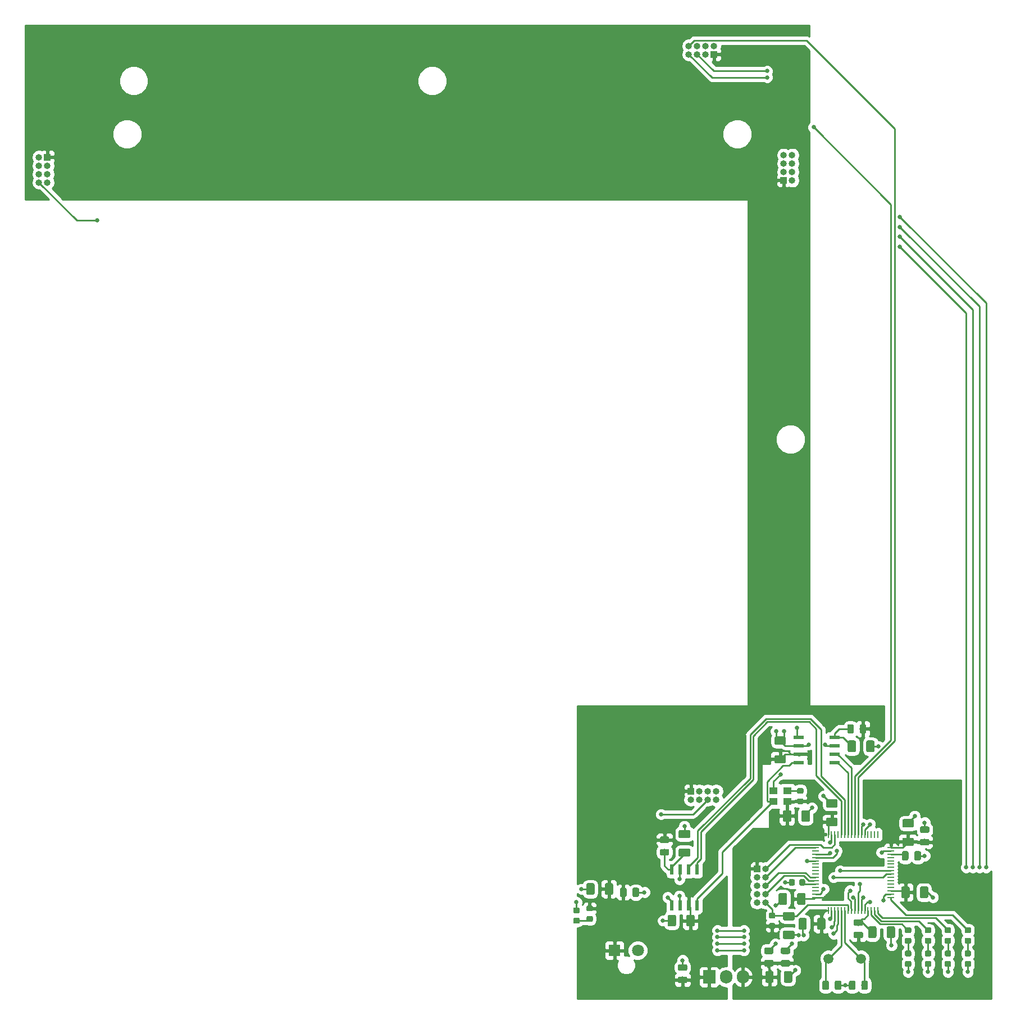
<source format=gtl>
G04 #@! TF.GenerationSoftware,KiCad,Pcbnew,5.0.1*
G04 #@! TF.CreationDate,2019-01-16T19:26:08-05:00*
G04 #@! TF.ProjectId,main,6D61696E2E6B696361645F7063620000,rev?*
G04 #@! TF.SameCoordinates,Original*
G04 #@! TF.FileFunction,Copper,L1,Top,Signal*
G04 #@! TF.FilePolarity,Positive*
%FSLAX46Y46*%
G04 Gerber Fmt 4.6, Leading zero omitted, Abs format (unit mm)*
G04 Created by KiCad (PCBNEW 5.0.1) date Wed 16 Jan 2019 07:26:08 PM EST*
%MOMM*%
%LPD*%
G01*
G04 APERTURE LIST*
G04 #@! TA.AperFunction,ComponentPad*
%ADD10R,1.800000X1.800000*%
G04 #@! TD*
G04 #@! TA.AperFunction,ComponentPad*
%ADD11C,1.800000*%
G04 #@! TD*
G04 #@! TA.AperFunction,Conductor*
%ADD12C,0.100000*%
G04 #@! TD*
G04 #@! TA.AperFunction,SMDPad,CuDef*
%ADD13C,0.875000*%
G04 #@! TD*
G04 #@! TA.AperFunction,SMDPad,CuDef*
%ADD14C,1.250000*%
G04 #@! TD*
G04 #@! TA.AperFunction,SMDPad,CuDef*
%ADD15C,0.975000*%
G04 #@! TD*
G04 #@! TA.AperFunction,ComponentPad*
%ADD16R,1.000000X1.000000*%
G04 #@! TD*
G04 #@! TA.AperFunction,ComponentPad*
%ADD17O,1.000000X1.000000*%
G04 #@! TD*
G04 #@! TA.AperFunction,ComponentPad*
%ADD18C,1.500000*%
G04 #@! TD*
G04 #@! TA.AperFunction,SMDPad,CuDef*
%ADD19R,1.300000X1.100000*%
G04 #@! TD*
G04 #@! TA.AperFunction,SMDPad,CuDef*
%ADD20R,0.250000X1.000000*%
G04 #@! TD*
G04 #@! TA.AperFunction,SMDPad,CuDef*
%ADD21R,1.000000X0.250000*%
G04 #@! TD*
G04 #@! TA.AperFunction,SMDPad,CuDef*
%ADD22R,1.550000X0.600000*%
G04 #@! TD*
G04 #@! TA.AperFunction,SMDPad,CuDef*
%ADD23R,0.600000X1.550000*%
G04 #@! TD*
G04 #@! TA.AperFunction,ComponentPad*
%ADD24R,1.905000X2.000000*%
G04 #@! TD*
G04 #@! TA.AperFunction,ComponentPad*
%ADD25O,1.905000X2.000000*%
G04 #@! TD*
G04 #@! TA.AperFunction,ViaPad*
%ADD26C,0.635000*%
G04 #@! TD*
G04 #@! TA.AperFunction,Conductor*
%ADD27C,0.250000*%
G04 #@! TD*
G04 #@! TA.AperFunction,Conductor*
%ADD28C,0.254000*%
G04 #@! TD*
G04 APERTURE END LIST*
D10*
G04 #@! TO.P,J6,1*
G04 #@! TO.N,+5V*
X92500000Y-142000000D03*
D11*
G04 #@! TO.P,J6,2*
G04 #@! TO.N,GND*
X96000000Y-142000000D03*
G04 #@! TD*
D12*
G04 #@! TO.N,NRST*
G04 #@! TO.C,R1*
G36*
X116527691Y-136313553D02*
X116548926Y-136316703D01*
X116569750Y-136321919D01*
X116589962Y-136329151D01*
X116609368Y-136338330D01*
X116627781Y-136349366D01*
X116645024Y-136362154D01*
X116660930Y-136376570D01*
X116675346Y-136392476D01*
X116688134Y-136409719D01*
X116699170Y-136428132D01*
X116708349Y-136447538D01*
X116715581Y-136467750D01*
X116720797Y-136488574D01*
X116723947Y-136509809D01*
X116725000Y-136531250D01*
X116725000Y-136968750D01*
X116723947Y-136990191D01*
X116720797Y-137011426D01*
X116715581Y-137032250D01*
X116708349Y-137052462D01*
X116699170Y-137071868D01*
X116688134Y-137090281D01*
X116675346Y-137107524D01*
X116660930Y-137123430D01*
X116645024Y-137137846D01*
X116627781Y-137150634D01*
X116609368Y-137161670D01*
X116589962Y-137170849D01*
X116569750Y-137178081D01*
X116548926Y-137183297D01*
X116527691Y-137186447D01*
X116506250Y-137187500D01*
X115993750Y-137187500D01*
X115972309Y-137186447D01*
X115951074Y-137183297D01*
X115930250Y-137178081D01*
X115910038Y-137170849D01*
X115890632Y-137161670D01*
X115872219Y-137150634D01*
X115854976Y-137137846D01*
X115839070Y-137123430D01*
X115824654Y-137107524D01*
X115811866Y-137090281D01*
X115800830Y-137071868D01*
X115791651Y-137052462D01*
X115784419Y-137032250D01*
X115779203Y-137011426D01*
X115776053Y-136990191D01*
X115775000Y-136968750D01*
X115775000Y-136531250D01*
X115776053Y-136509809D01*
X115779203Y-136488574D01*
X115784419Y-136467750D01*
X115791651Y-136447538D01*
X115800830Y-136428132D01*
X115811866Y-136409719D01*
X115824654Y-136392476D01*
X115839070Y-136376570D01*
X115854976Y-136362154D01*
X115872219Y-136349366D01*
X115890632Y-136338330D01*
X115910038Y-136329151D01*
X115930250Y-136321919D01*
X115951074Y-136316703D01*
X115972309Y-136313553D01*
X115993750Y-136312500D01*
X116506250Y-136312500D01*
X116527691Y-136313553D01*
X116527691Y-136313553D01*
G37*
D13*
G04 #@! TD*
G04 #@! TO.P,R1,2*
G04 #@! TO.N,NRST*
X116250000Y-136750000D03*
D12*
G04 #@! TO.N,+3V3*
G04 #@! TO.C,R1*
G36*
X116527691Y-137888553D02*
X116548926Y-137891703D01*
X116569750Y-137896919D01*
X116589962Y-137904151D01*
X116609368Y-137913330D01*
X116627781Y-137924366D01*
X116645024Y-137937154D01*
X116660930Y-137951570D01*
X116675346Y-137967476D01*
X116688134Y-137984719D01*
X116699170Y-138003132D01*
X116708349Y-138022538D01*
X116715581Y-138042750D01*
X116720797Y-138063574D01*
X116723947Y-138084809D01*
X116725000Y-138106250D01*
X116725000Y-138543750D01*
X116723947Y-138565191D01*
X116720797Y-138586426D01*
X116715581Y-138607250D01*
X116708349Y-138627462D01*
X116699170Y-138646868D01*
X116688134Y-138665281D01*
X116675346Y-138682524D01*
X116660930Y-138698430D01*
X116645024Y-138712846D01*
X116627781Y-138725634D01*
X116609368Y-138736670D01*
X116589962Y-138745849D01*
X116569750Y-138753081D01*
X116548926Y-138758297D01*
X116527691Y-138761447D01*
X116506250Y-138762500D01*
X115993750Y-138762500D01*
X115972309Y-138761447D01*
X115951074Y-138758297D01*
X115930250Y-138753081D01*
X115910038Y-138745849D01*
X115890632Y-138736670D01*
X115872219Y-138725634D01*
X115854976Y-138712846D01*
X115839070Y-138698430D01*
X115824654Y-138682524D01*
X115811866Y-138665281D01*
X115800830Y-138646868D01*
X115791651Y-138627462D01*
X115784419Y-138607250D01*
X115779203Y-138586426D01*
X115776053Y-138565191D01*
X115775000Y-138543750D01*
X115775000Y-138106250D01*
X115776053Y-138084809D01*
X115779203Y-138063574D01*
X115784419Y-138042750D01*
X115791651Y-138022538D01*
X115800830Y-138003132D01*
X115811866Y-137984719D01*
X115824654Y-137967476D01*
X115839070Y-137951570D01*
X115854976Y-137937154D01*
X115872219Y-137924366D01*
X115890632Y-137913330D01*
X115910038Y-137904151D01*
X115930250Y-137896919D01*
X115951074Y-137891703D01*
X115972309Y-137888553D01*
X115993750Y-137887500D01*
X116506250Y-137887500D01*
X116527691Y-137888553D01*
X116527691Y-137888553D01*
G37*
D13*
G04 #@! TD*
G04 #@! TO.P,R1,1*
G04 #@! TO.N,+3V3*
X116250000Y-138325000D03*
D12*
G04 #@! TO.N,NRST*
G04 #@! TO.C,C4*
G36*
X119399504Y-136226204D02*
X119423773Y-136229804D01*
X119447571Y-136235765D01*
X119470671Y-136244030D01*
X119492849Y-136254520D01*
X119513893Y-136267133D01*
X119533598Y-136281747D01*
X119551777Y-136298223D01*
X119568253Y-136316402D01*
X119582867Y-136336107D01*
X119595480Y-136357151D01*
X119605970Y-136379329D01*
X119614235Y-136402429D01*
X119620196Y-136426227D01*
X119623796Y-136450496D01*
X119625000Y-136475000D01*
X119625000Y-137225000D01*
X119623796Y-137249504D01*
X119620196Y-137273773D01*
X119614235Y-137297571D01*
X119605970Y-137320671D01*
X119595480Y-137342849D01*
X119582867Y-137363893D01*
X119568253Y-137383598D01*
X119551777Y-137401777D01*
X119533598Y-137418253D01*
X119513893Y-137432867D01*
X119492849Y-137445480D01*
X119470671Y-137455970D01*
X119447571Y-137464235D01*
X119423773Y-137470196D01*
X119399504Y-137473796D01*
X119375000Y-137475000D01*
X118125000Y-137475000D01*
X118100496Y-137473796D01*
X118076227Y-137470196D01*
X118052429Y-137464235D01*
X118029329Y-137455970D01*
X118007151Y-137445480D01*
X117986107Y-137432867D01*
X117966402Y-137418253D01*
X117948223Y-137401777D01*
X117931747Y-137383598D01*
X117917133Y-137363893D01*
X117904520Y-137342849D01*
X117894030Y-137320671D01*
X117885765Y-137297571D01*
X117879804Y-137273773D01*
X117876204Y-137249504D01*
X117875000Y-137225000D01*
X117875000Y-136475000D01*
X117876204Y-136450496D01*
X117879804Y-136426227D01*
X117885765Y-136402429D01*
X117894030Y-136379329D01*
X117904520Y-136357151D01*
X117917133Y-136336107D01*
X117931747Y-136316402D01*
X117948223Y-136298223D01*
X117966402Y-136281747D01*
X117986107Y-136267133D01*
X118007151Y-136254520D01*
X118029329Y-136244030D01*
X118052429Y-136235765D01*
X118076227Y-136229804D01*
X118100496Y-136226204D01*
X118125000Y-136225000D01*
X119375000Y-136225000D01*
X119399504Y-136226204D01*
X119399504Y-136226204D01*
G37*
D14*
G04 #@! TD*
G04 #@! TO.P,C4,1*
G04 #@! TO.N,NRST*
X118750000Y-136850000D03*
D12*
G04 #@! TO.N,GND*
G04 #@! TO.C,C4*
G36*
X119399504Y-139026204D02*
X119423773Y-139029804D01*
X119447571Y-139035765D01*
X119470671Y-139044030D01*
X119492849Y-139054520D01*
X119513893Y-139067133D01*
X119533598Y-139081747D01*
X119551777Y-139098223D01*
X119568253Y-139116402D01*
X119582867Y-139136107D01*
X119595480Y-139157151D01*
X119605970Y-139179329D01*
X119614235Y-139202429D01*
X119620196Y-139226227D01*
X119623796Y-139250496D01*
X119625000Y-139275000D01*
X119625000Y-140025000D01*
X119623796Y-140049504D01*
X119620196Y-140073773D01*
X119614235Y-140097571D01*
X119605970Y-140120671D01*
X119595480Y-140142849D01*
X119582867Y-140163893D01*
X119568253Y-140183598D01*
X119551777Y-140201777D01*
X119533598Y-140218253D01*
X119513893Y-140232867D01*
X119492849Y-140245480D01*
X119470671Y-140255970D01*
X119447571Y-140264235D01*
X119423773Y-140270196D01*
X119399504Y-140273796D01*
X119375000Y-140275000D01*
X118125000Y-140275000D01*
X118100496Y-140273796D01*
X118076227Y-140270196D01*
X118052429Y-140264235D01*
X118029329Y-140255970D01*
X118007151Y-140245480D01*
X117986107Y-140232867D01*
X117966402Y-140218253D01*
X117948223Y-140201777D01*
X117931747Y-140183598D01*
X117917133Y-140163893D01*
X117904520Y-140142849D01*
X117894030Y-140120671D01*
X117885765Y-140097571D01*
X117879804Y-140073773D01*
X117876204Y-140049504D01*
X117875000Y-140025000D01*
X117875000Y-139275000D01*
X117876204Y-139250496D01*
X117879804Y-139226227D01*
X117885765Y-139202429D01*
X117894030Y-139179329D01*
X117904520Y-139157151D01*
X117917133Y-139136107D01*
X117931747Y-139116402D01*
X117948223Y-139098223D01*
X117966402Y-139081747D01*
X117986107Y-139067133D01*
X118007151Y-139054520D01*
X118029329Y-139044030D01*
X118052429Y-139035765D01*
X118076227Y-139029804D01*
X118100496Y-139026204D01*
X118125000Y-139025000D01*
X119375000Y-139025000D01*
X119399504Y-139026204D01*
X119399504Y-139026204D01*
G37*
D14*
G04 #@! TD*
G04 #@! TO.P,C4,2*
G04 #@! TO.N,GND*
X118750000Y-139650000D03*
D12*
G04 #@! TO.N,GND*
G04 #@! TO.C,C22*
G36*
X118730142Y-141576174D02*
X118753803Y-141579684D01*
X118777007Y-141585496D01*
X118799529Y-141593554D01*
X118821153Y-141603782D01*
X118841670Y-141616079D01*
X118860883Y-141630329D01*
X118878607Y-141646393D01*
X118894671Y-141664117D01*
X118908921Y-141683330D01*
X118921218Y-141703847D01*
X118931446Y-141725471D01*
X118939504Y-141747993D01*
X118945316Y-141771197D01*
X118948826Y-141794858D01*
X118950000Y-141818750D01*
X118950000Y-142306250D01*
X118948826Y-142330142D01*
X118945316Y-142353803D01*
X118939504Y-142377007D01*
X118931446Y-142399529D01*
X118921218Y-142421153D01*
X118908921Y-142441670D01*
X118894671Y-142460883D01*
X118878607Y-142478607D01*
X118860883Y-142494671D01*
X118841670Y-142508921D01*
X118821153Y-142521218D01*
X118799529Y-142531446D01*
X118777007Y-142539504D01*
X118753803Y-142545316D01*
X118730142Y-142548826D01*
X118706250Y-142550000D01*
X117793750Y-142550000D01*
X117769858Y-142548826D01*
X117746197Y-142545316D01*
X117722993Y-142539504D01*
X117700471Y-142531446D01*
X117678847Y-142521218D01*
X117658330Y-142508921D01*
X117639117Y-142494671D01*
X117621393Y-142478607D01*
X117605329Y-142460883D01*
X117591079Y-142441670D01*
X117578782Y-142421153D01*
X117568554Y-142399529D01*
X117560496Y-142377007D01*
X117554684Y-142353803D01*
X117551174Y-142330142D01*
X117550000Y-142306250D01*
X117550000Y-141818750D01*
X117551174Y-141794858D01*
X117554684Y-141771197D01*
X117560496Y-141747993D01*
X117568554Y-141725471D01*
X117578782Y-141703847D01*
X117591079Y-141683330D01*
X117605329Y-141664117D01*
X117621393Y-141646393D01*
X117639117Y-141630329D01*
X117658330Y-141616079D01*
X117678847Y-141603782D01*
X117700471Y-141593554D01*
X117722993Y-141585496D01*
X117746197Y-141579684D01*
X117769858Y-141576174D01*
X117793750Y-141575000D01*
X118706250Y-141575000D01*
X118730142Y-141576174D01*
X118730142Y-141576174D01*
G37*
D15*
G04 #@! TD*
G04 #@! TO.P,C22,2*
G04 #@! TO.N,GND*
X118250000Y-142062500D03*
D12*
G04 #@! TO.N,+3V3*
G04 #@! TO.C,C22*
G36*
X118730142Y-143451174D02*
X118753803Y-143454684D01*
X118777007Y-143460496D01*
X118799529Y-143468554D01*
X118821153Y-143478782D01*
X118841670Y-143491079D01*
X118860883Y-143505329D01*
X118878607Y-143521393D01*
X118894671Y-143539117D01*
X118908921Y-143558330D01*
X118921218Y-143578847D01*
X118931446Y-143600471D01*
X118939504Y-143622993D01*
X118945316Y-143646197D01*
X118948826Y-143669858D01*
X118950000Y-143693750D01*
X118950000Y-144181250D01*
X118948826Y-144205142D01*
X118945316Y-144228803D01*
X118939504Y-144252007D01*
X118931446Y-144274529D01*
X118921218Y-144296153D01*
X118908921Y-144316670D01*
X118894671Y-144335883D01*
X118878607Y-144353607D01*
X118860883Y-144369671D01*
X118841670Y-144383921D01*
X118821153Y-144396218D01*
X118799529Y-144406446D01*
X118777007Y-144414504D01*
X118753803Y-144420316D01*
X118730142Y-144423826D01*
X118706250Y-144425000D01*
X117793750Y-144425000D01*
X117769858Y-144423826D01*
X117746197Y-144420316D01*
X117722993Y-144414504D01*
X117700471Y-144406446D01*
X117678847Y-144396218D01*
X117658330Y-144383921D01*
X117639117Y-144369671D01*
X117621393Y-144353607D01*
X117605329Y-144335883D01*
X117591079Y-144316670D01*
X117578782Y-144296153D01*
X117568554Y-144274529D01*
X117560496Y-144252007D01*
X117554684Y-144228803D01*
X117551174Y-144205142D01*
X117550000Y-144181250D01*
X117550000Y-143693750D01*
X117551174Y-143669858D01*
X117554684Y-143646197D01*
X117560496Y-143622993D01*
X117568554Y-143600471D01*
X117578782Y-143578847D01*
X117591079Y-143558330D01*
X117605329Y-143539117D01*
X117621393Y-143521393D01*
X117639117Y-143505329D01*
X117658330Y-143491079D01*
X117678847Y-143478782D01*
X117700471Y-143468554D01*
X117722993Y-143460496D01*
X117746197Y-143454684D01*
X117769858Y-143451174D01*
X117793750Y-143450000D01*
X118706250Y-143450000D01*
X118730142Y-143451174D01*
X118730142Y-143451174D01*
G37*
D15*
G04 #@! TD*
G04 #@! TO.P,C22,1*
G04 #@! TO.N,+3V3*
X118250000Y-143937500D03*
D12*
G04 #@! TO.N,+3V3*
G04 #@! TO.C,C13*
G36*
X116230142Y-143451174D02*
X116253803Y-143454684D01*
X116277007Y-143460496D01*
X116299529Y-143468554D01*
X116321153Y-143478782D01*
X116341670Y-143491079D01*
X116360883Y-143505329D01*
X116378607Y-143521393D01*
X116394671Y-143539117D01*
X116408921Y-143558330D01*
X116421218Y-143578847D01*
X116431446Y-143600471D01*
X116439504Y-143622993D01*
X116445316Y-143646197D01*
X116448826Y-143669858D01*
X116450000Y-143693750D01*
X116450000Y-144181250D01*
X116448826Y-144205142D01*
X116445316Y-144228803D01*
X116439504Y-144252007D01*
X116431446Y-144274529D01*
X116421218Y-144296153D01*
X116408921Y-144316670D01*
X116394671Y-144335883D01*
X116378607Y-144353607D01*
X116360883Y-144369671D01*
X116341670Y-144383921D01*
X116321153Y-144396218D01*
X116299529Y-144406446D01*
X116277007Y-144414504D01*
X116253803Y-144420316D01*
X116230142Y-144423826D01*
X116206250Y-144425000D01*
X115293750Y-144425000D01*
X115269858Y-144423826D01*
X115246197Y-144420316D01*
X115222993Y-144414504D01*
X115200471Y-144406446D01*
X115178847Y-144396218D01*
X115158330Y-144383921D01*
X115139117Y-144369671D01*
X115121393Y-144353607D01*
X115105329Y-144335883D01*
X115091079Y-144316670D01*
X115078782Y-144296153D01*
X115068554Y-144274529D01*
X115060496Y-144252007D01*
X115054684Y-144228803D01*
X115051174Y-144205142D01*
X115050000Y-144181250D01*
X115050000Y-143693750D01*
X115051174Y-143669858D01*
X115054684Y-143646197D01*
X115060496Y-143622993D01*
X115068554Y-143600471D01*
X115078782Y-143578847D01*
X115091079Y-143558330D01*
X115105329Y-143539117D01*
X115121393Y-143521393D01*
X115139117Y-143505329D01*
X115158330Y-143491079D01*
X115178847Y-143478782D01*
X115200471Y-143468554D01*
X115222993Y-143460496D01*
X115246197Y-143454684D01*
X115269858Y-143451174D01*
X115293750Y-143450000D01*
X116206250Y-143450000D01*
X116230142Y-143451174D01*
X116230142Y-143451174D01*
G37*
D15*
G04 #@! TD*
G04 #@! TO.P,C13,1*
G04 #@! TO.N,+3V3*
X115750000Y-143937500D03*
D12*
G04 #@! TO.N,GND*
G04 #@! TO.C,C13*
G36*
X116230142Y-141576174D02*
X116253803Y-141579684D01*
X116277007Y-141585496D01*
X116299529Y-141593554D01*
X116321153Y-141603782D01*
X116341670Y-141616079D01*
X116360883Y-141630329D01*
X116378607Y-141646393D01*
X116394671Y-141664117D01*
X116408921Y-141683330D01*
X116421218Y-141703847D01*
X116431446Y-141725471D01*
X116439504Y-141747993D01*
X116445316Y-141771197D01*
X116448826Y-141794858D01*
X116450000Y-141818750D01*
X116450000Y-142306250D01*
X116448826Y-142330142D01*
X116445316Y-142353803D01*
X116439504Y-142377007D01*
X116431446Y-142399529D01*
X116421218Y-142421153D01*
X116408921Y-142441670D01*
X116394671Y-142460883D01*
X116378607Y-142478607D01*
X116360883Y-142494671D01*
X116341670Y-142508921D01*
X116321153Y-142521218D01*
X116299529Y-142531446D01*
X116277007Y-142539504D01*
X116253803Y-142545316D01*
X116230142Y-142548826D01*
X116206250Y-142550000D01*
X115293750Y-142550000D01*
X115269858Y-142548826D01*
X115246197Y-142545316D01*
X115222993Y-142539504D01*
X115200471Y-142531446D01*
X115178847Y-142521218D01*
X115158330Y-142508921D01*
X115139117Y-142494671D01*
X115121393Y-142478607D01*
X115105329Y-142460883D01*
X115091079Y-142441670D01*
X115078782Y-142421153D01*
X115068554Y-142399529D01*
X115060496Y-142377007D01*
X115054684Y-142353803D01*
X115051174Y-142330142D01*
X115050000Y-142306250D01*
X115050000Y-141818750D01*
X115051174Y-141794858D01*
X115054684Y-141771197D01*
X115060496Y-141747993D01*
X115068554Y-141725471D01*
X115078782Y-141703847D01*
X115091079Y-141683330D01*
X115105329Y-141664117D01*
X115121393Y-141646393D01*
X115139117Y-141630329D01*
X115158330Y-141616079D01*
X115178847Y-141603782D01*
X115200471Y-141593554D01*
X115222993Y-141585496D01*
X115246197Y-141579684D01*
X115269858Y-141576174D01*
X115293750Y-141575000D01*
X116206250Y-141575000D01*
X116230142Y-141576174D01*
X116230142Y-141576174D01*
G37*
D15*
G04 #@! TD*
G04 #@! TO.P,C13,2*
G04 #@! TO.N,GND*
X115750000Y-142062500D03*
D12*
G04 #@! TO.N,GND*
G04 #@! TO.C,C11*
G36*
X139730142Y-123326174D02*
X139753803Y-123329684D01*
X139777007Y-123335496D01*
X139799529Y-123343554D01*
X139821153Y-123353782D01*
X139841670Y-123366079D01*
X139860883Y-123380329D01*
X139878607Y-123396393D01*
X139894671Y-123414117D01*
X139908921Y-123433330D01*
X139921218Y-123453847D01*
X139931446Y-123475471D01*
X139939504Y-123497993D01*
X139945316Y-123521197D01*
X139948826Y-123544858D01*
X139950000Y-123568750D01*
X139950000Y-124056250D01*
X139948826Y-124080142D01*
X139945316Y-124103803D01*
X139939504Y-124127007D01*
X139931446Y-124149529D01*
X139921218Y-124171153D01*
X139908921Y-124191670D01*
X139894671Y-124210883D01*
X139878607Y-124228607D01*
X139860883Y-124244671D01*
X139841670Y-124258921D01*
X139821153Y-124271218D01*
X139799529Y-124281446D01*
X139777007Y-124289504D01*
X139753803Y-124295316D01*
X139730142Y-124298826D01*
X139706250Y-124300000D01*
X138793750Y-124300000D01*
X138769858Y-124298826D01*
X138746197Y-124295316D01*
X138722993Y-124289504D01*
X138700471Y-124281446D01*
X138678847Y-124271218D01*
X138658330Y-124258921D01*
X138639117Y-124244671D01*
X138621393Y-124228607D01*
X138605329Y-124210883D01*
X138591079Y-124191670D01*
X138578782Y-124171153D01*
X138568554Y-124149529D01*
X138560496Y-124127007D01*
X138554684Y-124103803D01*
X138551174Y-124080142D01*
X138550000Y-124056250D01*
X138550000Y-123568750D01*
X138551174Y-123544858D01*
X138554684Y-123521197D01*
X138560496Y-123497993D01*
X138568554Y-123475471D01*
X138578782Y-123453847D01*
X138591079Y-123433330D01*
X138605329Y-123414117D01*
X138621393Y-123396393D01*
X138639117Y-123380329D01*
X138658330Y-123366079D01*
X138678847Y-123353782D01*
X138700471Y-123343554D01*
X138722993Y-123335496D01*
X138746197Y-123329684D01*
X138769858Y-123326174D01*
X138793750Y-123325000D01*
X139706250Y-123325000D01*
X139730142Y-123326174D01*
X139730142Y-123326174D01*
G37*
D15*
G04 #@! TD*
G04 #@! TO.P,C11,2*
G04 #@! TO.N,GND*
X139250000Y-123812500D03*
D12*
G04 #@! TO.N,+3V3*
G04 #@! TO.C,C11*
G36*
X139730142Y-125201174D02*
X139753803Y-125204684D01*
X139777007Y-125210496D01*
X139799529Y-125218554D01*
X139821153Y-125228782D01*
X139841670Y-125241079D01*
X139860883Y-125255329D01*
X139878607Y-125271393D01*
X139894671Y-125289117D01*
X139908921Y-125308330D01*
X139921218Y-125328847D01*
X139931446Y-125350471D01*
X139939504Y-125372993D01*
X139945316Y-125396197D01*
X139948826Y-125419858D01*
X139950000Y-125443750D01*
X139950000Y-125931250D01*
X139948826Y-125955142D01*
X139945316Y-125978803D01*
X139939504Y-126002007D01*
X139931446Y-126024529D01*
X139921218Y-126046153D01*
X139908921Y-126066670D01*
X139894671Y-126085883D01*
X139878607Y-126103607D01*
X139860883Y-126119671D01*
X139841670Y-126133921D01*
X139821153Y-126146218D01*
X139799529Y-126156446D01*
X139777007Y-126164504D01*
X139753803Y-126170316D01*
X139730142Y-126173826D01*
X139706250Y-126175000D01*
X138793750Y-126175000D01*
X138769858Y-126173826D01*
X138746197Y-126170316D01*
X138722993Y-126164504D01*
X138700471Y-126156446D01*
X138678847Y-126146218D01*
X138658330Y-126133921D01*
X138639117Y-126119671D01*
X138621393Y-126103607D01*
X138605329Y-126085883D01*
X138591079Y-126066670D01*
X138578782Y-126046153D01*
X138568554Y-126024529D01*
X138560496Y-126002007D01*
X138554684Y-125978803D01*
X138551174Y-125955142D01*
X138550000Y-125931250D01*
X138550000Y-125443750D01*
X138551174Y-125419858D01*
X138554684Y-125396197D01*
X138560496Y-125372993D01*
X138568554Y-125350471D01*
X138578782Y-125328847D01*
X138591079Y-125308330D01*
X138605329Y-125289117D01*
X138621393Y-125271393D01*
X138639117Y-125255329D01*
X138658330Y-125241079D01*
X138678847Y-125228782D01*
X138700471Y-125218554D01*
X138722993Y-125210496D01*
X138746197Y-125204684D01*
X138769858Y-125201174D01*
X138793750Y-125200000D01*
X139706250Y-125200000D01*
X139730142Y-125201174D01*
X139730142Y-125201174D01*
G37*
D15*
G04 #@! TD*
G04 #@! TO.P,C11,1*
G04 #@! TO.N,+3V3*
X139250000Y-125687500D03*
D12*
G04 #@! TO.N,+5V*
G04 #@! TO.C,C10*
G36*
X103230142Y-145951174D02*
X103253803Y-145954684D01*
X103277007Y-145960496D01*
X103299529Y-145968554D01*
X103321153Y-145978782D01*
X103341670Y-145991079D01*
X103360883Y-146005329D01*
X103378607Y-146021393D01*
X103394671Y-146039117D01*
X103408921Y-146058330D01*
X103421218Y-146078847D01*
X103431446Y-146100471D01*
X103439504Y-146122993D01*
X103445316Y-146146197D01*
X103448826Y-146169858D01*
X103450000Y-146193750D01*
X103450000Y-146681250D01*
X103448826Y-146705142D01*
X103445316Y-146728803D01*
X103439504Y-146752007D01*
X103431446Y-146774529D01*
X103421218Y-146796153D01*
X103408921Y-146816670D01*
X103394671Y-146835883D01*
X103378607Y-146853607D01*
X103360883Y-146869671D01*
X103341670Y-146883921D01*
X103321153Y-146896218D01*
X103299529Y-146906446D01*
X103277007Y-146914504D01*
X103253803Y-146920316D01*
X103230142Y-146923826D01*
X103206250Y-146925000D01*
X102293750Y-146925000D01*
X102269858Y-146923826D01*
X102246197Y-146920316D01*
X102222993Y-146914504D01*
X102200471Y-146906446D01*
X102178847Y-146896218D01*
X102158330Y-146883921D01*
X102139117Y-146869671D01*
X102121393Y-146853607D01*
X102105329Y-146835883D01*
X102091079Y-146816670D01*
X102078782Y-146796153D01*
X102068554Y-146774529D01*
X102060496Y-146752007D01*
X102054684Y-146728803D01*
X102051174Y-146705142D01*
X102050000Y-146681250D01*
X102050000Y-146193750D01*
X102051174Y-146169858D01*
X102054684Y-146146197D01*
X102060496Y-146122993D01*
X102068554Y-146100471D01*
X102078782Y-146078847D01*
X102091079Y-146058330D01*
X102105329Y-146039117D01*
X102121393Y-146021393D01*
X102139117Y-146005329D01*
X102158330Y-145991079D01*
X102178847Y-145978782D01*
X102200471Y-145968554D01*
X102222993Y-145960496D01*
X102246197Y-145954684D01*
X102269858Y-145951174D01*
X102293750Y-145950000D01*
X103206250Y-145950000D01*
X103230142Y-145951174D01*
X103230142Y-145951174D01*
G37*
D15*
G04 #@! TD*
G04 #@! TO.P,C10,1*
G04 #@! TO.N,+5V*
X102750000Y-146437500D03*
D12*
G04 #@! TO.N,GND*
G04 #@! TO.C,C10*
G36*
X103230142Y-144076174D02*
X103253803Y-144079684D01*
X103277007Y-144085496D01*
X103299529Y-144093554D01*
X103321153Y-144103782D01*
X103341670Y-144116079D01*
X103360883Y-144130329D01*
X103378607Y-144146393D01*
X103394671Y-144164117D01*
X103408921Y-144183330D01*
X103421218Y-144203847D01*
X103431446Y-144225471D01*
X103439504Y-144247993D01*
X103445316Y-144271197D01*
X103448826Y-144294858D01*
X103450000Y-144318750D01*
X103450000Y-144806250D01*
X103448826Y-144830142D01*
X103445316Y-144853803D01*
X103439504Y-144877007D01*
X103431446Y-144899529D01*
X103421218Y-144921153D01*
X103408921Y-144941670D01*
X103394671Y-144960883D01*
X103378607Y-144978607D01*
X103360883Y-144994671D01*
X103341670Y-145008921D01*
X103321153Y-145021218D01*
X103299529Y-145031446D01*
X103277007Y-145039504D01*
X103253803Y-145045316D01*
X103230142Y-145048826D01*
X103206250Y-145050000D01*
X102293750Y-145050000D01*
X102269858Y-145048826D01*
X102246197Y-145045316D01*
X102222993Y-145039504D01*
X102200471Y-145031446D01*
X102178847Y-145021218D01*
X102158330Y-145008921D01*
X102139117Y-144994671D01*
X102121393Y-144978607D01*
X102105329Y-144960883D01*
X102091079Y-144941670D01*
X102078782Y-144921153D01*
X102068554Y-144899529D01*
X102060496Y-144877007D01*
X102054684Y-144853803D01*
X102051174Y-144830142D01*
X102050000Y-144806250D01*
X102050000Y-144318750D01*
X102051174Y-144294858D01*
X102054684Y-144271197D01*
X102060496Y-144247993D01*
X102068554Y-144225471D01*
X102078782Y-144203847D01*
X102091079Y-144183330D01*
X102105329Y-144164117D01*
X102121393Y-144146393D01*
X102139117Y-144130329D01*
X102158330Y-144116079D01*
X102178847Y-144103782D01*
X102200471Y-144093554D01*
X102222993Y-144085496D01*
X102246197Y-144079684D01*
X102269858Y-144076174D01*
X102293750Y-144075000D01*
X103206250Y-144075000D01*
X103230142Y-144076174D01*
X103230142Y-144076174D01*
G37*
D15*
G04 #@! TD*
G04 #@! TO.P,C10,2*
G04 #@! TO.N,GND*
X102750000Y-144562500D03*
D12*
G04 #@! TO.N,GND*
G04 #@! TO.C,C7*
G36*
X138455142Y-127051174D02*
X138478803Y-127054684D01*
X138502007Y-127060496D01*
X138524529Y-127068554D01*
X138546153Y-127078782D01*
X138566670Y-127091079D01*
X138585883Y-127105329D01*
X138603607Y-127121393D01*
X138619671Y-127139117D01*
X138633921Y-127158330D01*
X138646218Y-127178847D01*
X138656446Y-127200471D01*
X138664504Y-127222993D01*
X138670316Y-127246197D01*
X138673826Y-127269858D01*
X138675000Y-127293750D01*
X138675000Y-128206250D01*
X138673826Y-128230142D01*
X138670316Y-128253803D01*
X138664504Y-128277007D01*
X138656446Y-128299529D01*
X138646218Y-128321153D01*
X138633921Y-128341670D01*
X138619671Y-128360883D01*
X138603607Y-128378607D01*
X138585883Y-128394671D01*
X138566670Y-128408921D01*
X138546153Y-128421218D01*
X138524529Y-128431446D01*
X138502007Y-128439504D01*
X138478803Y-128445316D01*
X138455142Y-128448826D01*
X138431250Y-128450000D01*
X137943750Y-128450000D01*
X137919858Y-128448826D01*
X137896197Y-128445316D01*
X137872993Y-128439504D01*
X137850471Y-128431446D01*
X137828847Y-128421218D01*
X137808330Y-128408921D01*
X137789117Y-128394671D01*
X137771393Y-128378607D01*
X137755329Y-128360883D01*
X137741079Y-128341670D01*
X137728782Y-128321153D01*
X137718554Y-128299529D01*
X137710496Y-128277007D01*
X137704684Y-128253803D01*
X137701174Y-128230142D01*
X137700000Y-128206250D01*
X137700000Y-127293750D01*
X137701174Y-127269858D01*
X137704684Y-127246197D01*
X137710496Y-127222993D01*
X137718554Y-127200471D01*
X137728782Y-127178847D01*
X137741079Y-127158330D01*
X137755329Y-127139117D01*
X137771393Y-127121393D01*
X137789117Y-127105329D01*
X137808330Y-127091079D01*
X137828847Y-127078782D01*
X137850471Y-127068554D01*
X137872993Y-127060496D01*
X137896197Y-127054684D01*
X137919858Y-127051174D01*
X137943750Y-127050000D01*
X138431250Y-127050000D01*
X138455142Y-127051174D01*
X138455142Y-127051174D01*
G37*
D15*
G04 #@! TD*
G04 #@! TO.P,C7,2*
G04 #@! TO.N,GND*
X138187500Y-127750000D03*
D12*
G04 #@! TO.N,Net-(C7-Pad1)*
G04 #@! TO.C,C7*
G36*
X136580142Y-127051174D02*
X136603803Y-127054684D01*
X136627007Y-127060496D01*
X136649529Y-127068554D01*
X136671153Y-127078782D01*
X136691670Y-127091079D01*
X136710883Y-127105329D01*
X136728607Y-127121393D01*
X136744671Y-127139117D01*
X136758921Y-127158330D01*
X136771218Y-127178847D01*
X136781446Y-127200471D01*
X136789504Y-127222993D01*
X136795316Y-127246197D01*
X136798826Y-127269858D01*
X136800000Y-127293750D01*
X136800000Y-128206250D01*
X136798826Y-128230142D01*
X136795316Y-128253803D01*
X136789504Y-128277007D01*
X136781446Y-128299529D01*
X136771218Y-128321153D01*
X136758921Y-128341670D01*
X136744671Y-128360883D01*
X136728607Y-128378607D01*
X136710883Y-128394671D01*
X136691670Y-128408921D01*
X136671153Y-128421218D01*
X136649529Y-128431446D01*
X136627007Y-128439504D01*
X136603803Y-128445316D01*
X136580142Y-128448826D01*
X136556250Y-128450000D01*
X136068750Y-128450000D01*
X136044858Y-128448826D01*
X136021197Y-128445316D01*
X135997993Y-128439504D01*
X135975471Y-128431446D01*
X135953847Y-128421218D01*
X135933330Y-128408921D01*
X135914117Y-128394671D01*
X135896393Y-128378607D01*
X135880329Y-128360883D01*
X135866079Y-128341670D01*
X135853782Y-128321153D01*
X135843554Y-128299529D01*
X135835496Y-128277007D01*
X135829684Y-128253803D01*
X135826174Y-128230142D01*
X135825000Y-128206250D01*
X135825000Y-127293750D01*
X135826174Y-127269858D01*
X135829684Y-127246197D01*
X135835496Y-127222993D01*
X135843554Y-127200471D01*
X135853782Y-127178847D01*
X135866079Y-127158330D01*
X135880329Y-127139117D01*
X135896393Y-127121393D01*
X135914117Y-127105329D01*
X135933330Y-127091079D01*
X135953847Y-127078782D01*
X135975471Y-127068554D01*
X135997993Y-127060496D01*
X136021197Y-127054684D01*
X136044858Y-127051174D01*
X136068750Y-127050000D01*
X136556250Y-127050000D01*
X136580142Y-127051174D01*
X136580142Y-127051174D01*
G37*
D15*
G04 #@! TD*
G04 #@! TO.P,C7,1*
G04 #@! TO.N,Net-(C7-Pad1)*
X136312500Y-127750000D03*
D12*
G04 #@! TO.N,OSC_IN*
G04 #@! TO.C,C1*
G36*
X124580142Y-146551174D02*
X124603803Y-146554684D01*
X124627007Y-146560496D01*
X124649529Y-146568554D01*
X124671153Y-146578782D01*
X124691670Y-146591079D01*
X124710883Y-146605329D01*
X124728607Y-146621393D01*
X124744671Y-146639117D01*
X124758921Y-146658330D01*
X124771218Y-146678847D01*
X124781446Y-146700471D01*
X124789504Y-146722993D01*
X124795316Y-146746197D01*
X124798826Y-146769858D01*
X124800000Y-146793750D01*
X124800000Y-147706250D01*
X124798826Y-147730142D01*
X124795316Y-147753803D01*
X124789504Y-147777007D01*
X124781446Y-147799529D01*
X124771218Y-147821153D01*
X124758921Y-147841670D01*
X124744671Y-147860883D01*
X124728607Y-147878607D01*
X124710883Y-147894671D01*
X124691670Y-147908921D01*
X124671153Y-147921218D01*
X124649529Y-147931446D01*
X124627007Y-147939504D01*
X124603803Y-147945316D01*
X124580142Y-147948826D01*
X124556250Y-147950000D01*
X124068750Y-147950000D01*
X124044858Y-147948826D01*
X124021197Y-147945316D01*
X123997993Y-147939504D01*
X123975471Y-147931446D01*
X123953847Y-147921218D01*
X123933330Y-147908921D01*
X123914117Y-147894671D01*
X123896393Y-147878607D01*
X123880329Y-147860883D01*
X123866079Y-147841670D01*
X123853782Y-147821153D01*
X123843554Y-147799529D01*
X123835496Y-147777007D01*
X123829684Y-147753803D01*
X123826174Y-147730142D01*
X123825000Y-147706250D01*
X123825000Y-146793750D01*
X123826174Y-146769858D01*
X123829684Y-146746197D01*
X123835496Y-146722993D01*
X123843554Y-146700471D01*
X123853782Y-146678847D01*
X123866079Y-146658330D01*
X123880329Y-146639117D01*
X123896393Y-146621393D01*
X123914117Y-146605329D01*
X123933330Y-146591079D01*
X123953847Y-146578782D01*
X123975471Y-146568554D01*
X123997993Y-146560496D01*
X124021197Y-146554684D01*
X124044858Y-146551174D01*
X124068750Y-146550000D01*
X124556250Y-146550000D01*
X124580142Y-146551174D01*
X124580142Y-146551174D01*
G37*
D15*
G04 #@! TD*
G04 #@! TO.P,C1,1*
G04 #@! TO.N,OSC_IN*
X124312500Y-147250000D03*
D12*
G04 #@! TO.N,GND*
G04 #@! TO.C,C1*
G36*
X126455142Y-146551174D02*
X126478803Y-146554684D01*
X126502007Y-146560496D01*
X126524529Y-146568554D01*
X126546153Y-146578782D01*
X126566670Y-146591079D01*
X126585883Y-146605329D01*
X126603607Y-146621393D01*
X126619671Y-146639117D01*
X126633921Y-146658330D01*
X126646218Y-146678847D01*
X126656446Y-146700471D01*
X126664504Y-146722993D01*
X126670316Y-146746197D01*
X126673826Y-146769858D01*
X126675000Y-146793750D01*
X126675000Y-147706250D01*
X126673826Y-147730142D01*
X126670316Y-147753803D01*
X126664504Y-147777007D01*
X126656446Y-147799529D01*
X126646218Y-147821153D01*
X126633921Y-147841670D01*
X126619671Y-147860883D01*
X126603607Y-147878607D01*
X126585883Y-147894671D01*
X126566670Y-147908921D01*
X126546153Y-147921218D01*
X126524529Y-147931446D01*
X126502007Y-147939504D01*
X126478803Y-147945316D01*
X126455142Y-147948826D01*
X126431250Y-147950000D01*
X125943750Y-147950000D01*
X125919858Y-147948826D01*
X125896197Y-147945316D01*
X125872993Y-147939504D01*
X125850471Y-147931446D01*
X125828847Y-147921218D01*
X125808330Y-147908921D01*
X125789117Y-147894671D01*
X125771393Y-147878607D01*
X125755329Y-147860883D01*
X125741079Y-147841670D01*
X125728782Y-147821153D01*
X125718554Y-147799529D01*
X125710496Y-147777007D01*
X125704684Y-147753803D01*
X125701174Y-147730142D01*
X125700000Y-147706250D01*
X125700000Y-146793750D01*
X125701174Y-146769858D01*
X125704684Y-146746197D01*
X125710496Y-146722993D01*
X125718554Y-146700471D01*
X125728782Y-146678847D01*
X125741079Y-146658330D01*
X125755329Y-146639117D01*
X125771393Y-146621393D01*
X125789117Y-146605329D01*
X125808330Y-146591079D01*
X125828847Y-146578782D01*
X125850471Y-146568554D01*
X125872993Y-146560496D01*
X125896197Y-146554684D01*
X125919858Y-146551174D01*
X125943750Y-146550000D01*
X126431250Y-146550000D01*
X126455142Y-146551174D01*
X126455142Y-146551174D01*
G37*
D15*
G04 #@! TD*
G04 #@! TO.P,C1,2*
G04 #@! TO.N,GND*
X126187500Y-147250000D03*
D12*
G04 #@! TO.N,GND*
G04 #@! TO.C,C23*
G36*
X95955142Y-132551174D02*
X95978803Y-132554684D01*
X96002007Y-132560496D01*
X96024529Y-132568554D01*
X96046153Y-132578782D01*
X96066670Y-132591079D01*
X96085883Y-132605329D01*
X96103607Y-132621393D01*
X96119671Y-132639117D01*
X96133921Y-132658330D01*
X96146218Y-132678847D01*
X96156446Y-132700471D01*
X96164504Y-132722993D01*
X96170316Y-132746197D01*
X96173826Y-132769858D01*
X96175000Y-132793750D01*
X96175000Y-133706250D01*
X96173826Y-133730142D01*
X96170316Y-133753803D01*
X96164504Y-133777007D01*
X96156446Y-133799529D01*
X96146218Y-133821153D01*
X96133921Y-133841670D01*
X96119671Y-133860883D01*
X96103607Y-133878607D01*
X96085883Y-133894671D01*
X96066670Y-133908921D01*
X96046153Y-133921218D01*
X96024529Y-133931446D01*
X96002007Y-133939504D01*
X95978803Y-133945316D01*
X95955142Y-133948826D01*
X95931250Y-133950000D01*
X95443750Y-133950000D01*
X95419858Y-133948826D01*
X95396197Y-133945316D01*
X95372993Y-133939504D01*
X95350471Y-133931446D01*
X95328847Y-133921218D01*
X95308330Y-133908921D01*
X95289117Y-133894671D01*
X95271393Y-133878607D01*
X95255329Y-133860883D01*
X95241079Y-133841670D01*
X95228782Y-133821153D01*
X95218554Y-133799529D01*
X95210496Y-133777007D01*
X95204684Y-133753803D01*
X95201174Y-133730142D01*
X95200000Y-133706250D01*
X95200000Y-132793750D01*
X95201174Y-132769858D01*
X95204684Y-132746197D01*
X95210496Y-132722993D01*
X95218554Y-132700471D01*
X95228782Y-132678847D01*
X95241079Y-132658330D01*
X95255329Y-132639117D01*
X95271393Y-132621393D01*
X95289117Y-132605329D01*
X95308330Y-132591079D01*
X95328847Y-132578782D01*
X95350471Y-132568554D01*
X95372993Y-132560496D01*
X95396197Y-132554684D01*
X95419858Y-132551174D01*
X95443750Y-132550000D01*
X95931250Y-132550000D01*
X95955142Y-132551174D01*
X95955142Y-132551174D01*
G37*
D15*
G04 #@! TD*
G04 #@! TO.P,C23,2*
G04 #@! TO.N,GND*
X95687500Y-133250000D03*
D12*
G04 #@! TO.N,+5V*
G04 #@! TO.C,C23*
G36*
X94080142Y-132551174D02*
X94103803Y-132554684D01*
X94127007Y-132560496D01*
X94149529Y-132568554D01*
X94171153Y-132578782D01*
X94191670Y-132591079D01*
X94210883Y-132605329D01*
X94228607Y-132621393D01*
X94244671Y-132639117D01*
X94258921Y-132658330D01*
X94271218Y-132678847D01*
X94281446Y-132700471D01*
X94289504Y-132722993D01*
X94295316Y-132746197D01*
X94298826Y-132769858D01*
X94300000Y-132793750D01*
X94300000Y-133706250D01*
X94298826Y-133730142D01*
X94295316Y-133753803D01*
X94289504Y-133777007D01*
X94281446Y-133799529D01*
X94271218Y-133821153D01*
X94258921Y-133841670D01*
X94244671Y-133860883D01*
X94228607Y-133878607D01*
X94210883Y-133894671D01*
X94191670Y-133908921D01*
X94171153Y-133921218D01*
X94149529Y-133931446D01*
X94127007Y-133939504D01*
X94103803Y-133945316D01*
X94080142Y-133948826D01*
X94056250Y-133950000D01*
X93568750Y-133950000D01*
X93544858Y-133948826D01*
X93521197Y-133945316D01*
X93497993Y-133939504D01*
X93475471Y-133931446D01*
X93453847Y-133921218D01*
X93433330Y-133908921D01*
X93414117Y-133894671D01*
X93396393Y-133878607D01*
X93380329Y-133860883D01*
X93366079Y-133841670D01*
X93353782Y-133821153D01*
X93343554Y-133799529D01*
X93335496Y-133777007D01*
X93329684Y-133753803D01*
X93326174Y-133730142D01*
X93325000Y-133706250D01*
X93325000Y-132793750D01*
X93326174Y-132769858D01*
X93329684Y-132746197D01*
X93335496Y-132722993D01*
X93343554Y-132700471D01*
X93353782Y-132678847D01*
X93366079Y-132658330D01*
X93380329Y-132639117D01*
X93396393Y-132621393D01*
X93414117Y-132605329D01*
X93433330Y-132591079D01*
X93453847Y-132578782D01*
X93475471Y-132568554D01*
X93497993Y-132560496D01*
X93521197Y-132554684D01*
X93544858Y-132551174D01*
X93568750Y-132550000D01*
X94056250Y-132550000D01*
X94080142Y-132551174D01*
X94080142Y-132551174D01*
G37*
D15*
G04 #@! TD*
G04 #@! TO.P,C23,1*
G04 #@! TO.N,+5V*
X93812500Y-133250000D03*
D12*
G04 #@! TO.N,OSC_OUT*
G04 #@! TO.C,C2*
G36*
X130455142Y-146551174D02*
X130478803Y-146554684D01*
X130502007Y-146560496D01*
X130524529Y-146568554D01*
X130546153Y-146578782D01*
X130566670Y-146591079D01*
X130585883Y-146605329D01*
X130603607Y-146621393D01*
X130619671Y-146639117D01*
X130633921Y-146658330D01*
X130646218Y-146678847D01*
X130656446Y-146700471D01*
X130664504Y-146722993D01*
X130670316Y-146746197D01*
X130673826Y-146769858D01*
X130675000Y-146793750D01*
X130675000Y-147706250D01*
X130673826Y-147730142D01*
X130670316Y-147753803D01*
X130664504Y-147777007D01*
X130656446Y-147799529D01*
X130646218Y-147821153D01*
X130633921Y-147841670D01*
X130619671Y-147860883D01*
X130603607Y-147878607D01*
X130585883Y-147894671D01*
X130566670Y-147908921D01*
X130546153Y-147921218D01*
X130524529Y-147931446D01*
X130502007Y-147939504D01*
X130478803Y-147945316D01*
X130455142Y-147948826D01*
X130431250Y-147950000D01*
X129943750Y-147950000D01*
X129919858Y-147948826D01*
X129896197Y-147945316D01*
X129872993Y-147939504D01*
X129850471Y-147931446D01*
X129828847Y-147921218D01*
X129808330Y-147908921D01*
X129789117Y-147894671D01*
X129771393Y-147878607D01*
X129755329Y-147860883D01*
X129741079Y-147841670D01*
X129728782Y-147821153D01*
X129718554Y-147799529D01*
X129710496Y-147777007D01*
X129704684Y-147753803D01*
X129701174Y-147730142D01*
X129700000Y-147706250D01*
X129700000Y-146793750D01*
X129701174Y-146769858D01*
X129704684Y-146746197D01*
X129710496Y-146722993D01*
X129718554Y-146700471D01*
X129728782Y-146678847D01*
X129741079Y-146658330D01*
X129755329Y-146639117D01*
X129771393Y-146621393D01*
X129789117Y-146605329D01*
X129808330Y-146591079D01*
X129828847Y-146578782D01*
X129850471Y-146568554D01*
X129872993Y-146560496D01*
X129896197Y-146554684D01*
X129919858Y-146551174D01*
X129943750Y-146550000D01*
X130431250Y-146550000D01*
X130455142Y-146551174D01*
X130455142Y-146551174D01*
G37*
D15*
G04 #@! TD*
G04 #@! TO.P,C2,1*
G04 #@! TO.N,OSC_OUT*
X130187500Y-147250000D03*
D12*
G04 #@! TO.N,GND*
G04 #@! TO.C,C2*
G36*
X128580142Y-146551174D02*
X128603803Y-146554684D01*
X128627007Y-146560496D01*
X128649529Y-146568554D01*
X128671153Y-146578782D01*
X128691670Y-146591079D01*
X128710883Y-146605329D01*
X128728607Y-146621393D01*
X128744671Y-146639117D01*
X128758921Y-146658330D01*
X128771218Y-146678847D01*
X128781446Y-146700471D01*
X128789504Y-146722993D01*
X128795316Y-146746197D01*
X128798826Y-146769858D01*
X128800000Y-146793750D01*
X128800000Y-147706250D01*
X128798826Y-147730142D01*
X128795316Y-147753803D01*
X128789504Y-147777007D01*
X128781446Y-147799529D01*
X128771218Y-147821153D01*
X128758921Y-147841670D01*
X128744671Y-147860883D01*
X128728607Y-147878607D01*
X128710883Y-147894671D01*
X128691670Y-147908921D01*
X128671153Y-147921218D01*
X128649529Y-147931446D01*
X128627007Y-147939504D01*
X128603803Y-147945316D01*
X128580142Y-147948826D01*
X128556250Y-147950000D01*
X128068750Y-147950000D01*
X128044858Y-147948826D01*
X128021197Y-147945316D01*
X127997993Y-147939504D01*
X127975471Y-147931446D01*
X127953847Y-147921218D01*
X127933330Y-147908921D01*
X127914117Y-147894671D01*
X127896393Y-147878607D01*
X127880329Y-147860883D01*
X127866079Y-147841670D01*
X127853782Y-147821153D01*
X127843554Y-147799529D01*
X127835496Y-147777007D01*
X127829684Y-147753803D01*
X127826174Y-147730142D01*
X127825000Y-147706250D01*
X127825000Y-146793750D01*
X127826174Y-146769858D01*
X127829684Y-146746197D01*
X127835496Y-146722993D01*
X127843554Y-146700471D01*
X127853782Y-146678847D01*
X127866079Y-146658330D01*
X127880329Y-146639117D01*
X127896393Y-146621393D01*
X127914117Y-146605329D01*
X127933330Y-146591079D01*
X127953847Y-146578782D01*
X127975471Y-146568554D01*
X127997993Y-146560496D01*
X128021197Y-146554684D01*
X128044858Y-146551174D01*
X128068750Y-146550000D01*
X128556250Y-146550000D01*
X128580142Y-146551174D01*
X128580142Y-146551174D01*
G37*
D15*
G04 #@! TD*
G04 #@! TO.P,C2,2*
G04 #@! TO.N,GND*
X128312500Y-147250000D03*
D12*
G04 #@! TO.N,+3V3*
G04 #@! TO.C,C6*
G36*
X136749504Y-132376204D02*
X136773773Y-132379804D01*
X136797571Y-132385765D01*
X136820671Y-132394030D01*
X136842849Y-132404520D01*
X136863893Y-132417133D01*
X136883598Y-132431747D01*
X136901777Y-132448223D01*
X136918253Y-132466402D01*
X136932867Y-132486107D01*
X136945480Y-132507151D01*
X136955970Y-132529329D01*
X136964235Y-132552429D01*
X136970196Y-132576227D01*
X136973796Y-132600496D01*
X136975000Y-132625000D01*
X136975000Y-133875000D01*
X136973796Y-133899504D01*
X136970196Y-133923773D01*
X136964235Y-133947571D01*
X136955970Y-133970671D01*
X136945480Y-133992849D01*
X136932867Y-134013893D01*
X136918253Y-134033598D01*
X136901777Y-134051777D01*
X136883598Y-134068253D01*
X136863893Y-134082867D01*
X136842849Y-134095480D01*
X136820671Y-134105970D01*
X136797571Y-134114235D01*
X136773773Y-134120196D01*
X136749504Y-134123796D01*
X136725000Y-134125000D01*
X135975000Y-134125000D01*
X135950496Y-134123796D01*
X135926227Y-134120196D01*
X135902429Y-134114235D01*
X135879329Y-134105970D01*
X135857151Y-134095480D01*
X135836107Y-134082867D01*
X135816402Y-134068253D01*
X135798223Y-134051777D01*
X135781747Y-134033598D01*
X135767133Y-134013893D01*
X135754520Y-133992849D01*
X135744030Y-133970671D01*
X135735765Y-133947571D01*
X135729804Y-133923773D01*
X135726204Y-133899504D01*
X135725000Y-133875000D01*
X135725000Y-132625000D01*
X135726204Y-132600496D01*
X135729804Y-132576227D01*
X135735765Y-132552429D01*
X135744030Y-132529329D01*
X135754520Y-132507151D01*
X135767133Y-132486107D01*
X135781747Y-132466402D01*
X135798223Y-132448223D01*
X135816402Y-132431747D01*
X135836107Y-132417133D01*
X135857151Y-132404520D01*
X135879329Y-132394030D01*
X135902429Y-132385765D01*
X135926227Y-132379804D01*
X135950496Y-132376204D01*
X135975000Y-132375000D01*
X136725000Y-132375000D01*
X136749504Y-132376204D01*
X136749504Y-132376204D01*
G37*
D14*
G04 #@! TD*
G04 #@! TO.P,C6,1*
G04 #@! TO.N,+3V3*
X136350000Y-133250000D03*
D12*
G04 #@! TO.N,GND*
G04 #@! TO.C,C6*
G36*
X139549504Y-132376204D02*
X139573773Y-132379804D01*
X139597571Y-132385765D01*
X139620671Y-132394030D01*
X139642849Y-132404520D01*
X139663893Y-132417133D01*
X139683598Y-132431747D01*
X139701777Y-132448223D01*
X139718253Y-132466402D01*
X139732867Y-132486107D01*
X139745480Y-132507151D01*
X139755970Y-132529329D01*
X139764235Y-132552429D01*
X139770196Y-132576227D01*
X139773796Y-132600496D01*
X139775000Y-132625000D01*
X139775000Y-133875000D01*
X139773796Y-133899504D01*
X139770196Y-133923773D01*
X139764235Y-133947571D01*
X139755970Y-133970671D01*
X139745480Y-133992849D01*
X139732867Y-134013893D01*
X139718253Y-134033598D01*
X139701777Y-134051777D01*
X139683598Y-134068253D01*
X139663893Y-134082867D01*
X139642849Y-134095480D01*
X139620671Y-134105970D01*
X139597571Y-134114235D01*
X139573773Y-134120196D01*
X139549504Y-134123796D01*
X139525000Y-134125000D01*
X138775000Y-134125000D01*
X138750496Y-134123796D01*
X138726227Y-134120196D01*
X138702429Y-134114235D01*
X138679329Y-134105970D01*
X138657151Y-134095480D01*
X138636107Y-134082867D01*
X138616402Y-134068253D01*
X138598223Y-134051777D01*
X138581747Y-134033598D01*
X138567133Y-134013893D01*
X138554520Y-133992849D01*
X138544030Y-133970671D01*
X138535765Y-133947571D01*
X138529804Y-133923773D01*
X138526204Y-133899504D01*
X138525000Y-133875000D01*
X138525000Y-132625000D01*
X138526204Y-132600496D01*
X138529804Y-132576227D01*
X138535765Y-132552429D01*
X138544030Y-132529329D01*
X138554520Y-132507151D01*
X138567133Y-132486107D01*
X138581747Y-132466402D01*
X138598223Y-132448223D01*
X138616402Y-132431747D01*
X138636107Y-132417133D01*
X138657151Y-132404520D01*
X138679329Y-132394030D01*
X138702429Y-132385765D01*
X138726227Y-132379804D01*
X138750496Y-132376204D01*
X138775000Y-132375000D01*
X139525000Y-132375000D01*
X139549504Y-132376204D01*
X139549504Y-132376204D01*
G37*
D14*
G04 #@! TD*
G04 #@! TO.P,C6,2*
G04 #@! TO.N,GND*
X139150000Y-133250000D03*
D12*
G04 #@! TO.N,GND*
G04 #@! TO.C,C5*
G36*
X137399504Y-122226204D02*
X137423773Y-122229804D01*
X137447571Y-122235765D01*
X137470671Y-122244030D01*
X137492849Y-122254520D01*
X137513893Y-122267133D01*
X137533598Y-122281747D01*
X137551777Y-122298223D01*
X137568253Y-122316402D01*
X137582867Y-122336107D01*
X137595480Y-122357151D01*
X137605970Y-122379329D01*
X137614235Y-122402429D01*
X137620196Y-122426227D01*
X137623796Y-122450496D01*
X137625000Y-122475000D01*
X137625000Y-123225000D01*
X137623796Y-123249504D01*
X137620196Y-123273773D01*
X137614235Y-123297571D01*
X137605970Y-123320671D01*
X137595480Y-123342849D01*
X137582867Y-123363893D01*
X137568253Y-123383598D01*
X137551777Y-123401777D01*
X137533598Y-123418253D01*
X137513893Y-123432867D01*
X137492849Y-123445480D01*
X137470671Y-123455970D01*
X137447571Y-123464235D01*
X137423773Y-123470196D01*
X137399504Y-123473796D01*
X137375000Y-123475000D01*
X136125000Y-123475000D01*
X136100496Y-123473796D01*
X136076227Y-123470196D01*
X136052429Y-123464235D01*
X136029329Y-123455970D01*
X136007151Y-123445480D01*
X135986107Y-123432867D01*
X135966402Y-123418253D01*
X135948223Y-123401777D01*
X135931747Y-123383598D01*
X135917133Y-123363893D01*
X135904520Y-123342849D01*
X135894030Y-123320671D01*
X135885765Y-123297571D01*
X135879804Y-123273773D01*
X135876204Y-123249504D01*
X135875000Y-123225000D01*
X135875000Y-122475000D01*
X135876204Y-122450496D01*
X135879804Y-122426227D01*
X135885765Y-122402429D01*
X135894030Y-122379329D01*
X135904520Y-122357151D01*
X135917133Y-122336107D01*
X135931747Y-122316402D01*
X135948223Y-122298223D01*
X135966402Y-122281747D01*
X135986107Y-122267133D01*
X136007151Y-122254520D01*
X136029329Y-122244030D01*
X136052429Y-122235765D01*
X136076227Y-122229804D01*
X136100496Y-122226204D01*
X136125000Y-122225000D01*
X137375000Y-122225000D01*
X137399504Y-122226204D01*
X137399504Y-122226204D01*
G37*
D14*
G04 #@! TD*
G04 #@! TO.P,C5,2*
G04 #@! TO.N,GND*
X136750000Y-122850000D03*
D12*
G04 #@! TO.N,+3V3*
G04 #@! TO.C,C5*
G36*
X137399504Y-125026204D02*
X137423773Y-125029804D01*
X137447571Y-125035765D01*
X137470671Y-125044030D01*
X137492849Y-125054520D01*
X137513893Y-125067133D01*
X137533598Y-125081747D01*
X137551777Y-125098223D01*
X137568253Y-125116402D01*
X137582867Y-125136107D01*
X137595480Y-125157151D01*
X137605970Y-125179329D01*
X137614235Y-125202429D01*
X137620196Y-125226227D01*
X137623796Y-125250496D01*
X137625000Y-125275000D01*
X137625000Y-126025000D01*
X137623796Y-126049504D01*
X137620196Y-126073773D01*
X137614235Y-126097571D01*
X137605970Y-126120671D01*
X137595480Y-126142849D01*
X137582867Y-126163893D01*
X137568253Y-126183598D01*
X137551777Y-126201777D01*
X137533598Y-126218253D01*
X137513893Y-126232867D01*
X137492849Y-126245480D01*
X137470671Y-126255970D01*
X137447571Y-126264235D01*
X137423773Y-126270196D01*
X137399504Y-126273796D01*
X137375000Y-126275000D01*
X136125000Y-126275000D01*
X136100496Y-126273796D01*
X136076227Y-126270196D01*
X136052429Y-126264235D01*
X136029329Y-126255970D01*
X136007151Y-126245480D01*
X135986107Y-126232867D01*
X135966402Y-126218253D01*
X135948223Y-126201777D01*
X135931747Y-126183598D01*
X135917133Y-126163893D01*
X135904520Y-126142849D01*
X135894030Y-126120671D01*
X135885765Y-126097571D01*
X135879804Y-126073773D01*
X135876204Y-126049504D01*
X135875000Y-126025000D01*
X135875000Y-125275000D01*
X135876204Y-125250496D01*
X135879804Y-125226227D01*
X135885765Y-125202429D01*
X135894030Y-125179329D01*
X135904520Y-125157151D01*
X135917133Y-125136107D01*
X135931747Y-125116402D01*
X135948223Y-125098223D01*
X135966402Y-125081747D01*
X135986107Y-125067133D01*
X136007151Y-125054520D01*
X136029329Y-125044030D01*
X136052429Y-125035765D01*
X136076227Y-125029804D01*
X136100496Y-125026204D01*
X136125000Y-125025000D01*
X137375000Y-125025000D01*
X137399504Y-125026204D01*
X137399504Y-125026204D01*
G37*
D14*
G04 #@! TD*
G04 #@! TO.P,C5,1*
G04 #@! TO.N,+3V3*
X136750000Y-125650000D03*
D12*
G04 #@! TO.N,+3V3*
G04 #@! TO.C,C8*
G36*
X125899504Y-122026204D02*
X125923773Y-122029804D01*
X125947571Y-122035765D01*
X125970671Y-122044030D01*
X125992849Y-122054520D01*
X126013893Y-122067133D01*
X126033598Y-122081747D01*
X126051777Y-122098223D01*
X126068253Y-122116402D01*
X126082867Y-122136107D01*
X126095480Y-122157151D01*
X126105970Y-122179329D01*
X126114235Y-122202429D01*
X126120196Y-122226227D01*
X126123796Y-122250496D01*
X126125000Y-122275000D01*
X126125000Y-123025000D01*
X126123796Y-123049504D01*
X126120196Y-123073773D01*
X126114235Y-123097571D01*
X126105970Y-123120671D01*
X126095480Y-123142849D01*
X126082867Y-123163893D01*
X126068253Y-123183598D01*
X126051777Y-123201777D01*
X126033598Y-123218253D01*
X126013893Y-123232867D01*
X125992849Y-123245480D01*
X125970671Y-123255970D01*
X125947571Y-123264235D01*
X125923773Y-123270196D01*
X125899504Y-123273796D01*
X125875000Y-123275000D01*
X124625000Y-123275000D01*
X124600496Y-123273796D01*
X124576227Y-123270196D01*
X124552429Y-123264235D01*
X124529329Y-123255970D01*
X124507151Y-123245480D01*
X124486107Y-123232867D01*
X124466402Y-123218253D01*
X124448223Y-123201777D01*
X124431747Y-123183598D01*
X124417133Y-123163893D01*
X124404520Y-123142849D01*
X124394030Y-123120671D01*
X124385765Y-123097571D01*
X124379804Y-123073773D01*
X124376204Y-123049504D01*
X124375000Y-123025000D01*
X124375000Y-122275000D01*
X124376204Y-122250496D01*
X124379804Y-122226227D01*
X124385765Y-122202429D01*
X124394030Y-122179329D01*
X124404520Y-122157151D01*
X124417133Y-122136107D01*
X124431747Y-122116402D01*
X124448223Y-122098223D01*
X124466402Y-122081747D01*
X124486107Y-122067133D01*
X124507151Y-122054520D01*
X124529329Y-122044030D01*
X124552429Y-122035765D01*
X124576227Y-122029804D01*
X124600496Y-122026204D01*
X124625000Y-122025000D01*
X125875000Y-122025000D01*
X125899504Y-122026204D01*
X125899504Y-122026204D01*
G37*
D14*
G04 #@! TD*
G04 #@! TO.P,C8,1*
G04 #@! TO.N,+3V3*
X125250000Y-122650000D03*
D12*
G04 #@! TO.N,GND*
G04 #@! TO.C,C8*
G36*
X125899504Y-119226204D02*
X125923773Y-119229804D01*
X125947571Y-119235765D01*
X125970671Y-119244030D01*
X125992849Y-119254520D01*
X126013893Y-119267133D01*
X126033598Y-119281747D01*
X126051777Y-119298223D01*
X126068253Y-119316402D01*
X126082867Y-119336107D01*
X126095480Y-119357151D01*
X126105970Y-119379329D01*
X126114235Y-119402429D01*
X126120196Y-119426227D01*
X126123796Y-119450496D01*
X126125000Y-119475000D01*
X126125000Y-120225000D01*
X126123796Y-120249504D01*
X126120196Y-120273773D01*
X126114235Y-120297571D01*
X126105970Y-120320671D01*
X126095480Y-120342849D01*
X126082867Y-120363893D01*
X126068253Y-120383598D01*
X126051777Y-120401777D01*
X126033598Y-120418253D01*
X126013893Y-120432867D01*
X125992849Y-120445480D01*
X125970671Y-120455970D01*
X125947571Y-120464235D01*
X125923773Y-120470196D01*
X125899504Y-120473796D01*
X125875000Y-120475000D01*
X124625000Y-120475000D01*
X124600496Y-120473796D01*
X124576227Y-120470196D01*
X124552429Y-120464235D01*
X124529329Y-120455970D01*
X124507151Y-120445480D01*
X124486107Y-120432867D01*
X124466402Y-120418253D01*
X124448223Y-120401777D01*
X124431747Y-120383598D01*
X124417133Y-120363893D01*
X124404520Y-120342849D01*
X124394030Y-120320671D01*
X124385765Y-120297571D01*
X124379804Y-120273773D01*
X124376204Y-120249504D01*
X124375000Y-120225000D01*
X124375000Y-119475000D01*
X124376204Y-119450496D01*
X124379804Y-119426227D01*
X124385765Y-119402429D01*
X124394030Y-119379329D01*
X124404520Y-119357151D01*
X124417133Y-119336107D01*
X124431747Y-119316402D01*
X124448223Y-119298223D01*
X124466402Y-119281747D01*
X124486107Y-119267133D01*
X124507151Y-119254520D01*
X124529329Y-119244030D01*
X124552429Y-119235765D01*
X124576227Y-119229804D01*
X124600496Y-119226204D01*
X124625000Y-119225000D01*
X125875000Y-119225000D01*
X125899504Y-119226204D01*
X125899504Y-119226204D01*
G37*
D14*
G04 #@! TD*
G04 #@! TO.P,C8,2*
G04 #@! TO.N,GND*
X125250000Y-119850000D03*
D12*
G04 #@! TO.N,GND*
G04 #@! TO.C,C9*
G36*
X121249504Y-137126204D02*
X121273773Y-137129804D01*
X121297571Y-137135765D01*
X121320671Y-137144030D01*
X121342849Y-137154520D01*
X121363893Y-137167133D01*
X121383598Y-137181747D01*
X121401777Y-137198223D01*
X121418253Y-137216402D01*
X121432867Y-137236107D01*
X121445480Y-137257151D01*
X121455970Y-137279329D01*
X121464235Y-137302429D01*
X121470196Y-137326227D01*
X121473796Y-137350496D01*
X121475000Y-137375000D01*
X121475000Y-138625000D01*
X121473796Y-138649504D01*
X121470196Y-138673773D01*
X121464235Y-138697571D01*
X121455970Y-138720671D01*
X121445480Y-138742849D01*
X121432867Y-138763893D01*
X121418253Y-138783598D01*
X121401777Y-138801777D01*
X121383598Y-138818253D01*
X121363893Y-138832867D01*
X121342849Y-138845480D01*
X121320671Y-138855970D01*
X121297571Y-138864235D01*
X121273773Y-138870196D01*
X121249504Y-138873796D01*
X121225000Y-138875000D01*
X120475000Y-138875000D01*
X120450496Y-138873796D01*
X120426227Y-138870196D01*
X120402429Y-138864235D01*
X120379329Y-138855970D01*
X120357151Y-138845480D01*
X120336107Y-138832867D01*
X120316402Y-138818253D01*
X120298223Y-138801777D01*
X120281747Y-138783598D01*
X120267133Y-138763893D01*
X120254520Y-138742849D01*
X120244030Y-138720671D01*
X120235765Y-138697571D01*
X120229804Y-138673773D01*
X120226204Y-138649504D01*
X120225000Y-138625000D01*
X120225000Y-137375000D01*
X120226204Y-137350496D01*
X120229804Y-137326227D01*
X120235765Y-137302429D01*
X120244030Y-137279329D01*
X120254520Y-137257151D01*
X120267133Y-137236107D01*
X120281747Y-137216402D01*
X120298223Y-137198223D01*
X120316402Y-137181747D01*
X120336107Y-137167133D01*
X120357151Y-137154520D01*
X120379329Y-137144030D01*
X120402429Y-137135765D01*
X120426227Y-137129804D01*
X120450496Y-137126204D01*
X120475000Y-137125000D01*
X121225000Y-137125000D01*
X121249504Y-137126204D01*
X121249504Y-137126204D01*
G37*
D14*
G04 #@! TD*
G04 #@! TO.P,C9,2*
G04 #@! TO.N,GND*
X120850000Y-138000000D03*
D12*
G04 #@! TO.N,+3V3*
G04 #@! TO.C,C9*
G36*
X124049504Y-137126204D02*
X124073773Y-137129804D01*
X124097571Y-137135765D01*
X124120671Y-137144030D01*
X124142849Y-137154520D01*
X124163893Y-137167133D01*
X124183598Y-137181747D01*
X124201777Y-137198223D01*
X124218253Y-137216402D01*
X124232867Y-137236107D01*
X124245480Y-137257151D01*
X124255970Y-137279329D01*
X124264235Y-137302429D01*
X124270196Y-137326227D01*
X124273796Y-137350496D01*
X124275000Y-137375000D01*
X124275000Y-138625000D01*
X124273796Y-138649504D01*
X124270196Y-138673773D01*
X124264235Y-138697571D01*
X124255970Y-138720671D01*
X124245480Y-138742849D01*
X124232867Y-138763893D01*
X124218253Y-138783598D01*
X124201777Y-138801777D01*
X124183598Y-138818253D01*
X124163893Y-138832867D01*
X124142849Y-138845480D01*
X124120671Y-138855970D01*
X124097571Y-138864235D01*
X124073773Y-138870196D01*
X124049504Y-138873796D01*
X124025000Y-138875000D01*
X123275000Y-138875000D01*
X123250496Y-138873796D01*
X123226227Y-138870196D01*
X123202429Y-138864235D01*
X123179329Y-138855970D01*
X123157151Y-138845480D01*
X123136107Y-138832867D01*
X123116402Y-138818253D01*
X123098223Y-138801777D01*
X123081747Y-138783598D01*
X123067133Y-138763893D01*
X123054520Y-138742849D01*
X123044030Y-138720671D01*
X123035765Y-138697571D01*
X123029804Y-138673773D01*
X123026204Y-138649504D01*
X123025000Y-138625000D01*
X123025000Y-137375000D01*
X123026204Y-137350496D01*
X123029804Y-137326227D01*
X123035765Y-137302429D01*
X123044030Y-137279329D01*
X123054520Y-137257151D01*
X123067133Y-137236107D01*
X123081747Y-137216402D01*
X123098223Y-137198223D01*
X123116402Y-137181747D01*
X123136107Y-137167133D01*
X123157151Y-137154520D01*
X123179329Y-137144030D01*
X123202429Y-137135765D01*
X123226227Y-137129804D01*
X123250496Y-137126204D01*
X123275000Y-137125000D01*
X124025000Y-137125000D01*
X124049504Y-137126204D01*
X124049504Y-137126204D01*
G37*
D14*
G04 #@! TD*
G04 #@! TO.P,C9,1*
G04 #@! TO.N,+3V3*
X123650000Y-138000000D03*
D12*
G04 #@! TO.N,GND*
G04 #@! TO.C,C3*
G36*
X121699504Y-120876204D02*
X121723773Y-120879804D01*
X121747571Y-120885765D01*
X121770671Y-120894030D01*
X121792849Y-120904520D01*
X121813893Y-120917133D01*
X121833598Y-120931747D01*
X121851777Y-120948223D01*
X121868253Y-120966402D01*
X121882867Y-120986107D01*
X121895480Y-121007151D01*
X121905970Y-121029329D01*
X121914235Y-121052429D01*
X121920196Y-121076227D01*
X121923796Y-121100496D01*
X121925000Y-121125000D01*
X121925000Y-122375000D01*
X121923796Y-122399504D01*
X121920196Y-122423773D01*
X121914235Y-122447571D01*
X121905970Y-122470671D01*
X121895480Y-122492849D01*
X121882867Y-122513893D01*
X121868253Y-122533598D01*
X121851777Y-122551777D01*
X121833598Y-122568253D01*
X121813893Y-122582867D01*
X121792849Y-122595480D01*
X121770671Y-122605970D01*
X121747571Y-122614235D01*
X121723773Y-122620196D01*
X121699504Y-122623796D01*
X121675000Y-122625000D01*
X120925000Y-122625000D01*
X120900496Y-122623796D01*
X120876227Y-122620196D01*
X120852429Y-122614235D01*
X120829329Y-122605970D01*
X120807151Y-122595480D01*
X120786107Y-122582867D01*
X120766402Y-122568253D01*
X120748223Y-122551777D01*
X120731747Y-122533598D01*
X120717133Y-122513893D01*
X120704520Y-122492849D01*
X120694030Y-122470671D01*
X120685765Y-122447571D01*
X120679804Y-122423773D01*
X120676204Y-122399504D01*
X120675000Y-122375000D01*
X120675000Y-121125000D01*
X120676204Y-121100496D01*
X120679804Y-121076227D01*
X120685765Y-121052429D01*
X120694030Y-121029329D01*
X120704520Y-121007151D01*
X120717133Y-120986107D01*
X120731747Y-120966402D01*
X120748223Y-120948223D01*
X120766402Y-120931747D01*
X120786107Y-120917133D01*
X120807151Y-120904520D01*
X120829329Y-120894030D01*
X120852429Y-120885765D01*
X120876227Y-120879804D01*
X120900496Y-120876204D01*
X120925000Y-120875000D01*
X121675000Y-120875000D01*
X121699504Y-120876204D01*
X121699504Y-120876204D01*
G37*
D14*
G04 #@! TD*
G04 #@! TO.P,C3,2*
G04 #@! TO.N,GND*
X121300000Y-121750000D03*
D12*
G04 #@! TO.N,+3V3*
G04 #@! TO.C,C3*
G36*
X118899504Y-120876204D02*
X118923773Y-120879804D01*
X118947571Y-120885765D01*
X118970671Y-120894030D01*
X118992849Y-120904520D01*
X119013893Y-120917133D01*
X119033598Y-120931747D01*
X119051777Y-120948223D01*
X119068253Y-120966402D01*
X119082867Y-120986107D01*
X119095480Y-121007151D01*
X119105970Y-121029329D01*
X119114235Y-121052429D01*
X119120196Y-121076227D01*
X119123796Y-121100496D01*
X119125000Y-121125000D01*
X119125000Y-122375000D01*
X119123796Y-122399504D01*
X119120196Y-122423773D01*
X119114235Y-122447571D01*
X119105970Y-122470671D01*
X119095480Y-122492849D01*
X119082867Y-122513893D01*
X119068253Y-122533598D01*
X119051777Y-122551777D01*
X119033598Y-122568253D01*
X119013893Y-122582867D01*
X118992849Y-122595480D01*
X118970671Y-122605970D01*
X118947571Y-122614235D01*
X118923773Y-122620196D01*
X118899504Y-122623796D01*
X118875000Y-122625000D01*
X118125000Y-122625000D01*
X118100496Y-122623796D01*
X118076227Y-122620196D01*
X118052429Y-122614235D01*
X118029329Y-122605970D01*
X118007151Y-122595480D01*
X117986107Y-122582867D01*
X117966402Y-122568253D01*
X117948223Y-122551777D01*
X117931747Y-122533598D01*
X117917133Y-122513893D01*
X117904520Y-122492849D01*
X117894030Y-122470671D01*
X117885765Y-122447571D01*
X117879804Y-122423773D01*
X117876204Y-122399504D01*
X117875000Y-122375000D01*
X117875000Y-121125000D01*
X117876204Y-121100496D01*
X117879804Y-121076227D01*
X117885765Y-121052429D01*
X117894030Y-121029329D01*
X117904520Y-121007151D01*
X117917133Y-120986107D01*
X117931747Y-120966402D01*
X117948223Y-120948223D01*
X117966402Y-120931747D01*
X117986107Y-120917133D01*
X118007151Y-120904520D01*
X118029329Y-120894030D01*
X118052429Y-120885765D01*
X118076227Y-120879804D01*
X118100496Y-120876204D01*
X118125000Y-120875000D01*
X118875000Y-120875000D01*
X118899504Y-120876204D01*
X118899504Y-120876204D01*
G37*
D14*
G04 #@! TD*
G04 #@! TO.P,C3,1*
G04 #@! TO.N,+3V3*
X118500000Y-121750000D03*
D12*
G04 #@! TO.N,Net-(C12-Pad1)*
G04 #@! TO.C,C12*
G36*
X131749504Y-138376204D02*
X131773773Y-138379804D01*
X131797571Y-138385765D01*
X131820671Y-138394030D01*
X131842849Y-138404520D01*
X131863893Y-138417133D01*
X131883598Y-138431747D01*
X131901777Y-138448223D01*
X131918253Y-138466402D01*
X131932867Y-138486107D01*
X131945480Y-138507151D01*
X131955970Y-138529329D01*
X131964235Y-138552429D01*
X131970196Y-138576227D01*
X131973796Y-138600496D01*
X131975000Y-138625000D01*
X131975000Y-139875000D01*
X131973796Y-139899504D01*
X131970196Y-139923773D01*
X131964235Y-139947571D01*
X131955970Y-139970671D01*
X131945480Y-139992849D01*
X131932867Y-140013893D01*
X131918253Y-140033598D01*
X131901777Y-140051777D01*
X131883598Y-140068253D01*
X131863893Y-140082867D01*
X131842849Y-140095480D01*
X131820671Y-140105970D01*
X131797571Y-140114235D01*
X131773773Y-140120196D01*
X131749504Y-140123796D01*
X131725000Y-140125000D01*
X130975000Y-140125000D01*
X130950496Y-140123796D01*
X130926227Y-140120196D01*
X130902429Y-140114235D01*
X130879329Y-140105970D01*
X130857151Y-140095480D01*
X130836107Y-140082867D01*
X130816402Y-140068253D01*
X130798223Y-140051777D01*
X130781747Y-140033598D01*
X130767133Y-140013893D01*
X130754520Y-139992849D01*
X130744030Y-139970671D01*
X130735765Y-139947571D01*
X130729804Y-139923773D01*
X130726204Y-139899504D01*
X130725000Y-139875000D01*
X130725000Y-138625000D01*
X130726204Y-138600496D01*
X130729804Y-138576227D01*
X130735765Y-138552429D01*
X130744030Y-138529329D01*
X130754520Y-138507151D01*
X130767133Y-138486107D01*
X130781747Y-138466402D01*
X130798223Y-138448223D01*
X130816402Y-138431747D01*
X130836107Y-138417133D01*
X130857151Y-138404520D01*
X130879329Y-138394030D01*
X130902429Y-138385765D01*
X130926227Y-138379804D01*
X130950496Y-138376204D01*
X130975000Y-138375000D01*
X131725000Y-138375000D01*
X131749504Y-138376204D01*
X131749504Y-138376204D01*
G37*
D14*
G04 #@! TD*
G04 #@! TO.P,C12,1*
G04 #@! TO.N,Net-(C12-Pad1)*
X131350000Y-139250000D03*
D12*
G04 #@! TO.N,GND*
G04 #@! TO.C,C12*
G36*
X134549504Y-138376204D02*
X134573773Y-138379804D01*
X134597571Y-138385765D01*
X134620671Y-138394030D01*
X134642849Y-138404520D01*
X134663893Y-138417133D01*
X134683598Y-138431747D01*
X134701777Y-138448223D01*
X134718253Y-138466402D01*
X134732867Y-138486107D01*
X134745480Y-138507151D01*
X134755970Y-138529329D01*
X134764235Y-138552429D01*
X134770196Y-138576227D01*
X134773796Y-138600496D01*
X134775000Y-138625000D01*
X134775000Y-139875000D01*
X134773796Y-139899504D01*
X134770196Y-139923773D01*
X134764235Y-139947571D01*
X134755970Y-139970671D01*
X134745480Y-139992849D01*
X134732867Y-140013893D01*
X134718253Y-140033598D01*
X134701777Y-140051777D01*
X134683598Y-140068253D01*
X134663893Y-140082867D01*
X134642849Y-140095480D01*
X134620671Y-140105970D01*
X134597571Y-140114235D01*
X134573773Y-140120196D01*
X134549504Y-140123796D01*
X134525000Y-140125000D01*
X133775000Y-140125000D01*
X133750496Y-140123796D01*
X133726227Y-140120196D01*
X133702429Y-140114235D01*
X133679329Y-140105970D01*
X133657151Y-140095480D01*
X133636107Y-140082867D01*
X133616402Y-140068253D01*
X133598223Y-140051777D01*
X133581747Y-140033598D01*
X133567133Y-140013893D01*
X133554520Y-139992849D01*
X133544030Y-139970671D01*
X133535765Y-139947571D01*
X133529804Y-139923773D01*
X133526204Y-139899504D01*
X133525000Y-139875000D01*
X133525000Y-138625000D01*
X133526204Y-138600496D01*
X133529804Y-138576227D01*
X133535765Y-138552429D01*
X133544030Y-138529329D01*
X133554520Y-138507151D01*
X133567133Y-138486107D01*
X133581747Y-138466402D01*
X133598223Y-138448223D01*
X133616402Y-138431747D01*
X133636107Y-138417133D01*
X133657151Y-138404520D01*
X133679329Y-138394030D01*
X133702429Y-138385765D01*
X133726227Y-138379804D01*
X133750496Y-138376204D01*
X133775000Y-138375000D01*
X134525000Y-138375000D01*
X134549504Y-138376204D01*
X134549504Y-138376204D01*
G37*
D14*
G04 #@! TD*
G04 #@! TO.P,C12,2*
G04 #@! TO.N,GND*
X134150000Y-139250000D03*
D12*
G04 #@! TO.N,GND*
G04 #@! TO.C,C14*
G36*
X131463241Y-110376204D02*
X131487510Y-110379804D01*
X131511308Y-110385765D01*
X131534408Y-110394030D01*
X131556586Y-110404520D01*
X131577630Y-110417133D01*
X131597335Y-110431747D01*
X131615514Y-110448223D01*
X131631990Y-110466402D01*
X131646604Y-110486107D01*
X131659217Y-110507151D01*
X131669707Y-110529329D01*
X131677972Y-110552429D01*
X131683933Y-110576227D01*
X131687533Y-110600496D01*
X131688737Y-110625000D01*
X131688737Y-111875000D01*
X131687533Y-111899504D01*
X131683933Y-111923773D01*
X131677972Y-111947571D01*
X131669707Y-111970671D01*
X131659217Y-111992849D01*
X131646604Y-112013893D01*
X131631990Y-112033598D01*
X131615514Y-112051777D01*
X131597335Y-112068253D01*
X131577630Y-112082867D01*
X131556586Y-112095480D01*
X131534408Y-112105970D01*
X131511308Y-112114235D01*
X131487510Y-112120196D01*
X131463241Y-112123796D01*
X131438737Y-112125000D01*
X130688737Y-112125000D01*
X130664233Y-112123796D01*
X130639964Y-112120196D01*
X130616166Y-112114235D01*
X130593066Y-112105970D01*
X130570888Y-112095480D01*
X130549844Y-112082867D01*
X130530139Y-112068253D01*
X130511960Y-112051777D01*
X130495484Y-112033598D01*
X130480870Y-112013893D01*
X130468257Y-111992849D01*
X130457767Y-111970671D01*
X130449502Y-111947571D01*
X130443541Y-111923773D01*
X130439941Y-111899504D01*
X130438737Y-111875000D01*
X130438737Y-110625000D01*
X130439941Y-110600496D01*
X130443541Y-110576227D01*
X130449502Y-110552429D01*
X130457767Y-110529329D01*
X130468257Y-110507151D01*
X130480870Y-110486107D01*
X130495484Y-110466402D01*
X130511960Y-110448223D01*
X130530139Y-110431747D01*
X130549844Y-110417133D01*
X130570888Y-110404520D01*
X130593066Y-110394030D01*
X130616166Y-110385765D01*
X130639964Y-110379804D01*
X130664233Y-110376204D01*
X130688737Y-110375000D01*
X131438737Y-110375000D01*
X131463241Y-110376204D01*
X131463241Y-110376204D01*
G37*
D14*
G04 #@! TD*
G04 #@! TO.P,C14,2*
G04 #@! TO.N,GND*
X131063737Y-111250000D03*
D12*
G04 #@! TO.N,Net-(C14-Pad1)*
G04 #@! TO.C,C14*
G36*
X128663241Y-110376204D02*
X128687510Y-110379804D01*
X128711308Y-110385765D01*
X128734408Y-110394030D01*
X128756586Y-110404520D01*
X128777630Y-110417133D01*
X128797335Y-110431747D01*
X128815514Y-110448223D01*
X128831990Y-110466402D01*
X128846604Y-110486107D01*
X128859217Y-110507151D01*
X128869707Y-110529329D01*
X128877972Y-110552429D01*
X128883933Y-110576227D01*
X128887533Y-110600496D01*
X128888737Y-110625000D01*
X128888737Y-111875000D01*
X128887533Y-111899504D01*
X128883933Y-111923773D01*
X128877972Y-111947571D01*
X128869707Y-111970671D01*
X128859217Y-111992849D01*
X128846604Y-112013893D01*
X128831990Y-112033598D01*
X128815514Y-112051777D01*
X128797335Y-112068253D01*
X128777630Y-112082867D01*
X128756586Y-112095480D01*
X128734408Y-112105970D01*
X128711308Y-112114235D01*
X128687510Y-112120196D01*
X128663241Y-112123796D01*
X128638737Y-112125000D01*
X127888737Y-112125000D01*
X127864233Y-112123796D01*
X127839964Y-112120196D01*
X127816166Y-112114235D01*
X127793066Y-112105970D01*
X127770888Y-112095480D01*
X127749844Y-112082867D01*
X127730139Y-112068253D01*
X127711960Y-112051777D01*
X127695484Y-112033598D01*
X127680870Y-112013893D01*
X127668257Y-111992849D01*
X127657767Y-111970671D01*
X127649502Y-111947571D01*
X127643541Y-111923773D01*
X127639941Y-111899504D01*
X127638737Y-111875000D01*
X127638737Y-110625000D01*
X127639941Y-110600496D01*
X127643541Y-110576227D01*
X127649502Y-110552429D01*
X127657767Y-110529329D01*
X127668257Y-110507151D01*
X127680870Y-110486107D01*
X127695484Y-110466402D01*
X127711960Y-110448223D01*
X127730139Y-110431747D01*
X127749844Y-110417133D01*
X127770888Y-110404520D01*
X127793066Y-110394030D01*
X127816166Y-110385765D01*
X127839964Y-110379804D01*
X127864233Y-110376204D01*
X127888737Y-110375000D01*
X128638737Y-110375000D01*
X128663241Y-110376204D01*
X128663241Y-110376204D01*
G37*
D14*
G04 #@! TD*
G04 #@! TO.P,C14,1*
G04 #@! TO.N,Net-(C14-Pad1)*
X128263737Y-111250000D03*
D12*
G04 #@! TO.N,Net-(C15-Pad1)*
G04 #@! TO.C,C15*
G36*
X103679504Y-126646204D02*
X103703773Y-126649804D01*
X103727571Y-126655765D01*
X103750671Y-126664030D01*
X103772849Y-126674520D01*
X103793893Y-126687133D01*
X103813598Y-126701747D01*
X103831777Y-126718223D01*
X103848253Y-126736402D01*
X103862867Y-126756107D01*
X103875480Y-126777151D01*
X103885970Y-126799329D01*
X103894235Y-126822429D01*
X103900196Y-126846227D01*
X103903796Y-126870496D01*
X103905000Y-126895000D01*
X103905000Y-127645000D01*
X103903796Y-127669504D01*
X103900196Y-127693773D01*
X103894235Y-127717571D01*
X103885970Y-127740671D01*
X103875480Y-127762849D01*
X103862867Y-127783893D01*
X103848253Y-127803598D01*
X103831777Y-127821777D01*
X103813598Y-127838253D01*
X103793893Y-127852867D01*
X103772849Y-127865480D01*
X103750671Y-127875970D01*
X103727571Y-127884235D01*
X103703773Y-127890196D01*
X103679504Y-127893796D01*
X103655000Y-127895000D01*
X102405000Y-127895000D01*
X102380496Y-127893796D01*
X102356227Y-127890196D01*
X102332429Y-127884235D01*
X102309329Y-127875970D01*
X102287151Y-127865480D01*
X102266107Y-127852867D01*
X102246402Y-127838253D01*
X102228223Y-127821777D01*
X102211747Y-127803598D01*
X102197133Y-127783893D01*
X102184520Y-127762849D01*
X102174030Y-127740671D01*
X102165765Y-127717571D01*
X102159804Y-127693773D01*
X102156204Y-127669504D01*
X102155000Y-127645000D01*
X102155000Y-126895000D01*
X102156204Y-126870496D01*
X102159804Y-126846227D01*
X102165765Y-126822429D01*
X102174030Y-126799329D01*
X102184520Y-126777151D01*
X102197133Y-126756107D01*
X102211747Y-126736402D01*
X102228223Y-126718223D01*
X102246402Y-126701747D01*
X102266107Y-126687133D01*
X102287151Y-126674520D01*
X102309329Y-126664030D01*
X102332429Y-126655765D01*
X102356227Y-126649804D01*
X102380496Y-126646204D01*
X102405000Y-126645000D01*
X103655000Y-126645000D01*
X103679504Y-126646204D01*
X103679504Y-126646204D01*
G37*
D14*
G04 #@! TD*
G04 #@! TO.P,C15,1*
G04 #@! TO.N,Net-(C15-Pad1)*
X103030000Y-127270000D03*
D12*
G04 #@! TO.N,GND*
G04 #@! TO.C,C15*
G36*
X103679504Y-123846204D02*
X103703773Y-123849804D01*
X103727571Y-123855765D01*
X103750671Y-123864030D01*
X103772849Y-123874520D01*
X103793893Y-123887133D01*
X103813598Y-123901747D01*
X103831777Y-123918223D01*
X103848253Y-123936402D01*
X103862867Y-123956107D01*
X103875480Y-123977151D01*
X103885970Y-123999329D01*
X103894235Y-124022429D01*
X103900196Y-124046227D01*
X103903796Y-124070496D01*
X103905000Y-124095000D01*
X103905000Y-124845000D01*
X103903796Y-124869504D01*
X103900196Y-124893773D01*
X103894235Y-124917571D01*
X103885970Y-124940671D01*
X103875480Y-124962849D01*
X103862867Y-124983893D01*
X103848253Y-125003598D01*
X103831777Y-125021777D01*
X103813598Y-125038253D01*
X103793893Y-125052867D01*
X103772849Y-125065480D01*
X103750671Y-125075970D01*
X103727571Y-125084235D01*
X103703773Y-125090196D01*
X103679504Y-125093796D01*
X103655000Y-125095000D01*
X102405000Y-125095000D01*
X102380496Y-125093796D01*
X102356227Y-125090196D01*
X102332429Y-125084235D01*
X102309329Y-125075970D01*
X102287151Y-125065480D01*
X102266107Y-125052867D01*
X102246402Y-125038253D01*
X102228223Y-125021777D01*
X102211747Y-125003598D01*
X102197133Y-124983893D01*
X102184520Y-124962849D01*
X102174030Y-124940671D01*
X102165765Y-124917571D01*
X102159804Y-124893773D01*
X102156204Y-124869504D01*
X102155000Y-124845000D01*
X102155000Y-124095000D01*
X102156204Y-124070496D01*
X102159804Y-124046227D01*
X102165765Y-124022429D01*
X102174030Y-123999329D01*
X102184520Y-123977151D01*
X102197133Y-123956107D01*
X102211747Y-123936402D01*
X102228223Y-123918223D01*
X102246402Y-123901747D01*
X102266107Y-123887133D01*
X102287151Y-123874520D01*
X102309329Y-123864030D01*
X102332429Y-123855765D01*
X102356227Y-123849804D01*
X102380496Y-123846204D01*
X102405000Y-123845000D01*
X103655000Y-123845000D01*
X103679504Y-123846204D01*
X103679504Y-123846204D01*
G37*
D14*
G04 #@! TD*
G04 #@! TO.P,C15,2*
G04 #@! TO.N,GND*
X103030000Y-124470000D03*
D12*
G04 #@! TO.N,GND*
G04 #@! TO.C,C17*
G36*
X89249504Y-131876204D02*
X89273773Y-131879804D01*
X89297571Y-131885765D01*
X89320671Y-131894030D01*
X89342849Y-131904520D01*
X89363893Y-131917133D01*
X89383598Y-131931747D01*
X89401777Y-131948223D01*
X89418253Y-131966402D01*
X89432867Y-131986107D01*
X89445480Y-132007151D01*
X89455970Y-132029329D01*
X89464235Y-132052429D01*
X89470196Y-132076227D01*
X89473796Y-132100496D01*
X89475000Y-132125000D01*
X89475000Y-133375000D01*
X89473796Y-133399504D01*
X89470196Y-133423773D01*
X89464235Y-133447571D01*
X89455970Y-133470671D01*
X89445480Y-133492849D01*
X89432867Y-133513893D01*
X89418253Y-133533598D01*
X89401777Y-133551777D01*
X89383598Y-133568253D01*
X89363893Y-133582867D01*
X89342849Y-133595480D01*
X89320671Y-133605970D01*
X89297571Y-133614235D01*
X89273773Y-133620196D01*
X89249504Y-133623796D01*
X89225000Y-133625000D01*
X88475000Y-133625000D01*
X88450496Y-133623796D01*
X88426227Y-133620196D01*
X88402429Y-133614235D01*
X88379329Y-133605970D01*
X88357151Y-133595480D01*
X88336107Y-133582867D01*
X88316402Y-133568253D01*
X88298223Y-133551777D01*
X88281747Y-133533598D01*
X88267133Y-133513893D01*
X88254520Y-133492849D01*
X88244030Y-133470671D01*
X88235765Y-133447571D01*
X88229804Y-133423773D01*
X88226204Y-133399504D01*
X88225000Y-133375000D01*
X88225000Y-132125000D01*
X88226204Y-132100496D01*
X88229804Y-132076227D01*
X88235765Y-132052429D01*
X88244030Y-132029329D01*
X88254520Y-132007151D01*
X88267133Y-131986107D01*
X88281747Y-131966402D01*
X88298223Y-131948223D01*
X88316402Y-131931747D01*
X88336107Y-131917133D01*
X88357151Y-131904520D01*
X88379329Y-131894030D01*
X88402429Y-131885765D01*
X88426227Y-131879804D01*
X88450496Y-131876204D01*
X88475000Y-131875000D01*
X89225000Y-131875000D01*
X89249504Y-131876204D01*
X89249504Y-131876204D01*
G37*
D14*
G04 #@! TD*
G04 #@! TO.P,C17,2*
G04 #@! TO.N,GND*
X88850000Y-132750000D03*
D12*
G04 #@! TO.N,+5V*
G04 #@! TO.C,C17*
G36*
X92049504Y-131876204D02*
X92073773Y-131879804D01*
X92097571Y-131885765D01*
X92120671Y-131894030D01*
X92142849Y-131904520D01*
X92163893Y-131917133D01*
X92183598Y-131931747D01*
X92201777Y-131948223D01*
X92218253Y-131966402D01*
X92232867Y-131986107D01*
X92245480Y-132007151D01*
X92255970Y-132029329D01*
X92264235Y-132052429D01*
X92270196Y-132076227D01*
X92273796Y-132100496D01*
X92275000Y-132125000D01*
X92275000Y-133375000D01*
X92273796Y-133399504D01*
X92270196Y-133423773D01*
X92264235Y-133447571D01*
X92255970Y-133470671D01*
X92245480Y-133492849D01*
X92232867Y-133513893D01*
X92218253Y-133533598D01*
X92201777Y-133551777D01*
X92183598Y-133568253D01*
X92163893Y-133582867D01*
X92142849Y-133595480D01*
X92120671Y-133605970D01*
X92097571Y-133614235D01*
X92073773Y-133620196D01*
X92049504Y-133623796D01*
X92025000Y-133625000D01*
X91275000Y-133625000D01*
X91250496Y-133623796D01*
X91226227Y-133620196D01*
X91202429Y-133614235D01*
X91179329Y-133605970D01*
X91157151Y-133595480D01*
X91136107Y-133582867D01*
X91116402Y-133568253D01*
X91098223Y-133551777D01*
X91081747Y-133533598D01*
X91067133Y-133513893D01*
X91054520Y-133492849D01*
X91044030Y-133470671D01*
X91035765Y-133447571D01*
X91029804Y-133423773D01*
X91026204Y-133399504D01*
X91025000Y-133375000D01*
X91025000Y-132125000D01*
X91026204Y-132100496D01*
X91029804Y-132076227D01*
X91035765Y-132052429D01*
X91044030Y-132029329D01*
X91054520Y-132007151D01*
X91067133Y-131986107D01*
X91081747Y-131966402D01*
X91098223Y-131948223D01*
X91116402Y-131931747D01*
X91136107Y-131917133D01*
X91157151Y-131904520D01*
X91179329Y-131894030D01*
X91202429Y-131885765D01*
X91226227Y-131879804D01*
X91250496Y-131876204D01*
X91275000Y-131875000D01*
X92025000Y-131875000D01*
X92049504Y-131876204D01*
X92049504Y-131876204D01*
G37*
D14*
G04 #@! TD*
G04 #@! TO.P,C17,1*
G04 #@! TO.N,+5V*
X91650000Y-132750000D03*
D12*
G04 #@! TO.N,+3V3*
G04 #@! TO.C,C18*
G36*
X121049504Y-133376204D02*
X121073773Y-133379804D01*
X121097571Y-133385765D01*
X121120671Y-133394030D01*
X121142849Y-133404520D01*
X121163893Y-133417133D01*
X121183598Y-133431747D01*
X121201777Y-133448223D01*
X121218253Y-133466402D01*
X121232867Y-133486107D01*
X121245480Y-133507151D01*
X121255970Y-133529329D01*
X121264235Y-133552429D01*
X121270196Y-133576227D01*
X121273796Y-133600496D01*
X121275000Y-133625000D01*
X121275000Y-134875000D01*
X121273796Y-134899504D01*
X121270196Y-134923773D01*
X121264235Y-134947571D01*
X121255970Y-134970671D01*
X121245480Y-134992849D01*
X121232867Y-135013893D01*
X121218253Y-135033598D01*
X121201777Y-135051777D01*
X121183598Y-135068253D01*
X121163893Y-135082867D01*
X121142849Y-135095480D01*
X121120671Y-135105970D01*
X121097571Y-135114235D01*
X121073773Y-135120196D01*
X121049504Y-135123796D01*
X121025000Y-135125000D01*
X120275000Y-135125000D01*
X120250496Y-135123796D01*
X120226227Y-135120196D01*
X120202429Y-135114235D01*
X120179329Y-135105970D01*
X120157151Y-135095480D01*
X120136107Y-135082867D01*
X120116402Y-135068253D01*
X120098223Y-135051777D01*
X120081747Y-135033598D01*
X120067133Y-135013893D01*
X120054520Y-134992849D01*
X120044030Y-134970671D01*
X120035765Y-134947571D01*
X120029804Y-134923773D01*
X120026204Y-134899504D01*
X120025000Y-134875000D01*
X120025000Y-133625000D01*
X120026204Y-133600496D01*
X120029804Y-133576227D01*
X120035765Y-133552429D01*
X120044030Y-133529329D01*
X120054520Y-133507151D01*
X120067133Y-133486107D01*
X120081747Y-133466402D01*
X120098223Y-133448223D01*
X120116402Y-133431747D01*
X120136107Y-133417133D01*
X120157151Y-133404520D01*
X120179329Y-133394030D01*
X120202429Y-133385765D01*
X120226227Y-133379804D01*
X120250496Y-133376204D01*
X120275000Y-133375000D01*
X121025000Y-133375000D01*
X121049504Y-133376204D01*
X121049504Y-133376204D01*
G37*
D14*
G04 #@! TD*
G04 #@! TO.P,C18,1*
G04 #@! TO.N,+3V3*
X120650000Y-134250000D03*
D12*
G04 #@! TO.N,GND*
G04 #@! TO.C,C18*
G36*
X118249504Y-133376204D02*
X118273773Y-133379804D01*
X118297571Y-133385765D01*
X118320671Y-133394030D01*
X118342849Y-133404520D01*
X118363893Y-133417133D01*
X118383598Y-133431747D01*
X118401777Y-133448223D01*
X118418253Y-133466402D01*
X118432867Y-133486107D01*
X118445480Y-133507151D01*
X118455970Y-133529329D01*
X118464235Y-133552429D01*
X118470196Y-133576227D01*
X118473796Y-133600496D01*
X118475000Y-133625000D01*
X118475000Y-134875000D01*
X118473796Y-134899504D01*
X118470196Y-134923773D01*
X118464235Y-134947571D01*
X118455970Y-134970671D01*
X118445480Y-134992849D01*
X118432867Y-135013893D01*
X118418253Y-135033598D01*
X118401777Y-135051777D01*
X118383598Y-135068253D01*
X118363893Y-135082867D01*
X118342849Y-135095480D01*
X118320671Y-135105970D01*
X118297571Y-135114235D01*
X118273773Y-135120196D01*
X118249504Y-135123796D01*
X118225000Y-135125000D01*
X117475000Y-135125000D01*
X117450496Y-135123796D01*
X117426227Y-135120196D01*
X117402429Y-135114235D01*
X117379329Y-135105970D01*
X117357151Y-135095480D01*
X117336107Y-135082867D01*
X117316402Y-135068253D01*
X117298223Y-135051777D01*
X117281747Y-135033598D01*
X117267133Y-135013893D01*
X117254520Y-134992849D01*
X117244030Y-134970671D01*
X117235765Y-134947571D01*
X117229804Y-134923773D01*
X117226204Y-134899504D01*
X117225000Y-134875000D01*
X117225000Y-133625000D01*
X117226204Y-133600496D01*
X117229804Y-133576227D01*
X117235765Y-133552429D01*
X117244030Y-133529329D01*
X117254520Y-133507151D01*
X117267133Y-133486107D01*
X117281747Y-133466402D01*
X117298223Y-133448223D01*
X117316402Y-133431747D01*
X117336107Y-133417133D01*
X117357151Y-133404520D01*
X117379329Y-133394030D01*
X117402429Y-133385765D01*
X117426227Y-133379804D01*
X117450496Y-133376204D01*
X117475000Y-133375000D01*
X118225000Y-133375000D01*
X118249504Y-133376204D01*
X118249504Y-133376204D01*
G37*
D14*
G04 #@! TD*
G04 #@! TO.P,C18,2*
G04 #@! TO.N,GND*
X117850000Y-134250000D03*
D12*
G04 #@! TO.N,+3V3*
G04 #@! TO.C,C20*
G36*
X116249504Y-145126204D02*
X116273773Y-145129804D01*
X116297571Y-145135765D01*
X116320671Y-145144030D01*
X116342849Y-145154520D01*
X116363893Y-145167133D01*
X116383598Y-145181747D01*
X116401777Y-145198223D01*
X116418253Y-145216402D01*
X116432867Y-145236107D01*
X116445480Y-145257151D01*
X116455970Y-145279329D01*
X116464235Y-145302429D01*
X116470196Y-145326227D01*
X116473796Y-145350496D01*
X116475000Y-145375000D01*
X116475000Y-146625000D01*
X116473796Y-146649504D01*
X116470196Y-146673773D01*
X116464235Y-146697571D01*
X116455970Y-146720671D01*
X116445480Y-146742849D01*
X116432867Y-146763893D01*
X116418253Y-146783598D01*
X116401777Y-146801777D01*
X116383598Y-146818253D01*
X116363893Y-146832867D01*
X116342849Y-146845480D01*
X116320671Y-146855970D01*
X116297571Y-146864235D01*
X116273773Y-146870196D01*
X116249504Y-146873796D01*
X116225000Y-146875000D01*
X115475000Y-146875000D01*
X115450496Y-146873796D01*
X115426227Y-146870196D01*
X115402429Y-146864235D01*
X115379329Y-146855970D01*
X115357151Y-146845480D01*
X115336107Y-146832867D01*
X115316402Y-146818253D01*
X115298223Y-146801777D01*
X115281747Y-146783598D01*
X115267133Y-146763893D01*
X115254520Y-146742849D01*
X115244030Y-146720671D01*
X115235765Y-146697571D01*
X115229804Y-146673773D01*
X115226204Y-146649504D01*
X115225000Y-146625000D01*
X115225000Y-145375000D01*
X115226204Y-145350496D01*
X115229804Y-145326227D01*
X115235765Y-145302429D01*
X115244030Y-145279329D01*
X115254520Y-145257151D01*
X115267133Y-145236107D01*
X115281747Y-145216402D01*
X115298223Y-145198223D01*
X115316402Y-145181747D01*
X115336107Y-145167133D01*
X115357151Y-145154520D01*
X115379329Y-145144030D01*
X115402429Y-145135765D01*
X115426227Y-145129804D01*
X115450496Y-145126204D01*
X115475000Y-145125000D01*
X116225000Y-145125000D01*
X116249504Y-145126204D01*
X116249504Y-145126204D01*
G37*
D14*
G04 #@! TD*
G04 #@! TO.P,C20,1*
G04 #@! TO.N,+3V3*
X115850000Y-146000000D03*
D12*
G04 #@! TO.N,GND*
G04 #@! TO.C,C20*
G36*
X119049504Y-145126204D02*
X119073773Y-145129804D01*
X119097571Y-145135765D01*
X119120671Y-145144030D01*
X119142849Y-145154520D01*
X119163893Y-145167133D01*
X119183598Y-145181747D01*
X119201777Y-145198223D01*
X119218253Y-145216402D01*
X119232867Y-145236107D01*
X119245480Y-145257151D01*
X119255970Y-145279329D01*
X119264235Y-145302429D01*
X119270196Y-145326227D01*
X119273796Y-145350496D01*
X119275000Y-145375000D01*
X119275000Y-146625000D01*
X119273796Y-146649504D01*
X119270196Y-146673773D01*
X119264235Y-146697571D01*
X119255970Y-146720671D01*
X119245480Y-146742849D01*
X119232867Y-146763893D01*
X119218253Y-146783598D01*
X119201777Y-146801777D01*
X119183598Y-146818253D01*
X119163893Y-146832867D01*
X119142849Y-146845480D01*
X119120671Y-146855970D01*
X119097571Y-146864235D01*
X119073773Y-146870196D01*
X119049504Y-146873796D01*
X119025000Y-146875000D01*
X118275000Y-146875000D01*
X118250496Y-146873796D01*
X118226227Y-146870196D01*
X118202429Y-146864235D01*
X118179329Y-146855970D01*
X118157151Y-146845480D01*
X118136107Y-146832867D01*
X118116402Y-146818253D01*
X118098223Y-146801777D01*
X118081747Y-146783598D01*
X118067133Y-146763893D01*
X118054520Y-146742849D01*
X118044030Y-146720671D01*
X118035765Y-146697571D01*
X118029804Y-146673773D01*
X118026204Y-146649504D01*
X118025000Y-146625000D01*
X118025000Y-145375000D01*
X118026204Y-145350496D01*
X118029804Y-145326227D01*
X118035765Y-145302429D01*
X118044030Y-145279329D01*
X118054520Y-145257151D01*
X118067133Y-145236107D01*
X118081747Y-145216402D01*
X118098223Y-145198223D01*
X118116402Y-145181747D01*
X118136107Y-145167133D01*
X118157151Y-145154520D01*
X118179329Y-145144030D01*
X118202429Y-145135765D01*
X118226227Y-145129804D01*
X118250496Y-145126204D01*
X118275000Y-145125000D01*
X119025000Y-145125000D01*
X119049504Y-145126204D01*
X119049504Y-145126204D01*
G37*
D14*
G04 #@! TD*
G04 #@! TO.P,C20,2*
G04 #@! TO.N,GND*
X118650000Y-146000000D03*
D12*
G04 #@! TO.N,GND*
G04 #@! TO.C,C21*
G36*
X118103649Y-109783582D02*
X118127918Y-109787182D01*
X118151716Y-109793143D01*
X118174816Y-109801408D01*
X118196994Y-109811898D01*
X118218038Y-109824511D01*
X118237743Y-109839125D01*
X118255922Y-109855601D01*
X118272398Y-109873780D01*
X118287012Y-109893485D01*
X118299625Y-109914529D01*
X118310115Y-109936707D01*
X118318380Y-109959807D01*
X118324341Y-109983605D01*
X118327941Y-110007874D01*
X118329145Y-110032378D01*
X118329145Y-110782378D01*
X118327941Y-110806882D01*
X118324341Y-110831151D01*
X118318380Y-110854949D01*
X118310115Y-110878049D01*
X118299625Y-110900227D01*
X118287012Y-110921271D01*
X118272398Y-110940976D01*
X118255922Y-110959155D01*
X118237743Y-110975631D01*
X118218038Y-110990245D01*
X118196994Y-111002858D01*
X118174816Y-111013348D01*
X118151716Y-111021613D01*
X118127918Y-111027574D01*
X118103649Y-111031174D01*
X118079145Y-111032378D01*
X116829145Y-111032378D01*
X116804641Y-111031174D01*
X116780372Y-111027574D01*
X116756574Y-111021613D01*
X116733474Y-111013348D01*
X116711296Y-111002858D01*
X116690252Y-110990245D01*
X116670547Y-110975631D01*
X116652368Y-110959155D01*
X116635892Y-110940976D01*
X116621278Y-110921271D01*
X116608665Y-110900227D01*
X116598175Y-110878049D01*
X116589910Y-110854949D01*
X116583949Y-110831151D01*
X116580349Y-110806882D01*
X116579145Y-110782378D01*
X116579145Y-110032378D01*
X116580349Y-110007874D01*
X116583949Y-109983605D01*
X116589910Y-109959807D01*
X116598175Y-109936707D01*
X116608665Y-109914529D01*
X116621278Y-109893485D01*
X116635892Y-109873780D01*
X116652368Y-109855601D01*
X116670547Y-109839125D01*
X116690252Y-109824511D01*
X116711296Y-109811898D01*
X116733474Y-109801408D01*
X116756574Y-109793143D01*
X116780372Y-109787182D01*
X116804641Y-109783582D01*
X116829145Y-109782378D01*
X118079145Y-109782378D01*
X118103649Y-109783582D01*
X118103649Y-109783582D01*
G37*
D14*
G04 #@! TD*
G04 #@! TO.P,C21,2*
G04 #@! TO.N,GND*
X117454145Y-110407378D03*
D12*
G04 #@! TO.N,+5V*
G04 #@! TO.C,C21*
G36*
X118103649Y-112583582D02*
X118127918Y-112587182D01*
X118151716Y-112593143D01*
X118174816Y-112601408D01*
X118196994Y-112611898D01*
X118218038Y-112624511D01*
X118237743Y-112639125D01*
X118255922Y-112655601D01*
X118272398Y-112673780D01*
X118287012Y-112693485D01*
X118299625Y-112714529D01*
X118310115Y-112736707D01*
X118318380Y-112759807D01*
X118324341Y-112783605D01*
X118327941Y-112807874D01*
X118329145Y-112832378D01*
X118329145Y-113582378D01*
X118327941Y-113606882D01*
X118324341Y-113631151D01*
X118318380Y-113654949D01*
X118310115Y-113678049D01*
X118299625Y-113700227D01*
X118287012Y-113721271D01*
X118272398Y-113740976D01*
X118255922Y-113759155D01*
X118237743Y-113775631D01*
X118218038Y-113790245D01*
X118196994Y-113802858D01*
X118174816Y-113813348D01*
X118151716Y-113821613D01*
X118127918Y-113827574D01*
X118103649Y-113831174D01*
X118079145Y-113832378D01*
X116829145Y-113832378D01*
X116804641Y-113831174D01*
X116780372Y-113827574D01*
X116756574Y-113821613D01*
X116733474Y-113813348D01*
X116711296Y-113802858D01*
X116690252Y-113790245D01*
X116670547Y-113775631D01*
X116652368Y-113759155D01*
X116635892Y-113740976D01*
X116621278Y-113721271D01*
X116608665Y-113700227D01*
X116598175Y-113678049D01*
X116589910Y-113654949D01*
X116583949Y-113631151D01*
X116580349Y-113606882D01*
X116579145Y-113582378D01*
X116579145Y-112832378D01*
X116580349Y-112807874D01*
X116583949Y-112783605D01*
X116589910Y-112759807D01*
X116598175Y-112736707D01*
X116608665Y-112714529D01*
X116621278Y-112693485D01*
X116635892Y-112673780D01*
X116652368Y-112655601D01*
X116670547Y-112639125D01*
X116690252Y-112624511D01*
X116711296Y-112611898D01*
X116733474Y-112601408D01*
X116756574Y-112593143D01*
X116780372Y-112587182D01*
X116804641Y-112583582D01*
X116829145Y-112582378D01*
X118079145Y-112582378D01*
X118103649Y-112583582D01*
X118103649Y-112583582D01*
G37*
D14*
G04 #@! TD*
G04 #@! TO.P,C21,1*
G04 #@! TO.N,+5V*
X117454145Y-113207378D03*
D12*
G04 #@! TO.N,+5V*
G04 #@! TO.C,C16*
G36*
X104329504Y-136646204D02*
X104353773Y-136649804D01*
X104377571Y-136655765D01*
X104400671Y-136664030D01*
X104422849Y-136674520D01*
X104443893Y-136687133D01*
X104463598Y-136701747D01*
X104481777Y-136718223D01*
X104498253Y-136736402D01*
X104512867Y-136756107D01*
X104525480Y-136777151D01*
X104535970Y-136799329D01*
X104544235Y-136822429D01*
X104550196Y-136846227D01*
X104553796Y-136870496D01*
X104555000Y-136895000D01*
X104555000Y-138145000D01*
X104553796Y-138169504D01*
X104550196Y-138193773D01*
X104544235Y-138217571D01*
X104535970Y-138240671D01*
X104525480Y-138262849D01*
X104512867Y-138283893D01*
X104498253Y-138303598D01*
X104481777Y-138321777D01*
X104463598Y-138338253D01*
X104443893Y-138352867D01*
X104422849Y-138365480D01*
X104400671Y-138375970D01*
X104377571Y-138384235D01*
X104353773Y-138390196D01*
X104329504Y-138393796D01*
X104305000Y-138395000D01*
X103555000Y-138395000D01*
X103530496Y-138393796D01*
X103506227Y-138390196D01*
X103482429Y-138384235D01*
X103459329Y-138375970D01*
X103437151Y-138365480D01*
X103416107Y-138352867D01*
X103396402Y-138338253D01*
X103378223Y-138321777D01*
X103361747Y-138303598D01*
X103347133Y-138283893D01*
X103334520Y-138262849D01*
X103324030Y-138240671D01*
X103315765Y-138217571D01*
X103309804Y-138193773D01*
X103306204Y-138169504D01*
X103305000Y-138145000D01*
X103305000Y-136895000D01*
X103306204Y-136870496D01*
X103309804Y-136846227D01*
X103315765Y-136822429D01*
X103324030Y-136799329D01*
X103334520Y-136777151D01*
X103347133Y-136756107D01*
X103361747Y-136736402D01*
X103378223Y-136718223D01*
X103396402Y-136701747D01*
X103416107Y-136687133D01*
X103437151Y-136674520D01*
X103459329Y-136664030D01*
X103482429Y-136655765D01*
X103506227Y-136649804D01*
X103530496Y-136646204D01*
X103555000Y-136645000D01*
X104305000Y-136645000D01*
X104329504Y-136646204D01*
X104329504Y-136646204D01*
G37*
D14*
G04 #@! TD*
G04 #@! TO.P,C16,1*
G04 #@! TO.N,+5V*
X103930000Y-137520000D03*
D12*
G04 #@! TO.N,GND*
G04 #@! TO.C,C16*
G36*
X101529504Y-136646204D02*
X101553773Y-136649804D01*
X101577571Y-136655765D01*
X101600671Y-136664030D01*
X101622849Y-136674520D01*
X101643893Y-136687133D01*
X101663598Y-136701747D01*
X101681777Y-136718223D01*
X101698253Y-136736402D01*
X101712867Y-136756107D01*
X101725480Y-136777151D01*
X101735970Y-136799329D01*
X101744235Y-136822429D01*
X101750196Y-136846227D01*
X101753796Y-136870496D01*
X101755000Y-136895000D01*
X101755000Y-138145000D01*
X101753796Y-138169504D01*
X101750196Y-138193773D01*
X101744235Y-138217571D01*
X101735970Y-138240671D01*
X101725480Y-138262849D01*
X101712867Y-138283893D01*
X101698253Y-138303598D01*
X101681777Y-138321777D01*
X101663598Y-138338253D01*
X101643893Y-138352867D01*
X101622849Y-138365480D01*
X101600671Y-138375970D01*
X101577571Y-138384235D01*
X101553773Y-138390196D01*
X101529504Y-138393796D01*
X101505000Y-138395000D01*
X100755000Y-138395000D01*
X100730496Y-138393796D01*
X100706227Y-138390196D01*
X100682429Y-138384235D01*
X100659329Y-138375970D01*
X100637151Y-138365480D01*
X100616107Y-138352867D01*
X100596402Y-138338253D01*
X100578223Y-138321777D01*
X100561747Y-138303598D01*
X100547133Y-138283893D01*
X100534520Y-138262849D01*
X100524030Y-138240671D01*
X100515765Y-138217571D01*
X100509804Y-138193773D01*
X100506204Y-138169504D01*
X100505000Y-138145000D01*
X100505000Y-136895000D01*
X100506204Y-136870496D01*
X100509804Y-136846227D01*
X100515765Y-136822429D01*
X100524030Y-136799329D01*
X100534520Y-136777151D01*
X100547133Y-136756107D01*
X100561747Y-136736402D01*
X100578223Y-136718223D01*
X100596402Y-136701747D01*
X100616107Y-136687133D01*
X100637151Y-136674520D01*
X100659329Y-136664030D01*
X100682429Y-136655765D01*
X100706227Y-136649804D01*
X100730496Y-136646204D01*
X100755000Y-136645000D01*
X101505000Y-136645000D01*
X101529504Y-136646204D01*
X101529504Y-136646204D01*
G37*
D14*
G04 #@! TD*
G04 #@! TO.P,C16,2*
G04 #@! TO.N,GND*
X101130000Y-137520000D03*
D16*
G04 #@! TO.P,J5,1*
G04 #@! TO.N,+3V3*
X113980000Y-129710000D03*
D17*
G04 #@! TO.P,J5,2*
G04 #@! TO.N,SWDIO*
X115250000Y-129710000D03*
G04 #@! TO.P,J5,3*
G04 #@! TO.N,GND*
X113980000Y-130980000D03*
G04 #@! TO.P,J5,4*
G04 #@! TO.N,SWCLK*
X115250000Y-130980000D03*
G04 #@! TO.P,J5,5*
G04 #@! TO.N,GND*
X113980000Y-132250000D03*
G04 #@! TO.P,J5,6*
G04 #@! TO.N,USART1_TX*
X115250000Y-132250000D03*
G04 #@! TO.P,J5,7*
G04 #@! TO.N,Net-(J5-Pad7)*
X113980000Y-133520000D03*
G04 #@! TO.P,J5,8*
G04 #@! TO.N,USART1_RX*
X115250000Y-133520000D03*
G04 #@! TO.P,J5,9*
G04 #@! TO.N,Net-(J5-Pad9)*
X113980000Y-134790000D03*
G04 #@! TO.P,J5,10*
G04 #@! TO.N,NRST*
X115250000Y-134790000D03*
G04 #@! TD*
G04 #@! TO.P,J2,8*
G04 #@! TO.N,Net-(J2-Pad8)*
X107810000Y-119270000D03*
G04 #@! TO.P,J2,7*
G04 #@! TO.N,Net-(J2-Pad7)*
X107810000Y-118000000D03*
G04 #@! TO.P,J2,6*
G04 #@! TO.N,Net-(J2-Pad6)*
X106540000Y-119270000D03*
G04 #@! TO.P,J2,5*
G04 #@! TO.N,Net-(J2-Pad5)*
X106540000Y-118000000D03*
G04 #@! TO.P,J2,4*
G04 #@! TO.N,GND*
X105270000Y-119270000D03*
G04 #@! TO.P,J2,3*
G04 #@! TO.N,IN2*
X105270000Y-118000000D03*
G04 #@! TO.P,J2,2*
G04 #@! TO.N,GND*
X104000000Y-119270000D03*
D16*
G04 #@! TO.P,J2,1*
G04 #@! TO.N,+5V*
X104000000Y-118000000D03*
G04 #@! TD*
G04 #@! TO.P,J1,1*
G04 #@! TO.N,+5V*
X118000000Y-26000000D03*
D17*
G04 #@! TO.P,J1,2*
G04 #@! TO.N,GND*
X119270000Y-26000000D03*
G04 #@! TO.P,J1,3*
G04 #@! TO.N,IN1*
X118000000Y-24730000D03*
G04 #@! TO.P,J1,4*
G04 #@! TO.N,GND*
X119270000Y-24730000D03*
G04 #@! TO.P,J1,5*
G04 #@! TO.N,Net-(J1-Pad5)*
X118000000Y-23460000D03*
G04 #@! TO.P,J1,6*
G04 #@! TO.N,Net-(J1-Pad6)*
X119270000Y-23460000D03*
G04 #@! TO.P,J1,7*
G04 #@! TO.N,Net-(J1-Pad7)*
X118000000Y-22190000D03*
G04 #@! TO.P,J1,8*
G04 #@! TO.N,Net-(J1-Pad8)*
X119270000Y-22190000D03*
G04 #@! TD*
G04 #@! TO.P,J3,8*
G04 #@! TO.N,Net-(J3-Pad8)*
X103690000Y-5730000D03*
G04 #@! TO.P,J3,7*
G04 #@! TO.N,Net-(J3-Pad7)*
X103690000Y-7000000D03*
G04 #@! TO.P,J3,6*
G04 #@! TO.N,Net-(J3-Pad6)*
X104960000Y-5730000D03*
G04 #@! TO.P,J3,5*
G04 #@! TO.N,Net-(J3-Pad5)*
X104960000Y-7000000D03*
G04 #@! TO.P,J3,4*
G04 #@! TO.N,GND*
X106230000Y-5730000D03*
G04 #@! TO.P,J3,3*
X106230000Y-7000000D03*
G04 #@! TO.P,J3,2*
X107500000Y-5730000D03*
D16*
G04 #@! TO.P,J3,1*
G04 #@! TO.N,+5V*
X107500000Y-7000000D03*
G04 #@! TD*
G04 #@! TO.P,J4,1*
G04 #@! TO.N,+5V*
X7000000Y-22500000D03*
D17*
G04 #@! TO.P,J4,2*
G04 #@! TO.N,GND*
X5730000Y-22500000D03*
G04 #@! TO.P,J4,3*
X7000000Y-23770000D03*
G04 #@! TO.P,J4,4*
X5730000Y-23770000D03*
G04 #@! TO.P,J4,5*
G04 #@! TO.N,Net-(J4-Pad5)*
X7000000Y-25040000D03*
G04 #@! TO.P,J4,6*
G04 #@! TO.N,Net-(J4-Pad6)*
X5730000Y-25040000D03*
G04 #@! TO.P,J4,7*
G04 #@! TO.N,Net-(J4-Pad7)*
X7000000Y-26310000D03*
G04 #@! TO.P,J4,8*
G04 #@! TO.N,Net-(J4-Pad8)*
X5730000Y-26310000D03*
G04 #@! TD*
D18*
G04 #@! TO.P,Y1,1*
G04 #@! TO.N,OSC_IN*
X124750000Y-143250000D03*
G04 #@! TO.P,Y1,2*
G04 #@! TO.N,OSC_OUT*
X129630000Y-143250000D03*
G04 #@! TD*
D12*
G04 #@! TO.N,+3V3*
G04 #@! TO.C,FB1*
G36*
X129730142Y-139201174D02*
X129753803Y-139204684D01*
X129777007Y-139210496D01*
X129799529Y-139218554D01*
X129821153Y-139228782D01*
X129841670Y-139241079D01*
X129860883Y-139255329D01*
X129878607Y-139271393D01*
X129894671Y-139289117D01*
X129908921Y-139308330D01*
X129921218Y-139328847D01*
X129931446Y-139350471D01*
X129939504Y-139372993D01*
X129945316Y-139396197D01*
X129948826Y-139419858D01*
X129950000Y-139443750D01*
X129950000Y-139931250D01*
X129948826Y-139955142D01*
X129945316Y-139978803D01*
X129939504Y-140002007D01*
X129931446Y-140024529D01*
X129921218Y-140046153D01*
X129908921Y-140066670D01*
X129894671Y-140085883D01*
X129878607Y-140103607D01*
X129860883Y-140119671D01*
X129841670Y-140133921D01*
X129821153Y-140146218D01*
X129799529Y-140156446D01*
X129777007Y-140164504D01*
X129753803Y-140170316D01*
X129730142Y-140173826D01*
X129706250Y-140175000D01*
X128793750Y-140175000D01*
X128769858Y-140173826D01*
X128746197Y-140170316D01*
X128722993Y-140164504D01*
X128700471Y-140156446D01*
X128678847Y-140146218D01*
X128658330Y-140133921D01*
X128639117Y-140119671D01*
X128621393Y-140103607D01*
X128605329Y-140085883D01*
X128591079Y-140066670D01*
X128578782Y-140046153D01*
X128568554Y-140024529D01*
X128560496Y-140002007D01*
X128554684Y-139978803D01*
X128551174Y-139955142D01*
X128550000Y-139931250D01*
X128550000Y-139443750D01*
X128551174Y-139419858D01*
X128554684Y-139396197D01*
X128560496Y-139372993D01*
X128568554Y-139350471D01*
X128578782Y-139328847D01*
X128591079Y-139308330D01*
X128605329Y-139289117D01*
X128621393Y-139271393D01*
X128639117Y-139255329D01*
X128658330Y-139241079D01*
X128678847Y-139228782D01*
X128700471Y-139218554D01*
X128722993Y-139210496D01*
X128746197Y-139204684D01*
X128769858Y-139201174D01*
X128793750Y-139200000D01*
X129706250Y-139200000D01*
X129730142Y-139201174D01*
X129730142Y-139201174D01*
G37*
D15*
G04 #@! TD*
G04 #@! TO.P,FB1,1*
G04 #@! TO.N,+3V3*
X129250000Y-139687500D03*
D12*
G04 #@! TO.N,Net-(C12-Pad1)*
G04 #@! TO.C,FB1*
G36*
X129730142Y-137326174D02*
X129753803Y-137329684D01*
X129777007Y-137335496D01*
X129799529Y-137343554D01*
X129821153Y-137353782D01*
X129841670Y-137366079D01*
X129860883Y-137380329D01*
X129878607Y-137396393D01*
X129894671Y-137414117D01*
X129908921Y-137433330D01*
X129921218Y-137453847D01*
X129931446Y-137475471D01*
X129939504Y-137497993D01*
X129945316Y-137521197D01*
X129948826Y-137544858D01*
X129950000Y-137568750D01*
X129950000Y-138056250D01*
X129948826Y-138080142D01*
X129945316Y-138103803D01*
X129939504Y-138127007D01*
X129931446Y-138149529D01*
X129921218Y-138171153D01*
X129908921Y-138191670D01*
X129894671Y-138210883D01*
X129878607Y-138228607D01*
X129860883Y-138244671D01*
X129841670Y-138258921D01*
X129821153Y-138271218D01*
X129799529Y-138281446D01*
X129777007Y-138289504D01*
X129753803Y-138295316D01*
X129730142Y-138298826D01*
X129706250Y-138300000D01*
X128793750Y-138300000D01*
X128769858Y-138298826D01*
X128746197Y-138295316D01*
X128722993Y-138289504D01*
X128700471Y-138281446D01*
X128678847Y-138271218D01*
X128658330Y-138258921D01*
X128639117Y-138244671D01*
X128621393Y-138228607D01*
X128605329Y-138210883D01*
X128591079Y-138191670D01*
X128578782Y-138171153D01*
X128568554Y-138149529D01*
X128560496Y-138127007D01*
X128554684Y-138103803D01*
X128551174Y-138080142D01*
X128550000Y-138056250D01*
X128550000Y-137568750D01*
X128551174Y-137544858D01*
X128554684Y-137521197D01*
X128560496Y-137497993D01*
X128568554Y-137475471D01*
X128578782Y-137453847D01*
X128591079Y-137433330D01*
X128605329Y-137414117D01*
X128621393Y-137396393D01*
X128639117Y-137380329D01*
X128658330Y-137366079D01*
X128678847Y-137353782D01*
X128700471Y-137343554D01*
X128722993Y-137335496D01*
X128746197Y-137329684D01*
X128769858Y-137326174D01*
X128793750Y-137325000D01*
X129706250Y-137325000D01*
X129730142Y-137326174D01*
X129730142Y-137326174D01*
G37*
D15*
G04 #@! TD*
G04 #@! TO.P,FB1,2*
G04 #@! TO.N,Net-(C12-Pad1)*
X129250000Y-137812500D03*
D12*
G04 #@! TO.N,Net-(C14-Pad1)*
G04 #@! TO.C,FB2*
G36*
X128330142Y-107930074D02*
X128353803Y-107933584D01*
X128377007Y-107939396D01*
X128399529Y-107947454D01*
X128421153Y-107957682D01*
X128441670Y-107969979D01*
X128460883Y-107984229D01*
X128478607Y-108000293D01*
X128494671Y-108018017D01*
X128508921Y-108037230D01*
X128521218Y-108057747D01*
X128531446Y-108079371D01*
X128539504Y-108101893D01*
X128545316Y-108125097D01*
X128548826Y-108148758D01*
X128550000Y-108172650D01*
X128550000Y-109085150D01*
X128548826Y-109109042D01*
X128545316Y-109132703D01*
X128539504Y-109155907D01*
X128531446Y-109178429D01*
X128521218Y-109200053D01*
X128508921Y-109220570D01*
X128494671Y-109239783D01*
X128478607Y-109257507D01*
X128460883Y-109273571D01*
X128441670Y-109287821D01*
X128421153Y-109300118D01*
X128399529Y-109310346D01*
X128377007Y-109318404D01*
X128353803Y-109324216D01*
X128330142Y-109327726D01*
X128306250Y-109328900D01*
X127818750Y-109328900D01*
X127794858Y-109327726D01*
X127771197Y-109324216D01*
X127747993Y-109318404D01*
X127725471Y-109310346D01*
X127703847Y-109300118D01*
X127683330Y-109287821D01*
X127664117Y-109273571D01*
X127646393Y-109257507D01*
X127630329Y-109239783D01*
X127616079Y-109220570D01*
X127603782Y-109200053D01*
X127593554Y-109178429D01*
X127585496Y-109155907D01*
X127579684Y-109132703D01*
X127576174Y-109109042D01*
X127575000Y-109085150D01*
X127575000Y-108172650D01*
X127576174Y-108148758D01*
X127579684Y-108125097D01*
X127585496Y-108101893D01*
X127593554Y-108079371D01*
X127603782Y-108057747D01*
X127616079Y-108037230D01*
X127630329Y-108018017D01*
X127646393Y-108000293D01*
X127664117Y-107984229D01*
X127683330Y-107969979D01*
X127703847Y-107957682D01*
X127725471Y-107947454D01*
X127747993Y-107939396D01*
X127771197Y-107933584D01*
X127794858Y-107930074D01*
X127818750Y-107928900D01*
X128306250Y-107928900D01*
X128330142Y-107930074D01*
X128330142Y-107930074D01*
G37*
D15*
G04 #@! TD*
G04 #@! TO.P,FB2,2*
G04 #@! TO.N,Net-(C14-Pad1)*
X128062500Y-108628900D03*
D12*
G04 #@! TO.N,+5V*
G04 #@! TO.C,FB2*
G36*
X130205142Y-107930074D02*
X130228803Y-107933584D01*
X130252007Y-107939396D01*
X130274529Y-107947454D01*
X130296153Y-107957682D01*
X130316670Y-107969979D01*
X130335883Y-107984229D01*
X130353607Y-108000293D01*
X130369671Y-108018017D01*
X130383921Y-108037230D01*
X130396218Y-108057747D01*
X130406446Y-108079371D01*
X130414504Y-108101893D01*
X130420316Y-108125097D01*
X130423826Y-108148758D01*
X130425000Y-108172650D01*
X130425000Y-109085150D01*
X130423826Y-109109042D01*
X130420316Y-109132703D01*
X130414504Y-109155907D01*
X130406446Y-109178429D01*
X130396218Y-109200053D01*
X130383921Y-109220570D01*
X130369671Y-109239783D01*
X130353607Y-109257507D01*
X130335883Y-109273571D01*
X130316670Y-109287821D01*
X130296153Y-109300118D01*
X130274529Y-109310346D01*
X130252007Y-109318404D01*
X130228803Y-109324216D01*
X130205142Y-109327726D01*
X130181250Y-109328900D01*
X129693750Y-109328900D01*
X129669858Y-109327726D01*
X129646197Y-109324216D01*
X129622993Y-109318404D01*
X129600471Y-109310346D01*
X129578847Y-109300118D01*
X129558330Y-109287821D01*
X129539117Y-109273571D01*
X129521393Y-109257507D01*
X129505329Y-109239783D01*
X129491079Y-109220570D01*
X129478782Y-109200053D01*
X129468554Y-109178429D01*
X129460496Y-109155907D01*
X129454684Y-109132703D01*
X129451174Y-109109042D01*
X129450000Y-109085150D01*
X129450000Y-108172650D01*
X129451174Y-108148758D01*
X129454684Y-108125097D01*
X129460496Y-108101893D01*
X129468554Y-108079371D01*
X129478782Y-108057747D01*
X129491079Y-108037230D01*
X129505329Y-108018017D01*
X129521393Y-108000293D01*
X129539117Y-107984229D01*
X129558330Y-107969979D01*
X129578847Y-107957682D01*
X129600471Y-107947454D01*
X129622993Y-107939396D01*
X129646197Y-107933584D01*
X129669858Y-107930074D01*
X129693750Y-107928900D01*
X130181250Y-107928900D01*
X130205142Y-107930074D01*
X130205142Y-107930074D01*
G37*
D15*
G04 #@! TD*
G04 #@! TO.P,FB2,1*
G04 #@! TO.N,+5V*
X129937500Y-108628900D03*
D12*
G04 #@! TO.N,+5V*
G04 #@! TO.C,FB3*
G36*
X100510142Y-124846174D02*
X100533803Y-124849684D01*
X100557007Y-124855496D01*
X100579529Y-124863554D01*
X100601153Y-124873782D01*
X100621670Y-124886079D01*
X100640883Y-124900329D01*
X100658607Y-124916393D01*
X100674671Y-124934117D01*
X100688921Y-124953330D01*
X100701218Y-124973847D01*
X100711446Y-124995471D01*
X100719504Y-125017993D01*
X100725316Y-125041197D01*
X100728826Y-125064858D01*
X100730000Y-125088750D01*
X100730000Y-125576250D01*
X100728826Y-125600142D01*
X100725316Y-125623803D01*
X100719504Y-125647007D01*
X100711446Y-125669529D01*
X100701218Y-125691153D01*
X100688921Y-125711670D01*
X100674671Y-125730883D01*
X100658607Y-125748607D01*
X100640883Y-125764671D01*
X100621670Y-125778921D01*
X100601153Y-125791218D01*
X100579529Y-125801446D01*
X100557007Y-125809504D01*
X100533803Y-125815316D01*
X100510142Y-125818826D01*
X100486250Y-125820000D01*
X99573750Y-125820000D01*
X99549858Y-125818826D01*
X99526197Y-125815316D01*
X99502993Y-125809504D01*
X99480471Y-125801446D01*
X99458847Y-125791218D01*
X99438330Y-125778921D01*
X99419117Y-125764671D01*
X99401393Y-125748607D01*
X99385329Y-125730883D01*
X99371079Y-125711670D01*
X99358782Y-125691153D01*
X99348554Y-125669529D01*
X99340496Y-125647007D01*
X99334684Y-125623803D01*
X99331174Y-125600142D01*
X99330000Y-125576250D01*
X99330000Y-125088750D01*
X99331174Y-125064858D01*
X99334684Y-125041197D01*
X99340496Y-125017993D01*
X99348554Y-124995471D01*
X99358782Y-124973847D01*
X99371079Y-124953330D01*
X99385329Y-124934117D01*
X99401393Y-124916393D01*
X99419117Y-124900329D01*
X99438330Y-124886079D01*
X99458847Y-124873782D01*
X99480471Y-124863554D01*
X99502993Y-124855496D01*
X99526197Y-124849684D01*
X99549858Y-124846174D01*
X99573750Y-124845000D01*
X100486250Y-124845000D01*
X100510142Y-124846174D01*
X100510142Y-124846174D01*
G37*
D15*
G04 #@! TD*
G04 #@! TO.P,FB3,1*
G04 #@! TO.N,+5V*
X100030000Y-125332500D03*
D12*
G04 #@! TO.N,Net-(C15-Pad1)*
G04 #@! TO.C,FB3*
G36*
X100510142Y-126721174D02*
X100533803Y-126724684D01*
X100557007Y-126730496D01*
X100579529Y-126738554D01*
X100601153Y-126748782D01*
X100621670Y-126761079D01*
X100640883Y-126775329D01*
X100658607Y-126791393D01*
X100674671Y-126809117D01*
X100688921Y-126828330D01*
X100701218Y-126848847D01*
X100711446Y-126870471D01*
X100719504Y-126892993D01*
X100725316Y-126916197D01*
X100728826Y-126939858D01*
X100730000Y-126963750D01*
X100730000Y-127451250D01*
X100728826Y-127475142D01*
X100725316Y-127498803D01*
X100719504Y-127522007D01*
X100711446Y-127544529D01*
X100701218Y-127566153D01*
X100688921Y-127586670D01*
X100674671Y-127605883D01*
X100658607Y-127623607D01*
X100640883Y-127639671D01*
X100621670Y-127653921D01*
X100601153Y-127666218D01*
X100579529Y-127676446D01*
X100557007Y-127684504D01*
X100533803Y-127690316D01*
X100510142Y-127693826D01*
X100486250Y-127695000D01*
X99573750Y-127695000D01*
X99549858Y-127693826D01*
X99526197Y-127690316D01*
X99502993Y-127684504D01*
X99480471Y-127676446D01*
X99458847Y-127666218D01*
X99438330Y-127653921D01*
X99419117Y-127639671D01*
X99401393Y-127623607D01*
X99385329Y-127605883D01*
X99371079Y-127586670D01*
X99358782Y-127566153D01*
X99348554Y-127544529D01*
X99340496Y-127522007D01*
X99334684Y-127498803D01*
X99331174Y-127475142D01*
X99330000Y-127451250D01*
X99330000Y-126963750D01*
X99331174Y-126939858D01*
X99334684Y-126916197D01*
X99340496Y-126892993D01*
X99348554Y-126870471D01*
X99358782Y-126848847D01*
X99371079Y-126828330D01*
X99385329Y-126809117D01*
X99401393Y-126791393D01*
X99419117Y-126775329D01*
X99438330Y-126761079D01*
X99458847Y-126748782D01*
X99480471Y-126738554D01*
X99502993Y-126730496D01*
X99526197Y-126724684D01*
X99549858Y-126721174D01*
X99573750Y-126720000D01*
X100486250Y-126720000D01*
X100510142Y-126721174D01*
X100510142Y-126721174D01*
G37*
D15*
G04 #@! TD*
G04 #@! TO.P,FB3,2*
G04 #@! TO.N,Net-(C15-Pad1)*
X100030000Y-127207500D03*
D12*
G04 #@! TO.N,Net-(D1-Pad1)*
G04 #@! TO.C,D1*
G36*
X137027691Y-140101053D02*
X137048926Y-140104203D01*
X137069750Y-140109419D01*
X137089962Y-140116651D01*
X137109368Y-140125830D01*
X137127781Y-140136866D01*
X137145024Y-140149654D01*
X137160930Y-140164070D01*
X137175346Y-140179976D01*
X137188134Y-140197219D01*
X137199170Y-140215632D01*
X137208349Y-140235038D01*
X137215581Y-140255250D01*
X137220797Y-140276074D01*
X137223947Y-140297309D01*
X137225000Y-140318750D01*
X137225000Y-140756250D01*
X137223947Y-140777691D01*
X137220797Y-140798926D01*
X137215581Y-140819750D01*
X137208349Y-140839962D01*
X137199170Y-140859368D01*
X137188134Y-140877781D01*
X137175346Y-140895024D01*
X137160930Y-140910930D01*
X137145024Y-140925346D01*
X137127781Y-140938134D01*
X137109368Y-140949170D01*
X137089962Y-140958349D01*
X137069750Y-140965581D01*
X137048926Y-140970797D01*
X137027691Y-140973947D01*
X137006250Y-140975000D01*
X136493750Y-140975000D01*
X136472309Y-140973947D01*
X136451074Y-140970797D01*
X136430250Y-140965581D01*
X136410038Y-140958349D01*
X136390632Y-140949170D01*
X136372219Y-140938134D01*
X136354976Y-140925346D01*
X136339070Y-140910930D01*
X136324654Y-140895024D01*
X136311866Y-140877781D01*
X136300830Y-140859368D01*
X136291651Y-140839962D01*
X136284419Y-140819750D01*
X136279203Y-140798926D01*
X136276053Y-140777691D01*
X136275000Y-140756250D01*
X136275000Y-140318750D01*
X136276053Y-140297309D01*
X136279203Y-140276074D01*
X136284419Y-140255250D01*
X136291651Y-140235038D01*
X136300830Y-140215632D01*
X136311866Y-140197219D01*
X136324654Y-140179976D01*
X136339070Y-140164070D01*
X136354976Y-140149654D01*
X136372219Y-140136866D01*
X136390632Y-140125830D01*
X136410038Y-140116651D01*
X136430250Y-140109419D01*
X136451074Y-140104203D01*
X136472309Y-140101053D01*
X136493750Y-140100000D01*
X137006250Y-140100000D01*
X137027691Y-140101053D01*
X137027691Y-140101053D01*
G37*
D13*
G04 #@! TD*
G04 #@! TO.P,D1,1*
G04 #@! TO.N,Net-(D1-Pad1)*
X136750000Y-140537500D03*
D12*
G04 #@! TO.N,PA0*
G04 #@! TO.C,D1*
G36*
X137027691Y-138526053D02*
X137048926Y-138529203D01*
X137069750Y-138534419D01*
X137089962Y-138541651D01*
X137109368Y-138550830D01*
X137127781Y-138561866D01*
X137145024Y-138574654D01*
X137160930Y-138589070D01*
X137175346Y-138604976D01*
X137188134Y-138622219D01*
X137199170Y-138640632D01*
X137208349Y-138660038D01*
X137215581Y-138680250D01*
X137220797Y-138701074D01*
X137223947Y-138722309D01*
X137225000Y-138743750D01*
X137225000Y-139181250D01*
X137223947Y-139202691D01*
X137220797Y-139223926D01*
X137215581Y-139244750D01*
X137208349Y-139264962D01*
X137199170Y-139284368D01*
X137188134Y-139302781D01*
X137175346Y-139320024D01*
X137160930Y-139335930D01*
X137145024Y-139350346D01*
X137127781Y-139363134D01*
X137109368Y-139374170D01*
X137089962Y-139383349D01*
X137069750Y-139390581D01*
X137048926Y-139395797D01*
X137027691Y-139398947D01*
X137006250Y-139400000D01*
X136493750Y-139400000D01*
X136472309Y-139398947D01*
X136451074Y-139395797D01*
X136430250Y-139390581D01*
X136410038Y-139383349D01*
X136390632Y-139374170D01*
X136372219Y-139363134D01*
X136354976Y-139350346D01*
X136339070Y-139335930D01*
X136324654Y-139320024D01*
X136311866Y-139302781D01*
X136300830Y-139284368D01*
X136291651Y-139264962D01*
X136284419Y-139244750D01*
X136279203Y-139223926D01*
X136276053Y-139202691D01*
X136275000Y-139181250D01*
X136275000Y-138743750D01*
X136276053Y-138722309D01*
X136279203Y-138701074D01*
X136284419Y-138680250D01*
X136291651Y-138660038D01*
X136300830Y-138640632D01*
X136311866Y-138622219D01*
X136324654Y-138604976D01*
X136339070Y-138589070D01*
X136354976Y-138574654D01*
X136372219Y-138561866D01*
X136390632Y-138550830D01*
X136410038Y-138541651D01*
X136430250Y-138534419D01*
X136451074Y-138529203D01*
X136472309Y-138526053D01*
X136493750Y-138525000D01*
X137006250Y-138525000D01*
X137027691Y-138526053D01*
X137027691Y-138526053D01*
G37*
D13*
G04 #@! TD*
G04 #@! TO.P,D1,2*
G04 #@! TO.N,PA0*
X136750000Y-138962500D03*
D12*
G04 #@! TO.N,PA1*
G04 #@! TO.C,D2*
G36*
X140027691Y-138526053D02*
X140048926Y-138529203D01*
X140069750Y-138534419D01*
X140089962Y-138541651D01*
X140109368Y-138550830D01*
X140127781Y-138561866D01*
X140145024Y-138574654D01*
X140160930Y-138589070D01*
X140175346Y-138604976D01*
X140188134Y-138622219D01*
X140199170Y-138640632D01*
X140208349Y-138660038D01*
X140215581Y-138680250D01*
X140220797Y-138701074D01*
X140223947Y-138722309D01*
X140225000Y-138743750D01*
X140225000Y-139181250D01*
X140223947Y-139202691D01*
X140220797Y-139223926D01*
X140215581Y-139244750D01*
X140208349Y-139264962D01*
X140199170Y-139284368D01*
X140188134Y-139302781D01*
X140175346Y-139320024D01*
X140160930Y-139335930D01*
X140145024Y-139350346D01*
X140127781Y-139363134D01*
X140109368Y-139374170D01*
X140089962Y-139383349D01*
X140069750Y-139390581D01*
X140048926Y-139395797D01*
X140027691Y-139398947D01*
X140006250Y-139400000D01*
X139493750Y-139400000D01*
X139472309Y-139398947D01*
X139451074Y-139395797D01*
X139430250Y-139390581D01*
X139410038Y-139383349D01*
X139390632Y-139374170D01*
X139372219Y-139363134D01*
X139354976Y-139350346D01*
X139339070Y-139335930D01*
X139324654Y-139320024D01*
X139311866Y-139302781D01*
X139300830Y-139284368D01*
X139291651Y-139264962D01*
X139284419Y-139244750D01*
X139279203Y-139223926D01*
X139276053Y-139202691D01*
X139275000Y-139181250D01*
X139275000Y-138743750D01*
X139276053Y-138722309D01*
X139279203Y-138701074D01*
X139284419Y-138680250D01*
X139291651Y-138660038D01*
X139300830Y-138640632D01*
X139311866Y-138622219D01*
X139324654Y-138604976D01*
X139339070Y-138589070D01*
X139354976Y-138574654D01*
X139372219Y-138561866D01*
X139390632Y-138550830D01*
X139410038Y-138541651D01*
X139430250Y-138534419D01*
X139451074Y-138529203D01*
X139472309Y-138526053D01*
X139493750Y-138525000D01*
X140006250Y-138525000D01*
X140027691Y-138526053D01*
X140027691Y-138526053D01*
G37*
D13*
G04 #@! TD*
G04 #@! TO.P,D2,2*
G04 #@! TO.N,PA1*
X139750000Y-138962500D03*
D12*
G04 #@! TO.N,Net-(D2-Pad1)*
G04 #@! TO.C,D2*
G36*
X140027691Y-140101053D02*
X140048926Y-140104203D01*
X140069750Y-140109419D01*
X140089962Y-140116651D01*
X140109368Y-140125830D01*
X140127781Y-140136866D01*
X140145024Y-140149654D01*
X140160930Y-140164070D01*
X140175346Y-140179976D01*
X140188134Y-140197219D01*
X140199170Y-140215632D01*
X140208349Y-140235038D01*
X140215581Y-140255250D01*
X140220797Y-140276074D01*
X140223947Y-140297309D01*
X140225000Y-140318750D01*
X140225000Y-140756250D01*
X140223947Y-140777691D01*
X140220797Y-140798926D01*
X140215581Y-140819750D01*
X140208349Y-140839962D01*
X140199170Y-140859368D01*
X140188134Y-140877781D01*
X140175346Y-140895024D01*
X140160930Y-140910930D01*
X140145024Y-140925346D01*
X140127781Y-140938134D01*
X140109368Y-140949170D01*
X140089962Y-140958349D01*
X140069750Y-140965581D01*
X140048926Y-140970797D01*
X140027691Y-140973947D01*
X140006250Y-140975000D01*
X139493750Y-140975000D01*
X139472309Y-140973947D01*
X139451074Y-140970797D01*
X139430250Y-140965581D01*
X139410038Y-140958349D01*
X139390632Y-140949170D01*
X139372219Y-140938134D01*
X139354976Y-140925346D01*
X139339070Y-140910930D01*
X139324654Y-140895024D01*
X139311866Y-140877781D01*
X139300830Y-140859368D01*
X139291651Y-140839962D01*
X139284419Y-140819750D01*
X139279203Y-140798926D01*
X139276053Y-140777691D01*
X139275000Y-140756250D01*
X139275000Y-140318750D01*
X139276053Y-140297309D01*
X139279203Y-140276074D01*
X139284419Y-140255250D01*
X139291651Y-140235038D01*
X139300830Y-140215632D01*
X139311866Y-140197219D01*
X139324654Y-140179976D01*
X139339070Y-140164070D01*
X139354976Y-140149654D01*
X139372219Y-140136866D01*
X139390632Y-140125830D01*
X139410038Y-140116651D01*
X139430250Y-140109419D01*
X139451074Y-140104203D01*
X139472309Y-140101053D01*
X139493750Y-140100000D01*
X140006250Y-140100000D01*
X140027691Y-140101053D01*
X140027691Y-140101053D01*
G37*
D13*
G04 #@! TD*
G04 #@! TO.P,D2,1*
G04 #@! TO.N,Net-(D2-Pad1)*
X139750000Y-140537500D03*
D12*
G04 #@! TO.N,Net-(D3-Pad1)*
G04 #@! TO.C,D3*
G36*
X143027691Y-140101053D02*
X143048926Y-140104203D01*
X143069750Y-140109419D01*
X143089962Y-140116651D01*
X143109368Y-140125830D01*
X143127781Y-140136866D01*
X143145024Y-140149654D01*
X143160930Y-140164070D01*
X143175346Y-140179976D01*
X143188134Y-140197219D01*
X143199170Y-140215632D01*
X143208349Y-140235038D01*
X143215581Y-140255250D01*
X143220797Y-140276074D01*
X143223947Y-140297309D01*
X143225000Y-140318750D01*
X143225000Y-140756250D01*
X143223947Y-140777691D01*
X143220797Y-140798926D01*
X143215581Y-140819750D01*
X143208349Y-140839962D01*
X143199170Y-140859368D01*
X143188134Y-140877781D01*
X143175346Y-140895024D01*
X143160930Y-140910930D01*
X143145024Y-140925346D01*
X143127781Y-140938134D01*
X143109368Y-140949170D01*
X143089962Y-140958349D01*
X143069750Y-140965581D01*
X143048926Y-140970797D01*
X143027691Y-140973947D01*
X143006250Y-140975000D01*
X142493750Y-140975000D01*
X142472309Y-140973947D01*
X142451074Y-140970797D01*
X142430250Y-140965581D01*
X142410038Y-140958349D01*
X142390632Y-140949170D01*
X142372219Y-140938134D01*
X142354976Y-140925346D01*
X142339070Y-140910930D01*
X142324654Y-140895024D01*
X142311866Y-140877781D01*
X142300830Y-140859368D01*
X142291651Y-140839962D01*
X142284419Y-140819750D01*
X142279203Y-140798926D01*
X142276053Y-140777691D01*
X142275000Y-140756250D01*
X142275000Y-140318750D01*
X142276053Y-140297309D01*
X142279203Y-140276074D01*
X142284419Y-140255250D01*
X142291651Y-140235038D01*
X142300830Y-140215632D01*
X142311866Y-140197219D01*
X142324654Y-140179976D01*
X142339070Y-140164070D01*
X142354976Y-140149654D01*
X142372219Y-140136866D01*
X142390632Y-140125830D01*
X142410038Y-140116651D01*
X142430250Y-140109419D01*
X142451074Y-140104203D01*
X142472309Y-140101053D01*
X142493750Y-140100000D01*
X143006250Y-140100000D01*
X143027691Y-140101053D01*
X143027691Y-140101053D01*
G37*
D13*
G04 #@! TD*
G04 #@! TO.P,D3,1*
G04 #@! TO.N,Net-(D3-Pad1)*
X142750000Y-140537500D03*
D12*
G04 #@! TO.N,PA2*
G04 #@! TO.C,D3*
G36*
X143027691Y-138526053D02*
X143048926Y-138529203D01*
X143069750Y-138534419D01*
X143089962Y-138541651D01*
X143109368Y-138550830D01*
X143127781Y-138561866D01*
X143145024Y-138574654D01*
X143160930Y-138589070D01*
X143175346Y-138604976D01*
X143188134Y-138622219D01*
X143199170Y-138640632D01*
X143208349Y-138660038D01*
X143215581Y-138680250D01*
X143220797Y-138701074D01*
X143223947Y-138722309D01*
X143225000Y-138743750D01*
X143225000Y-139181250D01*
X143223947Y-139202691D01*
X143220797Y-139223926D01*
X143215581Y-139244750D01*
X143208349Y-139264962D01*
X143199170Y-139284368D01*
X143188134Y-139302781D01*
X143175346Y-139320024D01*
X143160930Y-139335930D01*
X143145024Y-139350346D01*
X143127781Y-139363134D01*
X143109368Y-139374170D01*
X143089962Y-139383349D01*
X143069750Y-139390581D01*
X143048926Y-139395797D01*
X143027691Y-139398947D01*
X143006250Y-139400000D01*
X142493750Y-139400000D01*
X142472309Y-139398947D01*
X142451074Y-139395797D01*
X142430250Y-139390581D01*
X142410038Y-139383349D01*
X142390632Y-139374170D01*
X142372219Y-139363134D01*
X142354976Y-139350346D01*
X142339070Y-139335930D01*
X142324654Y-139320024D01*
X142311866Y-139302781D01*
X142300830Y-139284368D01*
X142291651Y-139264962D01*
X142284419Y-139244750D01*
X142279203Y-139223926D01*
X142276053Y-139202691D01*
X142275000Y-139181250D01*
X142275000Y-138743750D01*
X142276053Y-138722309D01*
X142279203Y-138701074D01*
X142284419Y-138680250D01*
X142291651Y-138660038D01*
X142300830Y-138640632D01*
X142311866Y-138622219D01*
X142324654Y-138604976D01*
X142339070Y-138589070D01*
X142354976Y-138574654D01*
X142372219Y-138561866D01*
X142390632Y-138550830D01*
X142410038Y-138541651D01*
X142430250Y-138534419D01*
X142451074Y-138529203D01*
X142472309Y-138526053D01*
X142493750Y-138525000D01*
X143006250Y-138525000D01*
X143027691Y-138526053D01*
X143027691Y-138526053D01*
G37*
D13*
G04 #@! TD*
G04 #@! TO.P,D3,2*
G04 #@! TO.N,PA2*
X142750000Y-138962500D03*
D12*
G04 #@! TO.N,PA3*
G04 #@! TO.C,D4*
G36*
X146027691Y-138526053D02*
X146048926Y-138529203D01*
X146069750Y-138534419D01*
X146089962Y-138541651D01*
X146109368Y-138550830D01*
X146127781Y-138561866D01*
X146145024Y-138574654D01*
X146160930Y-138589070D01*
X146175346Y-138604976D01*
X146188134Y-138622219D01*
X146199170Y-138640632D01*
X146208349Y-138660038D01*
X146215581Y-138680250D01*
X146220797Y-138701074D01*
X146223947Y-138722309D01*
X146225000Y-138743750D01*
X146225000Y-139181250D01*
X146223947Y-139202691D01*
X146220797Y-139223926D01*
X146215581Y-139244750D01*
X146208349Y-139264962D01*
X146199170Y-139284368D01*
X146188134Y-139302781D01*
X146175346Y-139320024D01*
X146160930Y-139335930D01*
X146145024Y-139350346D01*
X146127781Y-139363134D01*
X146109368Y-139374170D01*
X146089962Y-139383349D01*
X146069750Y-139390581D01*
X146048926Y-139395797D01*
X146027691Y-139398947D01*
X146006250Y-139400000D01*
X145493750Y-139400000D01*
X145472309Y-139398947D01*
X145451074Y-139395797D01*
X145430250Y-139390581D01*
X145410038Y-139383349D01*
X145390632Y-139374170D01*
X145372219Y-139363134D01*
X145354976Y-139350346D01*
X145339070Y-139335930D01*
X145324654Y-139320024D01*
X145311866Y-139302781D01*
X145300830Y-139284368D01*
X145291651Y-139264962D01*
X145284419Y-139244750D01*
X145279203Y-139223926D01*
X145276053Y-139202691D01*
X145275000Y-139181250D01*
X145275000Y-138743750D01*
X145276053Y-138722309D01*
X145279203Y-138701074D01*
X145284419Y-138680250D01*
X145291651Y-138660038D01*
X145300830Y-138640632D01*
X145311866Y-138622219D01*
X145324654Y-138604976D01*
X145339070Y-138589070D01*
X145354976Y-138574654D01*
X145372219Y-138561866D01*
X145390632Y-138550830D01*
X145410038Y-138541651D01*
X145430250Y-138534419D01*
X145451074Y-138529203D01*
X145472309Y-138526053D01*
X145493750Y-138525000D01*
X146006250Y-138525000D01*
X146027691Y-138526053D01*
X146027691Y-138526053D01*
G37*
D13*
G04 #@! TD*
G04 #@! TO.P,D4,2*
G04 #@! TO.N,PA3*
X145750000Y-138962500D03*
D12*
G04 #@! TO.N,Net-(D4-Pad1)*
G04 #@! TO.C,D4*
G36*
X146027691Y-140101053D02*
X146048926Y-140104203D01*
X146069750Y-140109419D01*
X146089962Y-140116651D01*
X146109368Y-140125830D01*
X146127781Y-140136866D01*
X146145024Y-140149654D01*
X146160930Y-140164070D01*
X146175346Y-140179976D01*
X146188134Y-140197219D01*
X146199170Y-140215632D01*
X146208349Y-140235038D01*
X146215581Y-140255250D01*
X146220797Y-140276074D01*
X146223947Y-140297309D01*
X146225000Y-140318750D01*
X146225000Y-140756250D01*
X146223947Y-140777691D01*
X146220797Y-140798926D01*
X146215581Y-140819750D01*
X146208349Y-140839962D01*
X146199170Y-140859368D01*
X146188134Y-140877781D01*
X146175346Y-140895024D01*
X146160930Y-140910930D01*
X146145024Y-140925346D01*
X146127781Y-140938134D01*
X146109368Y-140949170D01*
X146089962Y-140958349D01*
X146069750Y-140965581D01*
X146048926Y-140970797D01*
X146027691Y-140973947D01*
X146006250Y-140975000D01*
X145493750Y-140975000D01*
X145472309Y-140973947D01*
X145451074Y-140970797D01*
X145430250Y-140965581D01*
X145410038Y-140958349D01*
X145390632Y-140949170D01*
X145372219Y-140938134D01*
X145354976Y-140925346D01*
X145339070Y-140910930D01*
X145324654Y-140895024D01*
X145311866Y-140877781D01*
X145300830Y-140859368D01*
X145291651Y-140839962D01*
X145284419Y-140819750D01*
X145279203Y-140798926D01*
X145276053Y-140777691D01*
X145275000Y-140756250D01*
X145275000Y-140318750D01*
X145276053Y-140297309D01*
X145279203Y-140276074D01*
X145284419Y-140255250D01*
X145291651Y-140235038D01*
X145300830Y-140215632D01*
X145311866Y-140197219D01*
X145324654Y-140179976D01*
X145339070Y-140164070D01*
X145354976Y-140149654D01*
X145372219Y-140136866D01*
X145390632Y-140125830D01*
X145410038Y-140116651D01*
X145430250Y-140109419D01*
X145451074Y-140104203D01*
X145472309Y-140101053D01*
X145493750Y-140100000D01*
X146006250Y-140100000D01*
X146027691Y-140101053D01*
X146027691Y-140101053D01*
G37*
D13*
G04 #@! TD*
G04 #@! TO.P,D4,1*
G04 #@! TO.N,Net-(D4-Pad1)*
X145750000Y-140537500D03*
D12*
G04 #@! TO.N,Net-(D5-Pad1)*
G04 #@! TO.C,D5*
G36*
X89027691Y-136813553D02*
X89048926Y-136816703D01*
X89069750Y-136821919D01*
X89089962Y-136829151D01*
X89109368Y-136838330D01*
X89127781Y-136849366D01*
X89145024Y-136862154D01*
X89160930Y-136876570D01*
X89175346Y-136892476D01*
X89188134Y-136909719D01*
X89199170Y-136928132D01*
X89208349Y-136947538D01*
X89215581Y-136967750D01*
X89220797Y-136988574D01*
X89223947Y-137009809D01*
X89225000Y-137031250D01*
X89225000Y-137468750D01*
X89223947Y-137490191D01*
X89220797Y-137511426D01*
X89215581Y-137532250D01*
X89208349Y-137552462D01*
X89199170Y-137571868D01*
X89188134Y-137590281D01*
X89175346Y-137607524D01*
X89160930Y-137623430D01*
X89145024Y-137637846D01*
X89127781Y-137650634D01*
X89109368Y-137661670D01*
X89089962Y-137670849D01*
X89069750Y-137678081D01*
X89048926Y-137683297D01*
X89027691Y-137686447D01*
X89006250Y-137687500D01*
X88493750Y-137687500D01*
X88472309Y-137686447D01*
X88451074Y-137683297D01*
X88430250Y-137678081D01*
X88410038Y-137670849D01*
X88390632Y-137661670D01*
X88372219Y-137650634D01*
X88354976Y-137637846D01*
X88339070Y-137623430D01*
X88324654Y-137607524D01*
X88311866Y-137590281D01*
X88300830Y-137571868D01*
X88291651Y-137552462D01*
X88284419Y-137532250D01*
X88279203Y-137511426D01*
X88276053Y-137490191D01*
X88275000Y-137468750D01*
X88275000Y-137031250D01*
X88276053Y-137009809D01*
X88279203Y-136988574D01*
X88284419Y-136967750D01*
X88291651Y-136947538D01*
X88300830Y-136928132D01*
X88311866Y-136909719D01*
X88324654Y-136892476D01*
X88339070Y-136876570D01*
X88354976Y-136862154D01*
X88372219Y-136849366D01*
X88390632Y-136838330D01*
X88410038Y-136829151D01*
X88430250Y-136821919D01*
X88451074Y-136816703D01*
X88472309Y-136813553D01*
X88493750Y-136812500D01*
X89006250Y-136812500D01*
X89027691Y-136813553D01*
X89027691Y-136813553D01*
G37*
D13*
G04 #@! TD*
G04 #@! TO.P,D5,1*
G04 #@! TO.N,Net-(D5-Pad1)*
X88750000Y-137250000D03*
D12*
G04 #@! TO.N,+5V*
G04 #@! TO.C,D5*
G36*
X89027691Y-135238553D02*
X89048926Y-135241703D01*
X89069750Y-135246919D01*
X89089962Y-135254151D01*
X89109368Y-135263330D01*
X89127781Y-135274366D01*
X89145024Y-135287154D01*
X89160930Y-135301570D01*
X89175346Y-135317476D01*
X89188134Y-135334719D01*
X89199170Y-135353132D01*
X89208349Y-135372538D01*
X89215581Y-135392750D01*
X89220797Y-135413574D01*
X89223947Y-135434809D01*
X89225000Y-135456250D01*
X89225000Y-135893750D01*
X89223947Y-135915191D01*
X89220797Y-135936426D01*
X89215581Y-135957250D01*
X89208349Y-135977462D01*
X89199170Y-135996868D01*
X89188134Y-136015281D01*
X89175346Y-136032524D01*
X89160930Y-136048430D01*
X89145024Y-136062846D01*
X89127781Y-136075634D01*
X89109368Y-136086670D01*
X89089962Y-136095849D01*
X89069750Y-136103081D01*
X89048926Y-136108297D01*
X89027691Y-136111447D01*
X89006250Y-136112500D01*
X88493750Y-136112500D01*
X88472309Y-136111447D01*
X88451074Y-136108297D01*
X88430250Y-136103081D01*
X88410038Y-136095849D01*
X88390632Y-136086670D01*
X88372219Y-136075634D01*
X88354976Y-136062846D01*
X88339070Y-136048430D01*
X88324654Y-136032524D01*
X88311866Y-136015281D01*
X88300830Y-135996868D01*
X88291651Y-135977462D01*
X88284419Y-135957250D01*
X88279203Y-135936426D01*
X88276053Y-135915191D01*
X88275000Y-135893750D01*
X88275000Y-135456250D01*
X88276053Y-135434809D01*
X88279203Y-135413574D01*
X88284419Y-135392750D01*
X88291651Y-135372538D01*
X88300830Y-135353132D01*
X88311866Y-135334719D01*
X88324654Y-135317476D01*
X88339070Y-135301570D01*
X88354976Y-135287154D01*
X88372219Y-135274366D01*
X88390632Y-135263330D01*
X88410038Y-135254151D01*
X88430250Y-135246919D01*
X88451074Y-135241703D01*
X88472309Y-135238553D01*
X88493750Y-135237500D01*
X89006250Y-135237500D01*
X89027691Y-135238553D01*
X89027691Y-135238553D01*
G37*
D13*
G04 #@! TD*
G04 #@! TO.P,D5,2*
G04 #@! TO.N,+5V*
X88750000Y-135675000D03*
D19*
G04 #@! TO.P,X1,1*
G04 #@! TO.N,Net-(R3-Pad2)*
X118550000Y-117925000D03*
G04 #@! TO.P,X1,2*
G04 #@! TO.N,GND*
X116450000Y-117925000D03*
G04 #@! TO.P,X1,3*
G04 #@! TO.N,Net-(U3-Pad4)*
X116450000Y-119575000D03*
G04 #@! TO.P,X1,4*
G04 #@! TO.N,+3V3*
X118550000Y-119575000D03*
G04 #@! TD*
D20*
G04 #@! TO.P,U1,1*
G04 #@! TO.N,+3V3*
X124700000Y-135950000D03*
G04 #@! TO.P,U1,2*
G04 #@! TO.N,Net-(J4-Pad7)*
X125200000Y-135950000D03*
G04 #@! TO.P,U1,3*
G04 #@! TO.N,Net-(J4-Pad6)*
X125700000Y-135950000D03*
G04 #@! TO.P,U1,4*
G04 #@! TO.N,Net-(J4-Pad5)*
X126200000Y-135950000D03*
G04 #@! TO.P,U1,5*
G04 #@! TO.N,OSC_IN*
X126700000Y-135950000D03*
G04 #@! TO.P,U1,6*
G04 #@! TO.N,OSC_OUT*
X127200000Y-135950000D03*
G04 #@! TO.P,U1,7*
G04 #@! TO.N,NRST*
X127700000Y-135950000D03*
G04 #@! TO.P,U1,8*
G04 #@! TO.N,Net-(J1-Pad8)*
X128200000Y-135950000D03*
G04 #@! TO.P,U1,9*
G04 #@! TO.N,Net-(J1-Pad7)*
X128700000Y-135950000D03*
G04 #@! TO.P,U1,10*
G04 #@! TO.N,Net-(J1-Pad6)*
X129200000Y-135950000D03*
G04 #@! TO.P,U1,11*
G04 #@! TO.N,Net-(J1-Pad5)*
X129700000Y-135950000D03*
G04 #@! TO.P,U1,12*
G04 #@! TO.N,GND*
X130200000Y-135950000D03*
G04 #@! TO.P,U1,13*
G04 #@! TO.N,Net-(C12-Pad1)*
X130700000Y-135950000D03*
G04 #@! TO.P,U1,14*
G04 #@! TO.N,PA0*
X131200000Y-135950000D03*
G04 #@! TO.P,U1,15*
G04 #@! TO.N,PA1*
X131700000Y-135950000D03*
G04 #@! TO.P,U1,16*
G04 #@! TO.N,PA2*
X132200000Y-135950000D03*
D21*
G04 #@! TO.P,U1,17*
G04 #@! TO.N,PA3*
X134150000Y-134000000D03*
G04 #@! TO.P,U1,18*
G04 #@! TO.N,GND*
X134150000Y-133500000D03*
G04 #@! TO.P,U1,19*
G04 #@! TO.N,+3V3*
X134150000Y-133000000D03*
G04 #@! TO.P,U1,20*
G04 #@! TO.N,Net-(U1-Pad20)*
X134150000Y-132500000D03*
G04 #@! TO.P,U1,21*
G04 #@! TO.N,Net-(U1-Pad21)*
X134150000Y-132000000D03*
G04 #@! TO.P,U1,22*
G04 #@! TO.N,Net-(U1-Pad22)*
X134150000Y-131500000D03*
G04 #@! TO.P,U1,23*
G04 #@! TO.N,Net-(U1-Pad23)*
X134150000Y-131000000D03*
G04 #@! TO.P,U1,24*
G04 #@! TO.N,Net-(J2-Pad8)*
X134150000Y-130500000D03*
G04 #@! TO.P,U1,25*
G04 #@! TO.N,Net-(J2-Pad7)*
X134150000Y-130000000D03*
G04 #@! TO.P,U1,26*
G04 #@! TO.N,Net-(U1-Pad26)*
X134150000Y-129500000D03*
G04 #@! TO.P,U1,27*
G04 #@! TO.N,Net-(U1-Pad27)*
X134150000Y-129000000D03*
G04 #@! TO.P,U1,28*
G04 #@! TO.N,Net-(U1-Pad28)*
X134150000Y-128500000D03*
G04 #@! TO.P,U1,29*
G04 #@! TO.N,Net-(U1-Pad29)*
X134150000Y-128000000D03*
G04 #@! TO.P,U1,30*
G04 #@! TO.N,Net-(C7-Pad1)*
X134150000Y-127500000D03*
G04 #@! TO.P,U1,31*
G04 #@! TO.N,GND*
X134150000Y-127000000D03*
G04 #@! TO.P,U1,32*
G04 #@! TO.N,+3V3*
X134150000Y-126500000D03*
D20*
G04 #@! TO.P,U1,33*
G04 #@! TO.N,Net-(U1-Pad33)*
X132200000Y-124550000D03*
G04 #@! TO.P,U1,34*
G04 #@! TO.N,Net-(U1-Pad34)*
X131700000Y-124550000D03*
G04 #@! TO.P,U1,35*
G04 #@! TO.N,Net-(U1-Pad35)*
X131200000Y-124550000D03*
G04 #@! TO.P,U1,36*
G04 #@! TO.N,Net-(U1-Pad36)*
X130700000Y-124550000D03*
G04 #@! TO.P,U1,37*
G04 #@! TO.N,Net-(J2-Pad6)*
X130200000Y-124550000D03*
G04 #@! TO.P,U1,38*
G04 #@! TO.N,Net-(J2-Pad5)*
X129700000Y-124550000D03*
G04 #@! TO.P,U1,39*
G04 #@! TO.N,Net-(J3-Pad8)*
X129200000Y-124550000D03*
G04 #@! TO.P,U1,40*
G04 #@! TO.N,Net-(J3-Pad7)*
X128700000Y-124550000D03*
G04 #@! TO.P,U1,41*
G04 #@! TO.N,SCLK1*
X128200000Y-124550000D03*
G04 #@! TO.P,U1,42*
G04 #@! TO.N,DATA1*
X127700000Y-124550000D03*
G04 #@! TO.P,U1,43*
G04 #@! TO.N,SCLK2*
X127200000Y-124550000D03*
G04 #@! TO.P,U1,44*
G04 #@! TO.N,DATA2*
X126700000Y-124550000D03*
G04 #@! TO.P,U1,45*
G04 #@! TO.N,Net-(U1-Pad45)*
X126200000Y-124550000D03*
G04 #@! TO.P,U1,46*
G04 #@! TO.N,SWDIO*
X125700000Y-124550000D03*
G04 #@! TO.P,U1,47*
G04 #@! TO.N,GND*
X125200000Y-124550000D03*
G04 #@! TO.P,U1,48*
G04 #@! TO.N,+3V3*
X124700000Y-124550000D03*
D21*
G04 #@! TO.P,U1,49*
G04 #@! TO.N,SWCLK*
X122750000Y-126500000D03*
G04 #@! TO.P,U1,50*
G04 #@! TO.N,Net-(U1-Pad50)*
X122750000Y-127000000D03*
G04 #@! TO.P,U1,51*
G04 #@! TO.N,Net-(J3-Pad6)*
X122750000Y-127500000D03*
G04 #@! TO.P,U1,52*
G04 #@! TO.N,Net-(J3-Pad5)*
X122750000Y-128000000D03*
G04 #@! TO.P,U1,53*
G04 #@! TO.N,Net-(J4-Pad8)*
X122750000Y-128500000D03*
G04 #@! TO.P,U1,54*
G04 #@! TO.N,Net-(U1-Pad54)*
X122750000Y-129000000D03*
G04 #@! TO.P,U1,55*
G04 #@! TO.N,Net-(U1-Pad55)*
X122750000Y-129500000D03*
G04 #@! TO.P,U1,56*
G04 #@! TO.N,Net-(U1-Pad56)*
X122750000Y-130000000D03*
G04 #@! TO.P,U1,57*
G04 #@! TO.N,Net-(U1-Pad57)*
X122750000Y-130500000D03*
G04 #@! TO.P,U1,58*
G04 #@! TO.N,USART1_TX*
X122750000Y-131000000D03*
G04 #@! TO.P,U1,59*
G04 #@! TO.N,USART1_RX*
X122750000Y-131500000D03*
G04 #@! TO.P,U1,60*
G04 #@! TO.N,Net-(R2-Pad1)*
X122750000Y-132000000D03*
G04 #@! TO.P,U1,61*
G04 #@! TO.N,Net-(U1-Pad61)*
X122750000Y-132500000D03*
G04 #@! TO.P,U1,62*
G04 #@! TO.N,Net-(U1-Pad62)*
X122750000Y-133000000D03*
G04 #@! TO.P,U1,63*
G04 #@! TO.N,GND*
X122750000Y-133500000D03*
G04 #@! TO.P,U1,64*
G04 #@! TO.N,+3V3*
X122750000Y-134000000D03*
G04 #@! TD*
D22*
G04 #@! TO.P,U3,8*
G04 #@! TO.N,Net-(C14-Pad1)*
X125654145Y-109902378D03*
G04 #@! TO.P,U3,7*
G04 #@! TO.N,GND*
X125654145Y-111172378D03*
G04 #@! TO.P,U3,6*
G04 #@! TO.N,SCLK1*
X125654145Y-112442378D03*
G04 #@! TO.P,U3,5*
G04 #@! TO.N,DATA1*
X125654145Y-113712378D03*
G04 #@! TO.P,U3,4*
G04 #@! TO.N,Net-(U3-Pad4)*
X120254145Y-113712378D03*
G04 #@! TO.P,U3,3*
G04 #@! TO.N,+5V*
X120254145Y-112442378D03*
G04 #@! TO.P,U3,2*
G04 #@! TO.N,GND*
X120254145Y-111172378D03*
G04 #@! TO.P,U3,1*
G04 #@! TO.N,IN1*
X120254145Y-109902378D03*
G04 #@! TD*
D23*
G04 #@! TO.P,U4,1*
G04 #@! TO.N,IN2*
X101125000Y-135220000D03*
G04 #@! TO.P,U4,2*
G04 #@! TO.N,GND*
X102395000Y-135220000D03*
G04 #@! TO.P,U4,3*
G04 #@! TO.N,+5V*
X103665000Y-135220000D03*
G04 #@! TO.P,U4,4*
G04 #@! TO.N,Net-(U3-Pad4)*
X104935000Y-135220000D03*
G04 #@! TO.P,U4,5*
G04 #@! TO.N,DATA2*
X104935000Y-129820000D03*
G04 #@! TO.P,U4,6*
G04 #@! TO.N,SCLK2*
X103665000Y-129820000D03*
G04 #@! TO.P,U4,7*
G04 #@! TO.N,GND*
X102395000Y-129820000D03*
G04 #@! TO.P,U4,8*
G04 #@! TO.N,Net-(C15-Pad1)*
X101125000Y-129820000D03*
G04 #@! TD*
D24*
G04 #@! TO.P,U2,1*
G04 #@! TO.N,+5V*
X106750000Y-146000000D03*
D25*
G04 #@! TO.P,U2,2*
G04 #@! TO.N,GND*
X109290000Y-146000000D03*
G04 #@! TO.P,U2,3*
G04 #@! TO.N,+3V3*
X111830000Y-146000000D03*
G04 #@! TD*
D12*
G04 #@! TO.N,Net-(R2-Pad1)*
G04 #@! TO.C,R2*
G36*
X121027691Y-131276053D02*
X121048926Y-131279203D01*
X121069750Y-131284419D01*
X121089962Y-131291651D01*
X121109368Y-131300830D01*
X121127781Y-131311866D01*
X121145024Y-131324654D01*
X121160930Y-131339070D01*
X121175346Y-131354976D01*
X121188134Y-131372219D01*
X121199170Y-131390632D01*
X121208349Y-131410038D01*
X121215581Y-131430250D01*
X121220797Y-131451074D01*
X121223947Y-131472309D01*
X121225000Y-131493750D01*
X121225000Y-132006250D01*
X121223947Y-132027691D01*
X121220797Y-132048926D01*
X121215581Y-132069750D01*
X121208349Y-132089962D01*
X121199170Y-132109368D01*
X121188134Y-132127781D01*
X121175346Y-132145024D01*
X121160930Y-132160930D01*
X121145024Y-132175346D01*
X121127781Y-132188134D01*
X121109368Y-132199170D01*
X121089962Y-132208349D01*
X121069750Y-132215581D01*
X121048926Y-132220797D01*
X121027691Y-132223947D01*
X121006250Y-132225000D01*
X120568750Y-132225000D01*
X120547309Y-132223947D01*
X120526074Y-132220797D01*
X120505250Y-132215581D01*
X120485038Y-132208349D01*
X120465632Y-132199170D01*
X120447219Y-132188134D01*
X120429976Y-132175346D01*
X120414070Y-132160930D01*
X120399654Y-132145024D01*
X120386866Y-132127781D01*
X120375830Y-132109368D01*
X120366651Y-132089962D01*
X120359419Y-132069750D01*
X120354203Y-132048926D01*
X120351053Y-132027691D01*
X120350000Y-132006250D01*
X120350000Y-131493750D01*
X120351053Y-131472309D01*
X120354203Y-131451074D01*
X120359419Y-131430250D01*
X120366651Y-131410038D01*
X120375830Y-131390632D01*
X120386866Y-131372219D01*
X120399654Y-131354976D01*
X120414070Y-131339070D01*
X120429976Y-131324654D01*
X120447219Y-131311866D01*
X120465632Y-131300830D01*
X120485038Y-131291651D01*
X120505250Y-131284419D01*
X120526074Y-131279203D01*
X120547309Y-131276053D01*
X120568750Y-131275000D01*
X121006250Y-131275000D01*
X121027691Y-131276053D01*
X121027691Y-131276053D01*
G37*
D13*
G04 #@! TD*
G04 #@! TO.P,R2,1*
G04 #@! TO.N,Net-(R2-Pad1)*
X120787500Y-131750000D03*
D12*
G04 #@! TO.N,GND*
G04 #@! TO.C,R2*
G36*
X119452691Y-131276053D02*
X119473926Y-131279203D01*
X119494750Y-131284419D01*
X119514962Y-131291651D01*
X119534368Y-131300830D01*
X119552781Y-131311866D01*
X119570024Y-131324654D01*
X119585930Y-131339070D01*
X119600346Y-131354976D01*
X119613134Y-131372219D01*
X119624170Y-131390632D01*
X119633349Y-131410038D01*
X119640581Y-131430250D01*
X119645797Y-131451074D01*
X119648947Y-131472309D01*
X119650000Y-131493750D01*
X119650000Y-132006250D01*
X119648947Y-132027691D01*
X119645797Y-132048926D01*
X119640581Y-132069750D01*
X119633349Y-132089962D01*
X119624170Y-132109368D01*
X119613134Y-132127781D01*
X119600346Y-132145024D01*
X119585930Y-132160930D01*
X119570024Y-132175346D01*
X119552781Y-132188134D01*
X119534368Y-132199170D01*
X119514962Y-132208349D01*
X119494750Y-132215581D01*
X119473926Y-132220797D01*
X119452691Y-132223947D01*
X119431250Y-132225000D01*
X118993750Y-132225000D01*
X118972309Y-132223947D01*
X118951074Y-132220797D01*
X118930250Y-132215581D01*
X118910038Y-132208349D01*
X118890632Y-132199170D01*
X118872219Y-132188134D01*
X118854976Y-132175346D01*
X118839070Y-132160930D01*
X118824654Y-132145024D01*
X118811866Y-132127781D01*
X118800830Y-132109368D01*
X118791651Y-132089962D01*
X118784419Y-132069750D01*
X118779203Y-132048926D01*
X118776053Y-132027691D01*
X118775000Y-132006250D01*
X118775000Y-131493750D01*
X118776053Y-131472309D01*
X118779203Y-131451074D01*
X118784419Y-131430250D01*
X118791651Y-131410038D01*
X118800830Y-131390632D01*
X118811866Y-131372219D01*
X118824654Y-131354976D01*
X118839070Y-131339070D01*
X118854976Y-131324654D01*
X118872219Y-131311866D01*
X118890632Y-131300830D01*
X118910038Y-131291651D01*
X118930250Y-131284419D01*
X118951074Y-131279203D01*
X118972309Y-131276053D01*
X118993750Y-131275000D01*
X119431250Y-131275000D01*
X119452691Y-131276053D01*
X119452691Y-131276053D01*
G37*
D13*
G04 #@! TD*
G04 #@! TO.P,R2,2*
G04 #@! TO.N,GND*
X119212500Y-131750000D03*
D12*
G04 #@! TO.N,Net-(R3-Pad2)*
G04 #@! TO.C,R3*
G36*
X120777691Y-117526053D02*
X120798926Y-117529203D01*
X120819750Y-117534419D01*
X120839962Y-117541651D01*
X120859368Y-117550830D01*
X120877781Y-117561866D01*
X120895024Y-117574654D01*
X120910930Y-117589070D01*
X120925346Y-117604976D01*
X120938134Y-117622219D01*
X120949170Y-117640632D01*
X120958349Y-117660038D01*
X120965581Y-117680250D01*
X120970797Y-117701074D01*
X120973947Y-117722309D01*
X120975000Y-117743750D01*
X120975000Y-118181250D01*
X120973947Y-118202691D01*
X120970797Y-118223926D01*
X120965581Y-118244750D01*
X120958349Y-118264962D01*
X120949170Y-118284368D01*
X120938134Y-118302781D01*
X120925346Y-118320024D01*
X120910930Y-118335930D01*
X120895024Y-118350346D01*
X120877781Y-118363134D01*
X120859368Y-118374170D01*
X120839962Y-118383349D01*
X120819750Y-118390581D01*
X120798926Y-118395797D01*
X120777691Y-118398947D01*
X120756250Y-118400000D01*
X120243750Y-118400000D01*
X120222309Y-118398947D01*
X120201074Y-118395797D01*
X120180250Y-118390581D01*
X120160038Y-118383349D01*
X120140632Y-118374170D01*
X120122219Y-118363134D01*
X120104976Y-118350346D01*
X120089070Y-118335930D01*
X120074654Y-118320024D01*
X120061866Y-118302781D01*
X120050830Y-118284368D01*
X120041651Y-118264962D01*
X120034419Y-118244750D01*
X120029203Y-118223926D01*
X120026053Y-118202691D01*
X120025000Y-118181250D01*
X120025000Y-117743750D01*
X120026053Y-117722309D01*
X120029203Y-117701074D01*
X120034419Y-117680250D01*
X120041651Y-117660038D01*
X120050830Y-117640632D01*
X120061866Y-117622219D01*
X120074654Y-117604976D01*
X120089070Y-117589070D01*
X120104976Y-117574654D01*
X120122219Y-117561866D01*
X120140632Y-117550830D01*
X120160038Y-117541651D01*
X120180250Y-117534419D01*
X120201074Y-117529203D01*
X120222309Y-117526053D01*
X120243750Y-117525000D01*
X120756250Y-117525000D01*
X120777691Y-117526053D01*
X120777691Y-117526053D01*
G37*
D13*
G04 #@! TD*
G04 #@! TO.P,R3,2*
G04 #@! TO.N,Net-(R3-Pad2)*
X120500000Y-117962500D03*
D12*
G04 #@! TO.N,+3V3*
G04 #@! TO.C,R3*
G36*
X120777691Y-119101053D02*
X120798926Y-119104203D01*
X120819750Y-119109419D01*
X120839962Y-119116651D01*
X120859368Y-119125830D01*
X120877781Y-119136866D01*
X120895024Y-119149654D01*
X120910930Y-119164070D01*
X120925346Y-119179976D01*
X120938134Y-119197219D01*
X120949170Y-119215632D01*
X120958349Y-119235038D01*
X120965581Y-119255250D01*
X120970797Y-119276074D01*
X120973947Y-119297309D01*
X120975000Y-119318750D01*
X120975000Y-119756250D01*
X120973947Y-119777691D01*
X120970797Y-119798926D01*
X120965581Y-119819750D01*
X120958349Y-119839962D01*
X120949170Y-119859368D01*
X120938134Y-119877781D01*
X120925346Y-119895024D01*
X120910930Y-119910930D01*
X120895024Y-119925346D01*
X120877781Y-119938134D01*
X120859368Y-119949170D01*
X120839962Y-119958349D01*
X120819750Y-119965581D01*
X120798926Y-119970797D01*
X120777691Y-119973947D01*
X120756250Y-119975000D01*
X120243750Y-119975000D01*
X120222309Y-119973947D01*
X120201074Y-119970797D01*
X120180250Y-119965581D01*
X120160038Y-119958349D01*
X120140632Y-119949170D01*
X120122219Y-119938134D01*
X120104976Y-119925346D01*
X120089070Y-119910930D01*
X120074654Y-119895024D01*
X120061866Y-119877781D01*
X120050830Y-119859368D01*
X120041651Y-119839962D01*
X120034419Y-119819750D01*
X120029203Y-119798926D01*
X120026053Y-119777691D01*
X120025000Y-119756250D01*
X120025000Y-119318750D01*
X120026053Y-119297309D01*
X120029203Y-119276074D01*
X120034419Y-119255250D01*
X120041651Y-119235038D01*
X120050830Y-119215632D01*
X120061866Y-119197219D01*
X120074654Y-119179976D01*
X120089070Y-119164070D01*
X120104976Y-119149654D01*
X120122219Y-119136866D01*
X120140632Y-119125830D01*
X120160038Y-119116651D01*
X120180250Y-119109419D01*
X120201074Y-119104203D01*
X120222309Y-119101053D01*
X120243750Y-119100000D01*
X120756250Y-119100000D01*
X120777691Y-119101053D01*
X120777691Y-119101053D01*
G37*
D13*
G04 #@! TD*
G04 #@! TO.P,R3,1*
G04 #@! TO.N,+3V3*
X120500000Y-119537500D03*
D12*
G04 #@! TO.N,GND*
G04 #@! TO.C,R4*
G36*
X137027691Y-143601053D02*
X137048926Y-143604203D01*
X137069750Y-143609419D01*
X137089962Y-143616651D01*
X137109368Y-143625830D01*
X137127781Y-143636866D01*
X137145024Y-143649654D01*
X137160930Y-143664070D01*
X137175346Y-143679976D01*
X137188134Y-143697219D01*
X137199170Y-143715632D01*
X137208349Y-143735038D01*
X137215581Y-143755250D01*
X137220797Y-143776074D01*
X137223947Y-143797309D01*
X137225000Y-143818750D01*
X137225000Y-144256250D01*
X137223947Y-144277691D01*
X137220797Y-144298926D01*
X137215581Y-144319750D01*
X137208349Y-144339962D01*
X137199170Y-144359368D01*
X137188134Y-144377781D01*
X137175346Y-144395024D01*
X137160930Y-144410930D01*
X137145024Y-144425346D01*
X137127781Y-144438134D01*
X137109368Y-144449170D01*
X137089962Y-144458349D01*
X137069750Y-144465581D01*
X137048926Y-144470797D01*
X137027691Y-144473947D01*
X137006250Y-144475000D01*
X136493750Y-144475000D01*
X136472309Y-144473947D01*
X136451074Y-144470797D01*
X136430250Y-144465581D01*
X136410038Y-144458349D01*
X136390632Y-144449170D01*
X136372219Y-144438134D01*
X136354976Y-144425346D01*
X136339070Y-144410930D01*
X136324654Y-144395024D01*
X136311866Y-144377781D01*
X136300830Y-144359368D01*
X136291651Y-144339962D01*
X136284419Y-144319750D01*
X136279203Y-144298926D01*
X136276053Y-144277691D01*
X136275000Y-144256250D01*
X136275000Y-143818750D01*
X136276053Y-143797309D01*
X136279203Y-143776074D01*
X136284419Y-143755250D01*
X136291651Y-143735038D01*
X136300830Y-143715632D01*
X136311866Y-143697219D01*
X136324654Y-143679976D01*
X136339070Y-143664070D01*
X136354976Y-143649654D01*
X136372219Y-143636866D01*
X136390632Y-143625830D01*
X136410038Y-143616651D01*
X136430250Y-143609419D01*
X136451074Y-143604203D01*
X136472309Y-143601053D01*
X136493750Y-143600000D01*
X137006250Y-143600000D01*
X137027691Y-143601053D01*
X137027691Y-143601053D01*
G37*
D13*
G04 #@! TD*
G04 #@! TO.P,R4,1*
G04 #@! TO.N,GND*
X136750000Y-144037500D03*
D12*
G04 #@! TO.N,Net-(D1-Pad1)*
G04 #@! TO.C,R4*
G36*
X137027691Y-142026053D02*
X137048926Y-142029203D01*
X137069750Y-142034419D01*
X137089962Y-142041651D01*
X137109368Y-142050830D01*
X137127781Y-142061866D01*
X137145024Y-142074654D01*
X137160930Y-142089070D01*
X137175346Y-142104976D01*
X137188134Y-142122219D01*
X137199170Y-142140632D01*
X137208349Y-142160038D01*
X137215581Y-142180250D01*
X137220797Y-142201074D01*
X137223947Y-142222309D01*
X137225000Y-142243750D01*
X137225000Y-142681250D01*
X137223947Y-142702691D01*
X137220797Y-142723926D01*
X137215581Y-142744750D01*
X137208349Y-142764962D01*
X137199170Y-142784368D01*
X137188134Y-142802781D01*
X137175346Y-142820024D01*
X137160930Y-142835930D01*
X137145024Y-142850346D01*
X137127781Y-142863134D01*
X137109368Y-142874170D01*
X137089962Y-142883349D01*
X137069750Y-142890581D01*
X137048926Y-142895797D01*
X137027691Y-142898947D01*
X137006250Y-142900000D01*
X136493750Y-142900000D01*
X136472309Y-142898947D01*
X136451074Y-142895797D01*
X136430250Y-142890581D01*
X136410038Y-142883349D01*
X136390632Y-142874170D01*
X136372219Y-142863134D01*
X136354976Y-142850346D01*
X136339070Y-142835930D01*
X136324654Y-142820024D01*
X136311866Y-142802781D01*
X136300830Y-142784368D01*
X136291651Y-142764962D01*
X136284419Y-142744750D01*
X136279203Y-142723926D01*
X136276053Y-142702691D01*
X136275000Y-142681250D01*
X136275000Y-142243750D01*
X136276053Y-142222309D01*
X136279203Y-142201074D01*
X136284419Y-142180250D01*
X136291651Y-142160038D01*
X136300830Y-142140632D01*
X136311866Y-142122219D01*
X136324654Y-142104976D01*
X136339070Y-142089070D01*
X136354976Y-142074654D01*
X136372219Y-142061866D01*
X136390632Y-142050830D01*
X136410038Y-142041651D01*
X136430250Y-142034419D01*
X136451074Y-142029203D01*
X136472309Y-142026053D01*
X136493750Y-142025000D01*
X137006250Y-142025000D01*
X137027691Y-142026053D01*
X137027691Y-142026053D01*
G37*
D13*
G04 #@! TD*
G04 #@! TO.P,R4,2*
G04 #@! TO.N,Net-(D1-Pad1)*
X136750000Y-142462500D03*
D12*
G04 #@! TO.N,Net-(D2-Pad1)*
G04 #@! TO.C,R5*
G36*
X140027691Y-142026053D02*
X140048926Y-142029203D01*
X140069750Y-142034419D01*
X140089962Y-142041651D01*
X140109368Y-142050830D01*
X140127781Y-142061866D01*
X140145024Y-142074654D01*
X140160930Y-142089070D01*
X140175346Y-142104976D01*
X140188134Y-142122219D01*
X140199170Y-142140632D01*
X140208349Y-142160038D01*
X140215581Y-142180250D01*
X140220797Y-142201074D01*
X140223947Y-142222309D01*
X140225000Y-142243750D01*
X140225000Y-142681250D01*
X140223947Y-142702691D01*
X140220797Y-142723926D01*
X140215581Y-142744750D01*
X140208349Y-142764962D01*
X140199170Y-142784368D01*
X140188134Y-142802781D01*
X140175346Y-142820024D01*
X140160930Y-142835930D01*
X140145024Y-142850346D01*
X140127781Y-142863134D01*
X140109368Y-142874170D01*
X140089962Y-142883349D01*
X140069750Y-142890581D01*
X140048926Y-142895797D01*
X140027691Y-142898947D01*
X140006250Y-142900000D01*
X139493750Y-142900000D01*
X139472309Y-142898947D01*
X139451074Y-142895797D01*
X139430250Y-142890581D01*
X139410038Y-142883349D01*
X139390632Y-142874170D01*
X139372219Y-142863134D01*
X139354976Y-142850346D01*
X139339070Y-142835930D01*
X139324654Y-142820024D01*
X139311866Y-142802781D01*
X139300830Y-142784368D01*
X139291651Y-142764962D01*
X139284419Y-142744750D01*
X139279203Y-142723926D01*
X139276053Y-142702691D01*
X139275000Y-142681250D01*
X139275000Y-142243750D01*
X139276053Y-142222309D01*
X139279203Y-142201074D01*
X139284419Y-142180250D01*
X139291651Y-142160038D01*
X139300830Y-142140632D01*
X139311866Y-142122219D01*
X139324654Y-142104976D01*
X139339070Y-142089070D01*
X139354976Y-142074654D01*
X139372219Y-142061866D01*
X139390632Y-142050830D01*
X139410038Y-142041651D01*
X139430250Y-142034419D01*
X139451074Y-142029203D01*
X139472309Y-142026053D01*
X139493750Y-142025000D01*
X140006250Y-142025000D01*
X140027691Y-142026053D01*
X140027691Y-142026053D01*
G37*
D13*
G04 #@! TD*
G04 #@! TO.P,R5,2*
G04 #@! TO.N,Net-(D2-Pad1)*
X139750000Y-142462500D03*
D12*
G04 #@! TO.N,GND*
G04 #@! TO.C,R5*
G36*
X140027691Y-143601053D02*
X140048926Y-143604203D01*
X140069750Y-143609419D01*
X140089962Y-143616651D01*
X140109368Y-143625830D01*
X140127781Y-143636866D01*
X140145024Y-143649654D01*
X140160930Y-143664070D01*
X140175346Y-143679976D01*
X140188134Y-143697219D01*
X140199170Y-143715632D01*
X140208349Y-143735038D01*
X140215581Y-143755250D01*
X140220797Y-143776074D01*
X140223947Y-143797309D01*
X140225000Y-143818750D01*
X140225000Y-144256250D01*
X140223947Y-144277691D01*
X140220797Y-144298926D01*
X140215581Y-144319750D01*
X140208349Y-144339962D01*
X140199170Y-144359368D01*
X140188134Y-144377781D01*
X140175346Y-144395024D01*
X140160930Y-144410930D01*
X140145024Y-144425346D01*
X140127781Y-144438134D01*
X140109368Y-144449170D01*
X140089962Y-144458349D01*
X140069750Y-144465581D01*
X140048926Y-144470797D01*
X140027691Y-144473947D01*
X140006250Y-144475000D01*
X139493750Y-144475000D01*
X139472309Y-144473947D01*
X139451074Y-144470797D01*
X139430250Y-144465581D01*
X139410038Y-144458349D01*
X139390632Y-144449170D01*
X139372219Y-144438134D01*
X139354976Y-144425346D01*
X139339070Y-144410930D01*
X139324654Y-144395024D01*
X139311866Y-144377781D01*
X139300830Y-144359368D01*
X139291651Y-144339962D01*
X139284419Y-144319750D01*
X139279203Y-144298926D01*
X139276053Y-144277691D01*
X139275000Y-144256250D01*
X139275000Y-143818750D01*
X139276053Y-143797309D01*
X139279203Y-143776074D01*
X139284419Y-143755250D01*
X139291651Y-143735038D01*
X139300830Y-143715632D01*
X139311866Y-143697219D01*
X139324654Y-143679976D01*
X139339070Y-143664070D01*
X139354976Y-143649654D01*
X139372219Y-143636866D01*
X139390632Y-143625830D01*
X139410038Y-143616651D01*
X139430250Y-143609419D01*
X139451074Y-143604203D01*
X139472309Y-143601053D01*
X139493750Y-143600000D01*
X140006250Y-143600000D01*
X140027691Y-143601053D01*
X140027691Y-143601053D01*
G37*
D13*
G04 #@! TD*
G04 #@! TO.P,R5,1*
G04 #@! TO.N,GND*
X139750000Y-144037500D03*
D12*
G04 #@! TO.N,GND*
G04 #@! TO.C,R6*
G36*
X143027691Y-143601053D02*
X143048926Y-143604203D01*
X143069750Y-143609419D01*
X143089962Y-143616651D01*
X143109368Y-143625830D01*
X143127781Y-143636866D01*
X143145024Y-143649654D01*
X143160930Y-143664070D01*
X143175346Y-143679976D01*
X143188134Y-143697219D01*
X143199170Y-143715632D01*
X143208349Y-143735038D01*
X143215581Y-143755250D01*
X143220797Y-143776074D01*
X143223947Y-143797309D01*
X143225000Y-143818750D01*
X143225000Y-144256250D01*
X143223947Y-144277691D01*
X143220797Y-144298926D01*
X143215581Y-144319750D01*
X143208349Y-144339962D01*
X143199170Y-144359368D01*
X143188134Y-144377781D01*
X143175346Y-144395024D01*
X143160930Y-144410930D01*
X143145024Y-144425346D01*
X143127781Y-144438134D01*
X143109368Y-144449170D01*
X143089962Y-144458349D01*
X143069750Y-144465581D01*
X143048926Y-144470797D01*
X143027691Y-144473947D01*
X143006250Y-144475000D01*
X142493750Y-144475000D01*
X142472309Y-144473947D01*
X142451074Y-144470797D01*
X142430250Y-144465581D01*
X142410038Y-144458349D01*
X142390632Y-144449170D01*
X142372219Y-144438134D01*
X142354976Y-144425346D01*
X142339070Y-144410930D01*
X142324654Y-144395024D01*
X142311866Y-144377781D01*
X142300830Y-144359368D01*
X142291651Y-144339962D01*
X142284419Y-144319750D01*
X142279203Y-144298926D01*
X142276053Y-144277691D01*
X142275000Y-144256250D01*
X142275000Y-143818750D01*
X142276053Y-143797309D01*
X142279203Y-143776074D01*
X142284419Y-143755250D01*
X142291651Y-143735038D01*
X142300830Y-143715632D01*
X142311866Y-143697219D01*
X142324654Y-143679976D01*
X142339070Y-143664070D01*
X142354976Y-143649654D01*
X142372219Y-143636866D01*
X142390632Y-143625830D01*
X142410038Y-143616651D01*
X142430250Y-143609419D01*
X142451074Y-143604203D01*
X142472309Y-143601053D01*
X142493750Y-143600000D01*
X143006250Y-143600000D01*
X143027691Y-143601053D01*
X143027691Y-143601053D01*
G37*
D13*
G04 #@! TD*
G04 #@! TO.P,R6,1*
G04 #@! TO.N,GND*
X142750000Y-144037500D03*
D12*
G04 #@! TO.N,Net-(D3-Pad1)*
G04 #@! TO.C,R6*
G36*
X143027691Y-142026053D02*
X143048926Y-142029203D01*
X143069750Y-142034419D01*
X143089962Y-142041651D01*
X143109368Y-142050830D01*
X143127781Y-142061866D01*
X143145024Y-142074654D01*
X143160930Y-142089070D01*
X143175346Y-142104976D01*
X143188134Y-142122219D01*
X143199170Y-142140632D01*
X143208349Y-142160038D01*
X143215581Y-142180250D01*
X143220797Y-142201074D01*
X143223947Y-142222309D01*
X143225000Y-142243750D01*
X143225000Y-142681250D01*
X143223947Y-142702691D01*
X143220797Y-142723926D01*
X143215581Y-142744750D01*
X143208349Y-142764962D01*
X143199170Y-142784368D01*
X143188134Y-142802781D01*
X143175346Y-142820024D01*
X143160930Y-142835930D01*
X143145024Y-142850346D01*
X143127781Y-142863134D01*
X143109368Y-142874170D01*
X143089962Y-142883349D01*
X143069750Y-142890581D01*
X143048926Y-142895797D01*
X143027691Y-142898947D01*
X143006250Y-142900000D01*
X142493750Y-142900000D01*
X142472309Y-142898947D01*
X142451074Y-142895797D01*
X142430250Y-142890581D01*
X142410038Y-142883349D01*
X142390632Y-142874170D01*
X142372219Y-142863134D01*
X142354976Y-142850346D01*
X142339070Y-142835930D01*
X142324654Y-142820024D01*
X142311866Y-142802781D01*
X142300830Y-142784368D01*
X142291651Y-142764962D01*
X142284419Y-142744750D01*
X142279203Y-142723926D01*
X142276053Y-142702691D01*
X142275000Y-142681250D01*
X142275000Y-142243750D01*
X142276053Y-142222309D01*
X142279203Y-142201074D01*
X142284419Y-142180250D01*
X142291651Y-142160038D01*
X142300830Y-142140632D01*
X142311866Y-142122219D01*
X142324654Y-142104976D01*
X142339070Y-142089070D01*
X142354976Y-142074654D01*
X142372219Y-142061866D01*
X142390632Y-142050830D01*
X142410038Y-142041651D01*
X142430250Y-142034419D01*
X142451074Y-142029203D01*
X142472309Y-142026053D01*
X142493750Y-142025000D01*
X143006250Y-142025000D01*
X143027691Y-142026053D01*
X143027691Y-142026053D01*
G37*
D13*
G04 #@! TD*
G04 #@! TO.P,R6,2*
G04 #@! TO.N,Net-(D3-Pad1)*
X142750000Y-142462500D03*
D12*
G04 #@! TO.N,Net-(D4-Pad1)*
G04 #@! TO.C,R7*
G36*
X146027691Y-142026053D02*
X146048926Y-142029203D01*
X146069750Y-142034419D01*
X146089962Y-142041651D01*
X146109368Y-142050830D01*
X146127781Y-142061866D01*
X146145024Y-142074654D01*
X146160930Y-142089070D01*
X146175346Y-142104976D01*
X146188134Y-142122219D01*
X146199170Y-142140632D01*
X146208349Y-142160038D01*
X146215581Y-142180250D01*
X146220797Y-142201074D01*
X146223947Y-142222309D01*
X146225000Y-142243750D01*
X146225000Y-142681250D01*
X146223947Y-142702691D01*
X146220797Y-142723926D01*
X146215581Y-142744750D01*
X146208349Y-142764962D01*
X146199170Y-142784368D01*
X146188134Y-142802781D01*
X146175346Y-142820024D01*
X146160930Y-142835930D01*
X146145024Y-142850346D01*
X146127781Y-142863134D01*
X146109368Y-142874170D01*
X146089962Y-142883349D01*
X146069750Y-142890581D01*
X146048926Y-142895797D01*
X146027691Y-142898947D01*
X146006250Y-142900000D01*
X145493750Y-142900000D01*
X145472309Y-142898947D01*
X145451074Y-142895797D01*
X145430250Y-142890581D01*
X145410038Y-142883349D01*
X145390632Y-142874170D01*
X145372219Y-142863134D01*
X145354976Y-142850346D01*
X145339070Y-142835930D01*
X145324654Y-142820024D01*
X145311866Y-142802781D01*
X145300830Y-142784368D01*
X145291651Y-142764962D01*
X145284419Y-142744750D01*
X145279203Y-142723926D01*
X145276053Y-142702691D01*
X145275000Y-142681250D01*
X145275000Y-142243750D01*
X145276053Y-142222309D01*
X145279203Y-142201074D01*
X145284419Y-142180250D01*
X145291651Y-142160038D01*
X145300830Y-142140632D01*
X145311866Y-142122219D01*
X145324654Y-142104976D01*
X145339070Y-142089070D01*
X145354976Y-142074654D01*
X145372219Y-142061866D01*
X145390632Y-142050830D01*
X145410038Y-142041651D01*
X145430250Y-142034419D01*
X145451074Y-142029203D01*
X145472309Y-142026053D01*
X145493750Y-142025000D01*
X146006250Y-142025000D01*
X146027691Y-142026053D01*
X146027691Y-142026053D01*
G37*
D13*
G04 #@! TD*
G04 #@! TO.P,R7,2*
G04 #@! TO.N,Net-(D4-Pad1)*
X145750000Y-142462500D03*
D12*
G04 #@! TO.N,GND*
G04 #@! TO.C,R7*
G36*
X146027691Y-143601053D02*
X146048926Y-143604203D01*
X146069750Y-143609419D01*
X146089962Y-143616651D01*
X146109368Y-143625830D01*
X146127781Y-143636866D01*
X146145024Y-143649654D01*
X146160930Y-143664070D01*
X146175346Y-143679976D01*
X146188134Y-143697219D01*
X146199170Y-143715632D01*
X146208349Y-143735038D01*
X146215581Y-143755250D01*
X146220797Y-143776074D01*
X146223947Y-143797309D01*
X146225000Y-143818750D01*
X146225000Y-144256250D01*
X146223947Y-144277691D01*
X146220797Y-144298926D01*
X146215581Y-144319750D01*
X146208349Y-144339962D01*
X146199170Y-144359368D01*
X146188134Y-144377781D01*
X146175346Y-144395024D01*
X146160930Y-144410930D01*
X146145024Y-144425346D01*
X146127781Y-144438134D01*
X146109368Y-144449170D01*
X146089962Y-144458349D01*
X146069750Y-144465581D01*
X146048926Y-144470797D01*
X146027691Y-144473947D01*
X146006250Y-144475000D01*
X145493750Y-144475000D01*
X145472309Y-144473947D01*
X145451074Y-144470797D01*
X145430250Y-144465581D01*
X145410038Y-144458349D01*
X145390632Y-144449170D01*
X145372219Y-144438134D01*
X145354976Y-144425346D01*
X145339070Y-144410930D01*
X145324654Y-144395024D01*
X145311866Y-144377781D01*
X145300830Y-144359368D01*
X145291651Y-144339962D01*
X145284419Y-144319750D01*
X145279203Y-144298926D01*
X145276053Y-144277691D01*
X145275000Y-144256250D01*
X145275000Y-143818750D01*
X145276053Y-143797309D01*
X145279203Y-143776074D01*
X145284419Y-143755250D01*
X145291651Y-143735038D01*
X145300830Y-143715632D01*
X145311866Y-143697219D01*
X145324654Y-143679976D01*
X145339070Y-143664070D01*
X145354976Y-143649654D01*
X145372219Y-143636866D01*
X145390632Y-143625830D01*
X145410038Y-143616651D01*
X145430250Y-143609419D01*
X145451074Y-143604203D01*
X145472309Y-143601053D01*
X145493750Y-143600000D01*
X146006250Y-143600000D01*
X146027691Y-143601053D01*
X146027691Y-143601053D01*
G37*
D13*
G04 #@! TD*
G04 #@! TO.P,R7,1*
G04 #@! TO.N,GND*
X145750000Y-144037500D03*
D12*
G04 #@! TO.N,Net-(D5-Pad1)*
G04 #@! TO.C,R8*
G36*
X87027691Y-137101053D02*
X87048926Y-137104203D01*
X87069750Y-137109419D01*
X87089962Y-137116651D01*
X87109368Y-137125830D01*
X87127781Y-137136866D01*
X87145024Y-137149654D01*
X87160930Y-137164070D01*
X87175346Y-137179976D01*
X87188134Y-137197219D01*
X87199170Y-137215632D01*
X87208349Y-137235038D01*
X87215581Y-137255250D01*
X87220797Y-137276074D01*
X87223947Y-137297309D01*
X87225000Y-137318750D01*
X87225000Y-137756250D01*
X87223947Y-137777691D01*
X87220797Y-137798926D01*
X87215581Y-137819750D01*
X87208349Y-137839962D01*
X87199170Y-137859368D01*
X87188134Y-137877781D01*
X87175346Y-137895024D01*
X87160930Y-137910930D01*
X87145024Y-137925346D01*
X87127781Y-137938134D01*
X87109368Y-137949170D01*
X87089962Y-137958349D01*
X87069750Y-137965581D01*
X87048926Y-137970797D01*
X87027691Y-137973947D01*
X87006250Y-137975000D01*
X86493750Y-137975000D01*
X86472309Y-137973947D01*
X86451074Y-137970797D01*
X86430250Y-137965581D01*
X86410038Y-137958349D01*
X86390632Y-137949170D01*
X86372219Y-137938134D01*
X86354976Y-137925346D01*
X86339070Y-137910930D01*
X86324654Y-137895024D01*
X86311866Y-137877781D01*
X86300830Y-137859368D01*
X86291651Y-137839962D01*
X86284419Y-137819750D01*
X86279203Y-137798926D01*
X86276053Y-137777691D01*
X86275000Y-137756250D01*
X86275000Y-137318750D01*
X86276053Y-137297309D01*
X86279203Y-137276074D01*
X86284419Y-137255250D01*
X86291651Y-137235038D01*
X86300830Y-137215632D01*
X86311866Y-137197219D01*
X86324654Y-137179976D01*
X86339070Y-137164070D01*
X86354976Y-137149654D01*
X86372219Y-137136866D01*
X86390632Y-137125830D01*
X86410038Y-137116651D01*
X86430250Y-137109419D01*
X86451074Y-137104203D01*
X86472309Y-137101053D01*
X86493750Y-137100000D01*
X87006250Y-137100000D01*
X87027691Y-137101053D01*
X87027691Y-137101053D01*
G37*
D13*
G04 #@! TD*
G04 #@! TO.P,R8,1*
G04 #@! TO.N,Net-(D5-Pad1)*
X86750000Y-137537500D03*
D12*
G04 #@! TO.N,GND*
G04 #@! TO.C,R8*
G36*
X87027691Y-135526053D02*
X87048926Y-135529203D01*
X87069750Y-135534419D01*
X87089962Y-135541651D01*
X87109368Y-135550830D01*
X87127781Y-135561866D01*
X87145024Y-135574654D01*
X87160930Y-135589070D01*
X87175346Y-135604976D01*
X87188134Y-135622219D01*
X87199170Y-135640632D01*
X87208349Y-135660038D01*
X87215581Y-135680250D01*
X87220797Y-135701074D01*
X87223947Y-135722309D01*
X87225000Y-135743750D01*
X87225000Y-136181250D01*
X87223947Y-136202691D01*
X87220797Y-136223926D01*
X87215581Y-136244750D01*
X87208349Y-136264962D01*
X87199170Y-136284368D01*
X87188134Y-136302781D01*
X87175346Y-136320024D01*
X87160930Y-136335930D01*
X87145024Y-136350346D01*
X87127781Y-136363134D01*
X87109368Y-136374170D01*
X87089962Y-136383349D01*
X87069750Y-136390581D01*
X87048926Y-136395797D01*
X87027691Y-136398947D01*
X87006250Y-136400000D01*
X86493750Y-136400000D01*
X86472309Y-136398947D01*
X86451074Y-136395797D01*
X86430250Y-136390581D01*
X86410038Y-136383349D01*
X86390632Y-136374170D01*
X86372219Y-136363134D01*
X86354976Y-136350346D01*
X86339070Y-136335930D01*
X86324654Y-136320024D01*
X86311866Y-136302781D01*
X86300830Y-136284368D01*
X86291651Y-136264962D01*
X86284419Y-136244750D01*
X86279203Y-136223926D01*
X86276053Y-136202691D01*
X86275000Y-136181250D01*
X86275000Y-135743750D01*
X86276053Y-135722309D01*
X86279203Y-135701074D01*
X86284419Y-135680250D01*
X86291651Y-135660038D01*
X86300830Y-135640632D01*
X86311866Y-135622219D01*
X86324654Y-135604976D01*
X86339070Y-135589070D01*
X86354976Y-135574654D01*
X86372219Y-135561866D01*
X86390632Y-135550830D01*
X86410038Y-135541651D01*
X86430250Y-135534419D01*
X86451074Y-135529203D01*
X86472309Y-135526053D01*
X86493750Y-135525000D01*
X87006250Y-135525000D01*
X87027691Y-135526053D01*
X87027691Y-135526053D01*
G37*
D13*
G04 #@! TD*
G04 #@! TO.P,R8,2*
G04 #@! TO.N,GND*
X86750000Y-135962500D03*
D26*
G04 #@! TO.N,IN2*
X100500000Y-134000000D03*
G04 #@! TO.N,IN1*
X120000000Y-108500000D03*
G04 #@! TO.N,Net-(J4-Pad7)*
X112000000Y-140000000D03*
X125000000Y-137250000D03*
X108000000Y-140000000D03*
G04 #@! TO.N,Net-(J4-Pad6)*
X112000000Y-141000000D03*
X125250000Y-138500000D03*
X108000000Y-141000000D03*
G04 #@! TO.N,Net-(J4-Pad5)*
X112000000Y-142000000D03*
X125500000Y-139500000D03*
X108000000Y-142000000D03*
G04 #@! TO.N,Net-(J1-Pad8)*
X128000000Y-133000000D03*
X146500000Y-129500000D03*
X135500000Y-34500000D03*
G04 #@! TO.N,Net-(J1-Pad7)*
X128500000Y-134000000D03*
X147500000Y-129500000D03*
X135500000Y-33000000D03*
G04 #@! TO.N,Net-(J1-Pad6)*
X129500000Y-132000000D03*
X145500000Y-129500000D03*
X135500000Y-36000000D03*
G04 #@! TO.N,Net-(J1-Pad5)*
X130000000Y-134000000D03*
X148500000Y-129500000D03*
X135500000Y-31500000D03*
G04 #@! TO.N,Net-(J2-Pad8)*
X125500000Y-131000000D03*
G04 #@! TO.N,Net-(J2-Pad7)*
X126500000Y-130000000D03*
G04 #@! TO.N,Net-(J2-Pad6)*
X131000000Y-123000000D03*
X99500000Y-121500000D03*
G04 #@! TO.N,Net-(J2-Pad5)*
X130000000Y-123000000D03*
G04 #@! TO.N,Net-(J3-Pad7)*
X115500000Y-10500000D03*
X122500000Y-18000000D03*
G04 #@! TO.N,Net-(J3-Pad6)*
X125000000Y-127370000D03*
G04 #@! TO.N,Net-(J3-Pad5)*
X115500000Y-9500000D03*
X126000000Y-127000000D03*
G04 #@! TO.N,Net-(J4-Pad8)*
X112000000Y-139000000D03*
X121500000Y-128500000D03*
X108000000Y-139000000D03*
X14500000Y-32000000D03*
G04 #@! TO.N,GND*
X136750000Y-145250000D03*
X139750000Y-145250000D03*
X142750000Y-145250000D03*
X145750000Y-145250000D03*
X134250000Y-141250000D03*
X127250000Y-147250000D03*
X119750000Y-145000000D03*
X119250000Y-141000000D03*
X116750000Y-141000000D03*
X131000000Y-134750000D03*
X140500000Y-134000000D03*
X132750000Y-127250000D03*
X139250000Y-122750000D03*
X137750000Y-121750000D03*
X139250000Y-127750000D03*
X118250000Y-131750000D03*
X124000000Y-132750000D03*
X124000000Y-118750000D03*
X125000000Y-125750000D03*
X116750000Y-135250000D03*
X120250000Y-139750000D03*
X102750000Y-143500000D03*
X86750000Y-134750000D03*
X87500000Y-132750000D03*
X97000000Y-133250000D03*
X103030000Y-123270000D03*
X99780000Y-137520000D03*
X122250000Y-120500000D03*
X117500000Y-115500000D03*
X118084349Y-108993306D03*
X116834349Y-108993306D03*
X132250000Y-111250000D03*
X121750000Y-111000000D03*
X124250000Y-111000000D03*
X102280000Y-133770000D03*
X102280000Y-131270000D03*
X121000000Y-139750000D03*
X133000000Y-134500000D03*
G04 #@! TD*
D27*
G04 #@! TO.N,Net-(D5-Pad1)*
X88462500Y-137537500D02*
X88750000Y-137250000D01*
X86750000Y-137537500D02*
X88462500Y-137537500D01*
G04 #@! TO.N,Net-(D4-Pad1)*
X145750000Y-140537500D02*
X145750000Y-142462500D01*
G04 #@! TO.N,Net-(D3-Pad1)*
X142750000Y-140537500D02*
X142750000Y-142462500D01*
G04 #@! TO.N,Net-(D2-Pad1)*
X139750000Y-140537500D02*
X139750000Y-142462500D01*
G04 #@! TO.N,Net-(D1-Pad1)*
X136750000Y-140537500D02*
X136750000Y-142462500D01*
G04 #@! TO.N,Net-(R3-Pad2)*
X120462500Y-117925000D02*
X120500000Y-117962500D01*
X118550000Y-117925000D02*
X120462500Y-117925000D01*
G04 #@! TO.N,+3V3*
X136100000Y-133000000D02*
X134150000Y-133000000D01*
X136350000Y-133250000D02*
X136100000Y-133000000D01*
X135900000Y-126500000D02*
X136750000Y-125650000D01*
X134150000Y-126500000D02*
X135900000Y-126500000D01*
X120650000Y-134250000D02*
X122500000Y-134250000D01*
X122500000Y-134250000D02*
X122750000Y-134000000D01*
X122750000Y-134000000D02*
X125250000Y-134000000D01*
X124700000Y-123200000D02*
X124700000Y-124550000D01*
X125250000Y-122650000D02*
X124700000Y-123200000D01*
X111830000Y-146000000D02*
X115850000Y-146000000D01*
X123650000Y-137025000D02*
X123650000Y-138000000D01*
X123650000Y-136625000D02*
X123650000Y-137025000D01*
X124325000Y-135950000D02*
X123650000Y-136625000D01*
X124700000Y-135950000D02*
X124325000Y-135950000D01*
G04 #@! TO.N,Net-(R2-Pad1)*
X121037500Y-132000000D02*
X122750000Y-132000000D01*
X120787500Y-131750000D02*
X121037500Y-132000000D01*
G04 #@! TO.N,NRST*
X127621799Y-135121799D02*
X127700000Y-135200000D01*
X127700000Y-135200000D02*
X127700000Y-135950000D01*
X121595917Y-135121799D02*
X127621799Y-135121799D01*
X119867716Y-136850000D02*
X121595917Y-135121799D01*
X116170000Y-136830000D02*
X116250000Y-136750000D01*
X116250000Y-136750000D02*
X116250000Y-135790000D01*
X116250000Y-135790000D02*
X115250000Y-134790000D01*
X118650000Y-136750000D02*
X118750000Y-136850000D01*
X118750000Y-136850000D02*
X119867716Y-136850000D01*
X116250000Y-136750000D02*
X118650000Y-136750000D01*
G04 #@! TO.N,+5V*
X118219145Y-112442378D02*
X117454145Y-113207378D01*
X120254145Y-112442378D02*
X118219145Y-112442378D01*
X103930000Y-135485000D02*
X103665000Y-135220000D01*
X103930000Y-137520000D02*
X103930000Y-135485000D01*
G04 #@! TO.N,IN2*
X101125000Y-135220000D02*
X101125000Y-134745000D01*
X101125000Y-134625000D02*
X100500000Y-134000000D01*
X101125000Y-135220000D02*
X101125000Y-134625000D01*
G04 #@! TO.N,Net-(U3-Pad4)*
X116450000Y-119575000D02*
X116350000Y-119575000D01*
X118780935Y-114160588D02*
X119229145Y-113712378D01*
X117883774Y-114160588D02*
X118780935Y-114160588D01*
X115471799Y-116572563D02*
X117883774Y-114160588D01*
X119229145Y-113712378D02*
X120254145Y-113712378D01*
X115471799Y-119496799D02*
X115471799Y-116572563D01*
X115550000Y-119575000D02*
X115471799Y-119496799D01*
X116450000Y-119575000D02*
X115550000Y-119575000D01*
X116350000Y-119575000D02*
X108750000Y-127175000D01*
X104935000Y-134195000D02*
X104935000Y-135220000D01*
X108750000Y-130380000D02*
X104935000Y-134195000D01*
X108750000Y-127175000D02*
X108750000Y-130380000D01*
G04 #@! TO.N,DATA2*
X126700000Y-119482285D02*
X126700000Y-124550000D01*
X122900000Y-115682285D02*
X126700000Y-119482285D01*
X121830000Y-107550000D02*
X122900000Y-108620000D01*
X115540934Y-107550000D02*
X121830000Y-107550000D01*
X104935000Y-128795000D02*
X105500000Y-128230000D01*
X113381411Y-116259524D02*
X113381411Y-109709523D01*
X104935000Y-129820000D02*
X104935000Y-128795000D01*
X105500000Y-128230000D02*
X105500000Y-124140934D01*
X122900000Y-108620000D02*
X122900000Y-115682285D01*
X105500000Y-124140934D02*
X113381411Y-116259524D01*
X113381411Y-109709523D02*
X115540934Y-107550000D01*
G04 #@! TO.N,SCLK2*
X127200000Y-119341350D02*
X127200000Y-124550000D01*
X122017725Y-107096790D02*
X123604299Y-108683365D01*
X103665000Y-129345000D02*
X105000000Y-128010000D01*
X115353210Y-107096790D02*
X122017725Y-107096790D01*
X112928201Y-109521799D02*
X115353210Y-107096790D01*
X103665000Y-129820000D02*
X103665000Y-129345000D01*
X123604299Y-115745649D02*
X127200000Y-119341350D01*
X123604299Y-108683365D02*
X123604299Y-115745649D01*
X105000000Y-128010000D02*
X105000000Y-124000000D01*
X105000000Y-124000000D02*
X112928201Y-116071799D01*
X112928201Y-116071799D02*
X112928201Y-109521799D01*
G04 #@! TO.N,Net-(C14-Pad1)*
X125654145Y-109352378D02*
X125654145Y-109902378D01*
X126377623Y-108628900D02*
X125654145Y-109352378D01*
X128062500Y-108628900D02*
X126377623Y-108628900D01*
X126916115Y-109902378D02*
X128263737Y-111250000D01*
X125654145Y-109902378D02*
X126916115Y-109902378D01*
G04 #@! TO.N,SCLK1*
X128200000Y-114513233D02*
X126129145Y-112442378D01*
X126129145Y-112442378D02*
X125654145Y-112442378D01*
X128200000Y-124550000D02*
X128200000Y-114513233D01*
G04 #@! TO.N,DATA1*
X126129145Y-113712378D02*
X125654145Y-113712378D01*
X127700000Y-115283233D02*
X126129145Y-113712378D01*
X127700000Y-124550000D02*
X127700000Y-115283233D01*
G04 #@! TO.N,IN1*
X120000000Y-109648233D02*
X120254145Y-109902378D01*
X120000000Y-108500000D02*
X120000000Y-109648233D01*
G04 #@! TO.N,Net-(J4-Pad7)*
X125200000Y-137050000D02*
X125200000Y-135950000D01*
X125000000Y-137250000D02*
X125200000Y-137050000D01*
X108000000Y-140000000D02*
X112000000Y-140000000D01*
G04 #@! TO.N,Net-(J4-Pad6)*
X125700000Y-137550000D02*
X125700000Y-135950000D01*
X108000000Y-141000000D02*
X112000000Y-141000000D01*
X125567499Y-137682501D02*
X125700000Y-137550000D01*
X125567499Y-138182501D02*
X125567499Y-137682501D01*
X125250000Y-138500000D02*
X125567499Y-138182501D01*
G04 #@! TO.N,Net-(J4-Pad5)*
X126200000Y-138050000D02*
X126200000Y-135950000D01*
X108000000Y-142000000D02*
X112000000Y-142000000D01*
X126020709Y-138229291D02*
X126200000Y-138050000D01*
X126020709Y-138979291D02*
X126020709Y-138229291D01*
X125500000Y-139500000D02*
X126020709Y-138979291D01*
G04 #@! TO.N,OSC_IN*
X126700000Y-141300000D02*
X126700000Y-135950000D01*
X124750000Y-143250000D02*
X126700000Y-141300000D01*
X124312500Y-143687500D02*
X124750000Y-143250000D01*
X124312500Y-147250000D02*
X124312500Y-143687500D01*
G04 #@! TO.N,OSC_OUT*
X127200000Y-140820000D02*
X127200000Y-135950000D01*
X129630000Y-143250000D02*
X127200000Y-140820000D01*
X130187500Y-143807500D02*
X129630000Y-143250000D01*
X130187500Y-147250000D02*
X130187500Y-143807500D01*
G04 #@! TO.N,Net-(J1-Pad8)*
X127682501Y-133317499D02*
X128000000Y-133000000D01*
X127682501Y-134138139D02*
X127682501Y-133317499D01*
X128153210Y-134608848D02*
X127682501Y-134138139D01*
X128200000Y-135700000D02*
X128153210Y-135653210D01*
X128153210Y-135653210D02*
X128153210Y-134608848D01*
X128200000Y-135950000D02*
X128200000Y-135700000D01*
X146500000Y-129500000D02*
X146500000Y-46000000D01*
X146500000Y-46000000D02*
X146500000Y-45500000D01*
X146500000Y-45500000D02*
X135500000Y-34500000D01*
X135500000Y-34500000D02*
X135500000Y-34500000D01*
G04 #@! TO.N,Net-(J1-Pad7)*
X128700000Y-134200000D02*
X128500000Y-134000000D01*
X128700000Y-135950000D02*
X128700000Y-134200000D01*
X147500000Y-45500000D02*
X147500000Y-129455638D01*
X147500000Y-45500000D02*
X147500000Y-45000000D01*
X147500000Y-45000000D02*
X135500000Y-33000000D01*
X135500000Y-33000000D02*
X135500000Y-33000000D01*
G04 #@! TO.N,Net-(J1-Pad6)*
X129182501Y-135182501D02*
X129182501Y-133317499D01*
X129200000Y-135200000D02*
X129182501Y-135182501D01*
X129200000Y-135950000D02*
X129200000Y-135200000D01*
X145500000Y-129500000D02*
X145500000Y-46000000D01*
X145500000Y-46000000D02*
X135500000Y-36000000D01*
X135500000Y-36000000D02*
X135500000Y-36000000D01*
X129500000Y-133000000D02*
X129182501Y-133317499D01*
X129500000Y-132000000D02*
X129500000Y-133000000D01*
G04 #@! TO.N,Net-(J1-Pad5)*
X129700000Y-134300000D02*
X130000000Y-134000000D01*
X129700000Y-135950000D02*
X129700000Y-134300000D01*
X148500000Y-129500000D02*
X148500000Y-45000000D01*
X148500000Y-45000000D02*
X148500000Y-44500000D01*
X148500000Y-44500000D02*
X135500000Y-31500000D01*
X135500000Y-31500000D02*
X135500000Y-31500000D01*
G04 #@! TO.N,Net-(C12-Pad1)*
X129912500Y-137812500D02*
X129250000Y-137812500D01*
X131350000Y-139250000D02*
X129912500Y-137812500D01*
X130700000Y-136700000D02*
X130700000Y-135950000D01*
X130143737Y-137256263D02*
X130700000Y-136700000D01*
X129806237Y-137256263D02*
X130143737Y-137256263D01*
X129250000Y-137812500D02*
X129806237Y-137256263D01*
G04 #@! TO.N,PA0*
X136288388Y-138500888D02*
X136750000Y-138962500D01*
X135834290Y-138046790D02*
X136288388Y-138500888D01*
X131200000Y-136700000D02*
X132546790Y-138046790D01*
X132546790Y-138046790D02*
X135834290Y-138046790D01*
X131200000Y-135950000D02*
X131200000Y-136700000D01*
G04 #@! TO.N,PA1*
X131700000Y-135950000D02*
X131700000Y-136559066D01*
X139288388Y-138500888D02*
X139750000Y-138962500D01*
X138381080Y-137593580D02*
X139288388Y-138500888D01*
X132734514Y-137593580D02*
X138381080Y-137593580D01*
X131700000Y-136559066D02*
X132734514Y-137593580D01*
G04 #@! TO.N,PA2*
X132200000Y-135950000D02*
X132200000Y-136418132D01*
X132200000Y-136418132D02*
X132881868Y-137100000D01*
X140887500Y-137100000D02*
X142750000Y-138962500D01*
X132881868Y-137100000D02*
X140887500Y-137100000D01*
G04 #@! TO.N,PA3*
X145288388Y-138500888D02*
X145750000Y-138962500D01*
X143434290Y-136646790D02*
X145288388Y-138500888D01*
X136421790Y-136646790D02*
X143434290Y-136646790D01*
X134150000Y-134375000D02*
X136421790Y-136646790D01*
X134150000Y-134000000D02*
X134150000Y-134375000D01*
G04 #@! TO.N,Net-(J2-Pad8)*
X133434238Y-130500000D02*
X134150000Y-130500000D01*
X132934238Y-131000000D02*
X133434238Y-130500000D01*
X125500000Y-131000000D02*
X132934238Y-131000000D01*
G04 #@! TO.N,Net-(J2-Pad7)*
X126500000Y-130000000D02*
X134150000Y-130000000D01*
G04 #@! TO.N,Net-(C7-Pad1)*
X136062500Y-127500000D02*
X134150000Y-127500000D01*
X136312500Y-127750000D02*
X136062500Y-127500000D01*
G04 #@! TO.N,Net-(J2-Pad6)*
X130200000Y-123800000D02*
X131000000Y-123000000D01*
X130200000Y-124550000D02*
X130200000Y-123800000D01*
X104310000Y-121500000D02*
X106540000Y-119270000D01*
X99500000Y-121500000D02*
X104310000Y-121500000D01*
G04 #@! TO.N,Net-(J2-Pad5)*
X129700000Y-123300000D02*
X130000000Y-123000000D01*
X129700000Y-124550000D02*
X129700000Y-123300000D01*
G04 #@! TO.N,Net-(J3-Pad8)*
X134700000Y-82290000D02*
X134700000Y-30809066D01*
X134700000Y-110396572D02*
X134700000Y-82290000D01*
X129200000Y-115896572D02*
X134700000Y-110396572D01*
X129200000Y-124550000D02*
X129200000Y-120410000D01*
X129200000Y-120410000D02*
X129200000Y-115896572D01*
X104518201Y-4901799D02*
X121401799Y-4901799D01*
X103690000Y-5730000D02*
X104518201Y-4901799D01*
X134700000Y-18200000D02*
X134700000Y-30809066D01*
X121401799Y-4901799D02*
X134700000Y-18200000D01*
G04 #@! TO.N,Net-(J3-Pad7)*
X107190000Y-10500000D02*
X103690000Y-7000000D01*
X115500000Y-10500000D02*
X107190000Y-10500000D01*
X134120000Y-29620000D02*
X122500000Y-18000000D01*
X134120000Y-110335638D02*
X134120000Y-29620000D01*
X128700000Y-124550000D02*
X128700000Y-115755638D01*
X128700000Y-115755638D02*
X134120000Y-110335638D01*
G04 #@! TO.N,SWDIO*
X115749999Y-129210001D02*
X115250000Y-129710000D01*
X118913210Y-126046790D02*
X115749999Y-129210001D01*
X123512552Y-126046790D02*
X118913210Y-126046790D01*
X123965762Y-126500000D02*
X123512552Y-126046790D01*
X125205638Y-126500000D02*
X123965762Y-126500000D01*
X125700000Y-126005638D02*
X125205638Y-126500000D01*
X125700000Y-124550000D02*
X125700000Y-126005638D01*
G04 #@! TO.N,SWCLK*
X119730000Y-126500000D02*
X122750000Y-126500000D01*
X115250000Y-130980000D02*
X119730000Y-126500000D01*
G04 #@! TO.N,Net-(J3-Pad6)*
X124870000Y-127500000D02*
X125000000Y-127370000D01*
X122750000Y-127500000D02*
X124870000Y-127500000D01*
G04 #@! TO.N,Net-(J3-Pad5)*
X126000000Y-127449012D02*
X126000000Y-127000000D01*
X123515701Y-128015701D02*
X125433311Y-128015701D01*
X125433311Y-128015701D02*
X126000000Y-127449012D01*
X123500000Y-128000000D02*
X123515701Y-128015701D01*
X122750000Y-128000000D02*
X123500000Y-128000000D01*
X107460000Y-9500000D02*
X115500000Y-9500000D01*
X104960000Y-7000000D02*
X107460000Y-9500000D01*
G04 #@! TO.N,Net-(J4-Pad8)*
X121500000Y-128500000D02*
X122750000Y-128500000D01*
X108000000Y-139000000D02*
X112000000Y-139000000D01*
X11420000Y-32000000D02*
X5730000Y-26310000D01*
X14500000Y-32000000D02*
X11420000Y-32000000D01*
G04 #@! TO.N,USART1_TX*
X122000000Y-131000000D02*
X122750000Y-131000000D01*
X121296790Y-130296790D02*
X122000000Y-131000000D01*
X117203210Y-130296790D02*
X121296790Y-130296790D01*
X115250000Y-132250000D02*
X117203210Y-130296790D01*
G04 #@! TO.N,USART1_RX*
X115250000Y-133520000D02*
X118020000Y-130750000D01*
X121786022Y-131500000D02*
X122500000Y-131500000D01*
X118020000Y-130750000D02*
X121036022Y-130750000D01*
X121036022Y-130750000D02*
X121786022Y-131500000D01*
G04 #@! TO.N,Net-(C15-Pad1)*
X102967500Y-127207500D02*
X103030000Y-127270000D01*
X100030000Y-127795000D02*
X100030000Y-127207500D01*
X100030000Y-129275000D02*
X100030000Y-127795000D01*
X100575000Y-129820000D02*
X100030000Y-129275000D01*
X101125000Y-129820000D02*
X100575000Y-129820000D01*
X103030000Y-127440000D02*
X103030000Y-127270000D01*
X101125000Y-129345000D02*
X103030000Y-127440000D01*
X101125000Y-129820000D02*
X101125000Y-129345000D01*
G04 #@! TO.N,GND*
X118250000Y-142000000D02*
X119250000Y-141000000D01*
X118250000Y-142062500D02*
X118250000Y-142000000D01*
X115750000Y-142000000D02*
X116750000Y-141000000D01*
X115750000Y-142062500D02*
X115750000Y-142000000D01*
X118750000Y-146000000D02*
X119750000Y-145000000D01*
X118650000Y-146000000D02*
X118750000Y-146000000D01*
X142750000Y-144037500D02*
X142750000Y-145250000D01*
X145750000Y-144037500D02*
X145750000Y-145250000D01*
X139750000Y-144037500D02*
X139750000Y-145250000D01*
X136750000Y-144037500D02*
X136750000Y-145250000D01*
X134150000Y-141150000D02*
X134250000Y-141250000D01*
X134150000Y-139250000D02*
X134150000Y-141150000D01*
X133000000Y-127000000D02*
X134150000Y-127000000D01*
X132750000Y-127250000D02*
X133000000Y-127000000D01*
X138187500Y-127750000D02*
X139250000Y-127750000D01*
X139250000Y-123812500D02*
X139250000Y-122750000D01*
X136750000Y-122750000D02*
X137750000Y-121750000D01*
X136750000Y-122850000D02*
X136750000Y-122750000D01*
X128312500Y-147250000D02*
X127250000Y-147250000D01*
X126187500Y-147250000D02*
X127250000Y-147250000D01*
X118250000Y-131750000D02*
X119212500Y-131750000D01*
X125250000Y-119850000D02*
X125250000Y-119750000D01*
X125200000Y-125550000D02*
X125200000Y-124550000D01*
X125000000Y-125750000D02*
X125200000Y-125550000D01*
X116750000Y-135250000D02*
X116850000Y-135250000D01*
X116850000Y-135250000D02*
X117850000Y-134250000D01*
X123682501Y-133067499D02*
X124000000Y-132750000D01*
X123682501Y-133317499D02*
X123682501Y-133067499D01*
X123500000Y-133500000D02*
X123682501Y-133317499D01*
X122750000Y-133500000D02*
X123500000Y-133500000D01*
X118750000Y-139650000D02*
X120150000Y-139650000D01*
X120150000Y-139650000D02*
X120250000Y-139750000D01*
X121300000Y-121450000D02*
X122250000Y-120500000D01*
X121300000Y-121750000D02*
X121300000Y-121450000D01*
X118219145Y-111172378D02*
X117454145Y-110407378D01*
X120254145Y-111172378D02*
X118219145Y-111172378D01*
X117954145Y-109123510D02*
X118084349Y-108993306D01*
X116834349Y-109787582D02*
X117454145Y-110407378D01*
X116834349Y-108993306D02*
X116834349Y-109787582D01*
X118084349Y-109777174D02*
X117454145Y-110407378D01*
X118084349Y-108993306D02*
X118084349Y-109777174D01*
X131063737Y-111250000D02*
X132250000Y-111250000D01*
X124422378Y-111172378D02*
X124250000Y-111000000D01*
X125654145Y-111172378D02*
X124422378Y-111172378D01*
X121577622Y-111172378D02*
X121750000Y-111000000D01*
X120254145Y-111172378D02*
X121577622Y-111172378D01*
X99780000Y-137520000D02*
X101130000Y-137520000D01*
X102280000Y-135105000D02*
X102395000Y-135220000D01*
X102280000Y-133770000D02*
X102280000Y-135105000D01*
X102280000Y-129935000D02*
X102395000Y-129820000D01*
X102280000Y-131270000D02*
X102280000Y-129935000D01*
X87500000Y-132750000D02*
X88850000Y-132750000D01*
X120850000Y-139600000D02*
X121000000Y-139750000D01*
X120850000Y-138000000D02*
X120850000Y-139600000D01*
X125100000Y-119850000D02*
X124000000Y-118750000D01*
X125250000Y-119850000D02*
X125100000Y-119850000D01*
X103030000Y-124470000D02*
X103030000Y-123270000D01*
X130550988Y-134750000D02*
X131000000Y-134750000D01*
X130200000Y-135100988D02*
X130550988Y-134750000D01*
X130200000Y-135950000D02*
X130200000Y-135100988D01*
X95687500Y-133250000D02*
X97000000Y-133250000D01*
X102750000Y-144562500D02*
X102750000Y-143500000D01*
X86750000Y-135962500D02*
X86750000Y-134750000D01*
X116450000Y-116550000D02*
X117500000Y-115500000D01*
X116450000Y-117925000D02*
X116450000Y-116550000D01*
X133400000Y-133500000D02*
X134150000Y-133500000D01*
X133000000Y-133900000D02*
X133400000Y-133500000D01*
X133000000Y-134500000D02*
X133000000Y-133900000D01*
X139750000Y-133250000D02*
X140500000Y-134000000D01*
X139150000Y-133250000D02*
X139750000Y-133250000D01*
G04 #@! TD*
D28*
G04 #@! TO.N,+3V3*
G36*
X123836673Y-123634698D02*
X123994380Y-123792406D01*
X123940000Y-123923691D01*
X123940000Y-124264250D01*
X124098750Y-124423000D01*
X124427560Y-124423000D01*
X124427560Y-124677000D01*
X124098750Y-124677000D01*
X123940000Y-124835750D01*
X123940000Y-125176309D01*
X124036673Y-125409698D01*
X124088508Y-125461533D01*
X124068238Y-125510470D01*
X124060481Y-125498861D01*
X123809089Y-125330886D01*
X123587404Y-125286790D01*
X123587399Y-125286790D01*
X123512552Y-125271902D01*
X123437705Y-125286790D01*
X118988057Y-125286790D01*
X118913210Y-125271902D01*
X118838363Y-125286790D01*
X118838358Y-125286790D01*
X118616673Y-125330886D01*
X118365281Y-125498861D01*
X118322881Y-125562317D01*
X115310199Y-128575000D01*
X115138217Y-128575000D01*
X114807145Y-128640854D01*
X114791129Y-128651555D01*
X114606309Y-128575000D01*
X114265750Y-128575000D01*
X114107000Y-128733750D01*
X114107000Y-129583000D01*
X114118027Y-129583000D01*
X114092765Y-129710000D01*
X114118027Y-129837000D01*
X114107000Y-129837000D01*
X114107000Y-129848027D01*
X114091783Y-129845000D01*
X113868217Y-129845000D01*
X113853000Y-129848027D01*
X113853000Y-129837000D01*
X113003750Y-129837000D01*
X112845000Y-129995750D01*
X112845000Y-130336310D01*
X112921555Y-130521130D01*
X112910854Y-130537145D01*
X112822765Y-130980000D01*
X112910854Y-131422855D01*
X113039241Y-131615000D01*
X112910854Y-131807145D01*
X112822765Y-132250000D01*
X112910854Y-132692855D01*
X113039241Y-132885000D01*
X112910854Y-133077145D01*
X112822765Y-133520000D01*
X112910854Y-133962855D01*
X113039241Y-134155000D01*
X112910854Y-134347145D01*
X112822765Y-134790000D01*
X112910854Y-135232855D01*
X113161711Y-135608289D01*
X113537145Y-135859146D01*
X113868217Y-135925000D01*
X114091783Y-135925000D01*
X114422855Y-135859146D01*
X114615000Y-135730759D01*
X114807145Y-135859146D01*
X115138217Y-135925000D01*
X115310198Y-135925000D01*
X115350298Y-135965100D01*
X115193495Y-136199773D01*
X115127560Y-136531250D01*
X115127560Y-136968750D01*
X115193495Y-137300227D01*
X115301943Y-137462531D01*
X115236673Y-137527802D01*
X115140000Y-137761191D01*
X115140000Y-138039250D01*
X115298750Y-138198000D01*
X116123000Y-138198000D01*
X116123000Y-138178000D01*
X116377000Y-138178000D01*
X116377000Y-138198000D01*
X117201250Y-138198000D01*
X117360000Y-138039250D01*
X117360000Y-137761191D01*
X117263327Y-137527802D01*
X117245525Y-137510000D01*
X117284250Y-137510000D01*
X117295874Y-137568435D01*
X117490414Y-137859586D01*
X117781565Y-138054126D01*
X118125000Y-138122440D01*
X119375000Y-138122440D01*
X119577560Y-138082148D01*
X119577560Y-138417852D01*
X119375000Y-138377560D01*
X118125000Y-138377560D01*
X117781565Y-138445874D01*
X117490414Y-138640414D01*
X117360000Y-138835593D01*
X117360000Y-138610750D01*
X117201250Y-138452000D01*
X116377000Y-138452000D01*
X116377000Y-139238750D01*
X116535750Y-139397500D01*
X116851310Y-139397500D01*
X117084699Y-139300827D01*
X117256620Y-139128905D01*
X117227560Y-139275000D01*
X117227560Y-140025000D01*
X117258306Y-140179568D01*
X116939464Y-140047500D01*
X116560536Y-140047500D01*
X116210452Y-140192509D01*
X115942509Y-140460452D01*
X115797500Y-140810536D01*
X115797500Y-140877698D01*
X115747638Y-140927560D01*
X115293750Y-140927560D01*
X114952706Y-140995398D01*
X114663584Y-141188584D01*
X114470398Y-141477706D01*
X114402560Y-141818750D01*
X114402560Y-142306250D01*
X114470398Y-142647294D01*
X114663584Y-142936416D01*
X114664767Y-142937207D01*
X114511673Y-143090302D01*
X114415000Y-143323691D01*
X114415000Y-143651750D01*
X114573750Y-143810500D01*
X115623000Y-143810500D01*
X115623000Y-143790500D01*
X115877000Y-143790500D01*
X115877000Y-143810500D01*
X116926250Y-143810500D01*
X117000000Y-143736750D01*
X117073750Y-143810500D01*
X118123000Y-143810500D01*
X118123000Y-143790500D01*
X118377000Y-143790500D01*
X118377000Y-143810500D01*
X119426250Y-143810500D01*
X119585000Y-143651750D01*
X119585000Y-143323691D01*
X119488327Y-143090302D01*
X119335233Y-142937207D01*
X119336416Y-142936416D01*
X119529602Y-142647294D01*
X119597440Y-142306250D01*
X119597440Y-141887064D01*
X119789548Y-141807491D01*
X120057491Y-141539548D01*
X120202500Y-141189464D01*
X120202500Y-140810536D01*
X120157750Y-140702500D01*
X120439464Y-140702500D01*
X120625000Y-140625649D01*
X120810536Y-140702500D01*
X121189464Y-140702500D01*
X121539548Y-140557491D01*
X121807491Y-140289548D01*
X121952500Y-139939464D01*
X121952500Y-139560536D01*
X121834724Y-139276198D01*
X121859586Y-139259586D01*
X122054126Y-138968435D01*
X122122440Y-138625000D01*
X122122440Y-138285750D01*
X122390000Y-138285750D01*
X122390000Y-139001310D01*
X122486673Y-139234699D01*
X122665302Y-139413327D01*
X122898691Y-139510000D01*
X123364250Y-139510000D01*
X123523000Y-139351250D01*
X123523000Y-138127000D01*
X122548750Y-138127000D01*
X122390000Y-138285750D01*
X122122440Y-138285750D01*
X122122440Y-137375000D01*
X122054126Y-137031565D01*
X122032160Y-136998690D01*
X122390000Y-136998690D01*
X122390000Y-137714250D01*
X122548750Y-137873000D01*
X123523000Y-137873000D01*
X123523000Y-136648750D01*
X123364250Y-136490000D01*
X122898691Y-136490000D01*
X122665302Y-136586673D01*
X122486673Y-136765301D01*
X122390000Y-136998690D01*
X122032160Y-136998690D01*
X121859586Y-136740414D01*
X121568435Y-136545874D01*
X121300033Y-136492485D01*
X121910720Y-135881799D01*
X124427560Y-135881799D01*
X124427560Y-136077000D01*
X124098750Y-136077000D01*
X123940000Y-136235750D01*
X123940000Y-136490000D01*
X123935750Y-136490000D01*
X123777000Y-136648750D01*
X123777000Y-137873000D01*
X123797000Y-137873000D01*
X123797000Y-138127000D01*
X123777000Y-138127000D01*
X123777000Y-139351250D01*
X123935750Y-139510000D01*
X124401309Y-139510000D01*
X124547500Y-139449446D01*
X124547500Y-139689464D01*
X124692509Y-140039548D01*
X124960452Y-140307491D01*
X125310536Y-140452500D01*
X125689464Y-140452500D01*
X125940000Y-140348725D01*
X125940000Y-140985197D01*
X125050034Y-141875165D01*
X125025494Y-141865000D01*
X124474506Y-141865000D01*
X123965460Y-142075853D01*
X123575853Y-142465460D01*
X123365000Y-142974506D01*
X123365000Y-143525494D01*
X123552501Y-143978163D01*
X123552500Y-146087467D01*
X123438584Y-146163584D01*
X123245398Y-146452706D01*
X123177560Y-146793750D01*
X123177560Y-147706250D01*
X123245398Y-148047294D01*
X123438584Y-148336416D01*
X123727706Y-148529602D01*
X124068750Y-148597440D01*
X124556250Y-148597440D01*
X124897294Y-148529602D01*
X125186416Y-148336416D01*
X125250000Y-148241256D01*
X125313584Y-148336416D01*
X125602706Y-148529602D01*
X125943750Y-148597440D01*
X126431250Y-148597440D01*
X126772294Y-148529602D01*
X127061416Y-148336416D01*
X127150896Y-148202500D01*
X127349104Y-148202500D01*
X127438584Y-148336416D01*
X127727706Y-148529602D01*
X128068750Y-148597440D01*
X128556250Y-148597440D01*
X128897294Y-148529602D01*
X129186416Y-148336416D01*
X129250000Y-148241256D01*
X129313584Y-148336416D01*
X129602706Y-148529602D01*
X129943750Y-148597440D01*
X130431250Y-148597440D01*
X130772294Y-148529602D01*
X131061416Y-148336416D01*
X131254602Y-148047294D01*
X131322440Y-147706250D01*
X131322440Y-146793750D01*
X131254602Y-146452706D01*
X131061416Y-146163584D01*
X130947500Y-146087467D01*
X130947500Y-143882346D01*
X130962388Y-143807499D01*
X130947500Y-143732652D01*
X130947500Y-143732648D01*
X130941561Y-143702792D01*
X131015000Y-143525494D01*
X131015000Y-142974506D01*
X130804147Y-142465460D01*
X130414540Y-142075853D01*
X129905494Y-141865000D01*
X129354506Y-141865000D01*
X129329966Y-141875165D01*
X127960000Y-140505199D01*
X127960000Y-140409948D01*
X128011673Y-140534698D01*
X128190301Y-140713327D01*
X128423690Y-140810000D01*
X128964250Y-140810000D01*
X129123000Y-140651250D01*
X129123000Y-139814500D01*
X129103000Y-139814500D01*
X129103000Y-139560500D01*
X129123000Y-139560500D01*
X129123000Y-139540500D01*
X129377000Y-139540500D01*
X129377000Y-139560500D01*
X129397000Y-139560500D01*
X129397000Y-139814500D01*
X129377000Y-139814500D01*
X129377000Y-140651250D01*
X129535750Y-140810000D01*
X130076310Y-140810000D01*
X130309699Y-140713327D01*
X130444135Y-140578890D01*
X130631565Y-140704126D01*
X130975000Y-140772440D01*
X131725000Y-140772440D01*
X132068435Y-140704126D01*
X132359586Y-140509586D01*
X132554126Y-140218435D01*
X132622440Y-139875000D01*
X132622440Y-138806790D01*
X132877560Y-138806790D01*
X132877560Y-139875000D01*
X132945874Y-140218435D01*
X133140414Y-140509586D01*
X133390001Y-140676354D01*
X133390001Y-140837218D01*
X133297500Y-141060536D01*
X133297500Y-141439464D01*
X133442509Y-141789548D01*
X133710452Y-142057491D01*
X134060536Y-142202500D01*
X134439464Y-142202500D01*
X134789548Y-142057491D01*
X135057491Y-141789548D01*
X135202500Y-141439464D01*
X135202500Y-141060536D01*
X135057491Y-140710452D01*
X134977974Y-140630935D01*
X135159586Y-140509586D01*
X135354126Y-140218435D01*
X135422440Y-139875000D01*
X135422440Y-138806790D01*
X135519489Y-138806790D01*
X135627560Y-138914861D01*
X135627560Y-139181250D01*
X135693495Y-139512727D01*
X135852036Y-139750000D01*
X135693495Y-139987273D01*
X135627560Y-140318750D01*
X135627560Y-140756250D01*
X135693495Y-141087727D01*
X135881261Y-141368739D01*
X135990000Y-141441396D01*
X135990001Y-141558604D01*
X135881261Y-141631261D01*
X135693495Y-141912273D01*
X135627560Y-142243750D01*
X135627560Y-142681250D01*
X135693495Y-143012727D01*
X135852036Y-143250000D01*
X135693495Y-143487273D01*
X135627560Y-143818750D01*
X135627560Y-144256250D01*
X135693495Y-144587727D01*
X135878596Y-144864751D01*
X135797500Y-145060536D01*
X135797500Y-145439464D01*
X135942509Y-145789548D01*
X136210452Y-146057491D01*
X136560536Y-146202500D01*
X136939464Y-146202500D01*
X137289548Y-146057491D01*
X137557491Y-145789548D01*
X137702500Y-145439464D01*
X137702500Y-145060536D01*
X137621404Y-144864751D01*
X137806505Y-144587727D01*
X137872440Y-144256250D01*
X137872440Y-143818750D01*
X137806505Y-143487273D01*
X137647964Y-143250000D01*
X137806505Y-143012727D01*
X137872440Y-142681250D01*
X137872440Y-142243750D01*
X137806505Y-141912273D01*
X137618739Y-141631261D01*
X137510000Y-141558604D01*
X137510000Y-141441396D01*
X137618739Y-141368739D01*
X137806505Y-141087727D01*
X137872440Y-140756250D01*
X137872440Y-140318750D01*
X137806505Y-139987273D01*
X137647964Y-139750000D01*
X137806505Y-139512727D01*
X137872440Y-139181250D01*
X137872440Y-138743750D01*
X137806505Y-138412273D01*
X137767288Y-138353580D01*
X138066279Y-138353580D01*
X138627560Y-138914862D01*
X138627560Y-139181250D01*
X138693495Y-139512727D01*
X138852036Y-139750000D01*
X138693495Y-139987273D01*
X138627560Y-140318750D01*
X138627560Y-140756250D01*
X138693495Y-141087727D01*
X138881261Y-141368739D01*
X138990000Y-141441396D01*
X138990001Y-141558604D01*
X138881261Y-141631261D01*
X138693495Y-141912273D01*
X138627560Y-142243750D01*
X138627560Y-142681250D01*
X138693495Y-143012727D01*
X138852036Y-143250000D01*
X138693495Y-143487273D01*
X138627560Y-143818750D01*
X138627560Y-144256250D01*
X138693495Y-144587727D01*
X138878596Y-144864751D01*
X138797500Y-145060536D01*
X138797500Y-145439464D01*
X138942509Y-145789548D01*
X139210452Y-146057491D01*
X139560536Y-146202500D01*
X139939464Y-146202500D01*
X140289548Y-146057491D01*
X140557491Y-145789548D01*
X140702500Y-145439464D01*
X140702500Y-145060536D01*
X140621404Y-144864751D01*
X140806505Y-144587727D01*
X140872440Y-144256250D01*
X140872440Y-143818750D01*
X140806505Y-143487273D01*
X140647964Y-143250000D01*
X140806505Y-143012727D01*
X140872440Y-142681250D01*
X140872440Y-142243750D01*
X140806505Y-141912273D01*
X140618739Y-141631261D01*
X140510000Y-141558604D01*
X140510000Y-141441396D01*
X140618739Y-141368739D01*
X140806505Y-141087727D01*
X140872440Y-140756250D01*
X140872440Y-140318750D01*
X140806505Y-139987273D01*
X140647964Y-139750000D01*
X140806505Y-139512727D01*
X140872440Y-139181250D01*
X140872440Y-138743750D01*
X140806505Y-138412273D01*
X140618739Y-138131261D01*
X140337727Y-137943495D01*
X140006250Y-137877560D01*
X139739862Y-137877560D01*
X139722302Y-137860000D01*
X140572699Y-137860000D01*
X141627560Y-138914862D01*
X141627560Y-139181250D01*
X141693495Y-139512727D01*
X141852036Y-139750000D01*
X141693495Y-139987273D01*
X141627560Y-140318750D01*
X141627560Y-140756250D01*
X141693495Y-141087727D01*
X141881261Y-141368739D01*
X141990000Y-141441396D01*
X141990001Y-141558604D01*
X141881261Y-141631261D01*
X141693495Y-141912273D01*
X141627560Y-142243750D01*
X141627560Y-142681250D01*
X141693495Y-143012727D01*
X141852036Y-143250000D01*
X141693495Y-143487273D01*
X141627560Y-143818750D01*
X141627560Y-144256250D01*
X141693495Y-144587727D01*
X141878596Y-144864751D01*
X141797500Y-145060536D01*
X141797500Y-145439464D01*
X141942509Y-145789548D01*
X142210452Y-146057491D01*
X142560536Y-146202500D01*
X142939464Y-146202500D01*
X143289548Y-146057491D01*
X143557491Y-145789548D01*
X143702500Y-145439464D01*
X143702500Y-145060536D01*
X143621404Y-144864751D01*
X143806505Y-144587727D01*
X143872440Y-144256250D01*
X143872440Y-143818750D01*
X143806505Y-143487273D01*
X143647964Y-143250000D01*
X143806505Y-143012727D01*
X143872440Y-142681250D01*
X143872440Y-142243750D01*
X143806505Y-141912273D01*
X143618739Y-141631261D01*
X143510000Y-141558604D01*
X143510000Y-141441396D01*
X143618739Y-141368739D01*
X143806505Y-141087727D01*
X143872440Y-140756250D01*
X143872440Y-140318750D01*
X143806505Y-139987273D01*
X143647964Y-139750000D01*
X143806505Y-139512727D01*
X143872440Y-139181250D01*
X143872440Y-138743750D01*
X143806505Y-138412273D01*
X143618739Y-138131261D01*
X143337727Y-137943495D01*
X143006250Y-137877560D01*
X142739862Y-137877560D01*
X142269091Y-137406790D01*
X143119489Y-137406790D01*
X144627560Y-138914862D01*
X144627560Y-139181250D01*
X144693495Y-139512727D01*
X144852036Y-139750000D01*
X144693495Y-139987273D01*
X144627560Y-140318750D01*
X144627560Y-140756250D01*
X144693495Y-141087727D01*
X144881261Y-141368739D01*
X144990000Y-141441396D01*
X144990001Y-141558604D01*
X144881261Y-141631261D01*
X144693495Y-141912273D01*
X144627560Y-142243750D01*
X144627560Y-142681250D01*
X144693495Y-143012727D01*
X144852036Y-143250000D01*
X144693495Y-143487273D01*
X144627560Y-143818750D01*
X144627560Y-144256250D01*
X144693495Y-144587727D01*
X144878596Y-144864751D01*
X144797500Y-145060536D01*
X144797500Y-145439464D01*
X144942509Y-145789548D01*
X145210452Y-146057491D01*
X145560536Y-146202500D01*
X145939464Y-146202500D01*
X146289548Y-146057491D01*
X146557491Y-145789548D01*
X146702500Y-145439464D01*
X146702500Y-145060536D01*
X146621404Y-144864751D01*
X146806505Y-144587727D01*
X146872440Y-144256250D01*
X146872440Y-143818750D01*
X146806505Y-143487273D01*
X146647964Y-143250000D01*
X146806505Y-143012727D01*
X146872440Y-142681250D01*
X146872440Y-142243750D01*
X146806505Y-141912273D01*
X146618739Y-141631261D01*
X146510000Y-141558604D01*
X146510000Y-141441396D01*
X146618739Y-141368739D01*
X146806505Y-141087727D01*
X146872440Y-140756250D01*
X146872440Y-140318750D01*
X146806505Y-139987273D01*
X146647964Y-139750000D01*
X146806505Y-139512727D01*
X146872440Y-139181250D01*
X146872440Y-138743750D01*
X146806505Y-138412273D01*
X146618739Y-138131261D01*
X146337727Y-137943495D01*
X146006250Y-137877560D01*
X145739862Y-137877560D01*
X144024621Y-136162320D01*
X143982219Y-136098861D01*
X143730827Y-135930886D01*
X143509142Y-135886790D01*
X143509137Y-135886790D01*
X143434290Y-135871902D01*
X143359443Y-135886790D01*
X136736592Y-135886790D01*
X135609801Y-134760000D01*
X136064250Y-134760000D01*
X136223000Y-134601250D01*
X136223000Y-133377000D01*
X136477000Y-133377000D01*
X136477000Y-134601250D01*
X136635750Y-134760000D01*
X137101309Y-134760000D01*
X137334698Y-134663327D01*
X137513327Y-134484699D01*
X137610000Y-134251310D01*
X137610000Y-133535750D01*
X137451250Y-133377000D01*
X136477000Y-133377000D01*
X136223000Y-133377000D01*
X136203000Y-133377000D01*
X136203000Y-133123000D01*
X136223000Y-133123000D01*
X136223000Y-131898750D01*
X136477000Y-131898750D01*
X136477000Y-133123000D01*
X137451250Y-133123000D01*
X137610000Y-132964250D01*
X137610000Y-132625000D01*
X137877560Y-132625000D01*
X137877560Y-133875000D01*
X137945874Y-134218435D01*
X138140414Y-134509586D01*
X138431565Y-134704126D01*
X138775000Y-134772440D01*
X139525000Y-134772440D01*
X139858970Y-134706009D01*
X139960452Y-134807491D01*
X140310536Y-134952500D01*
X140689464Y-134952500D01*
X141039548Y-134807491D01*
X141307491Y-134539548D01*
X141452500Y-134189464D01*
X141452500Y-133810536D01*
X141307491Y-133460452D01*
X141039548Y-133192509D01*
X140689464Y-133047500D01*
X140622301Y-133047500D01*
X140422440Y-132847639D01*
X140422440Y-132625000D01*
X140354126Y-132281565D01*
X140159586Y-131990414D01*
X139868435Y-131795874D01*
X139525000Y-131727560D01*
X138775000Y-131727560D01*
X138431565Y-131795874D01*
X138140414Y-131990414D01*
X137945874Y-132281565D01*
X137877560Y-132625000D01*
X137610000Y-132625000D01*
X137610000Y-132248690D01*
X137513327Y-132015301D01*
X137334698Y-131836673D01*
X137101309Y-131740000D01*
X136635750Y-131740000D01*
X136477000Y-131898750D01*
X136223000Y-131898750D01*
X136064250Y-131740000D01*
X135598691Y-131740000D01*
X135365302Y-131836673D01*
X135297440Y-131904535D01*
X135297440Y-131875000D01*
X135272576Y-131750000D01*
X135297440Y-131625000D01*
X135297440Y-131375000D01*
X135272576Y-131250000D01*
X135297440Y-131125000D01*
X135297440Y-130875000D01*
X135272576Y-130750000D01*
X135297440Y-130625000D01*
X135297440Y-130375000D01*
X135272576Y-130250000D01*
X135297440Y-130125000D01*
X135297440Y-129875000D01*
X135272576Y-129750000D01*
X135297440Y-129625000D01*
X135297440Y-129375000D01*
X135272576Y-129250000D01*
X135297440Y-129125000D01*
X135297440Y-128875000D01*
X135272576Y-128750000D01*
X135297412Y-128625139D01*
X135438584Y-128836416D01*
X135727706Y-129029602D01*
X136068750Y-129097440D01*
X136556250Y-129097440D01*
X136897294Y-129029602D01*
X137186416Y-128836416D01*
X137250000Y-128741256D01*
X137313584Y-128836416D01*
X137602706Y-129029602D01*
X137943750Y-129097440D01*
X138431250Y-129097440D01*
X138772294Y-129029602D01*
X139061416Y-128836416D01*
X139150896Y-128702500D01*
X139439464Y-128702500D01*
X139789548Y-128557491D01*
X140057491Y-128289548D01*
X140202500Y-127939464D01*
X140202500Y-127560536D01*
X140057491Y-127210452D01*
X139789548Y-126942509D01*
X139439464Y-126797500D01*
X139377002Y-126797500D01*
X139377002Y-126651252D01*
X139535750Y-126810000D01*
X140076310Y-126810000D01*
X140309699Y-126713327D01*
X140488327Y-126534698D01*
X140585000Y-126301309D01*
X140585000Y-125973250D01*
X140426250Y-125814500D01*
X139377000Y-125814500D01*
X139377000Y-125834500D01*
X139123000Y-125834500D01*
X139123000Y-125814500D01*
X138138750Y-125814500D01*
X138101250Y-125777000D01*
X136877000Y-125777000D01*
X136877000Y-125797000D01*
X136623000Y-125797000D01*
X136623000Y-125777000D01*
X135398750Y-125777000D01*
X135240000Y-125935750D01*
X135240000Y-126140051D01*
X135188327Y-126015301D01*
X135009698Y-125836673D01*
X134776309Y-125740000D01*
X134435750Y-125740000D01*
X134277000Y-125898750D01*
X134277000Y-126227560D01*
X134023000Y-126227560D01*
X134023000Y-125898750D01*
X133864250Y-125740000D01*
X133523691Y-125740000D01*
X133290302Y-125836673D01*
X133111673Y-126015301D01*
X133022881Y-126229664D01*
X132999999Y-126225112D01*
X132925152Y-126240000D01*
X132925148Y-126240000D01*
X132703463Y-126284096D01*
X132683403Y-126297500D01*
X132560536Y-126297500D01*
X132210452Y-126442509D01*
X131942509Y-126710452D01*
X131797500Y-127060536D01*
X131797500Y-127439464D01*
X131942509Y-127789548D01*
X132210452Y-128057491D01*
X132560536Y-128202500D01*
X132939464Y-128202500D01*
X133011999Y-128172455D01*
X133027424Y-128250000D01*
X133002560Y-128375000D01*
X133002560Y-128625000D01*
X133027424Y-128750000D01*
X133002560Y-128875000D01*
X133002560Y-129125000D01*
X133025435Y-129240000D01*
X127087039Y-129240000D01*
X127039548Y-129192509D01*
X126689464Y-129047500D01*
X126310536Y-129047500D01*
X125960452Y-129192509D01*
X125692509Y-129460452D01*
X125547500Y-129810536D01*
X125547500Y-130047500D01*
X125310536Y-130047500D01*
X124960452Y-130192509D01*
X124692509Y-130460452D01*
X124547500Y-130810536D01*
X124547500Y-131189464D01*
X124692509Y-131539548D01*
X124960452Y-131807491D01*
X125310536Y-131952500D01*
X125689464Y-131952500D01*
X126039548Y-131807491D01*
X126087039Y-131760000D01*
X128568433Y-131760000D01*
X128547500Y-131810536D01*
X128547500Y-132189464D01*
X128555276Y-132208237D01*
X128539548Y-132192509D01*
X128189464Y-132047500D01*
X127810536Y-132047500D01*
X127460452Y-132192509D01*
X127192509Y-132460452D01*
X127047500Y-132810536D01*
X127047500Y-132899883D01*
X126985517Y-132992648D01*
X126966598Y-133020962D01*
X126922501Y-133242647D01*
X126922501Y-133242652D01*
X126907613Y-133317499D01*
X126922501Y-133392346D01*
X126922501Y-134063292D01*
X126907613Y-134138139D01*
X126922501Y-134212986D01*
X126922501Y-134212990D01*
X126952101Y-134361799D01*
X123839234Y-134361799D01*
X123885000Y-134251310D01*
X123885000Y-134221250D01*
X123846362Y-134182612D01*
X124047929Y-134047929D01*
X124090330Y-133984471D01*
X124166973Y-133907828D01*
X124230430Y-133865428D01*
X124396633Y-133616688D01*
X124539548Y-133557491D01*
X124807491Y-133289548D01*
X124952500Y-132939464D01*
X124952500Y-132560536D01*
X124807491Y-132210452D01*
X124539548Y-131942509D01*
X124189464Y-131797500D01*
X123882024Y-131797500D01*
X123872576Y-131750000D01*
X123897440Y-131625000D01*
X123897440Y-131375000D01*
X123872576Y-131250000D01*
X123897440Y-131125000D01*
X123897440Y-130875000D01*
X123872576Y-130750000D01*
X123897440Y-130625000D01*
X123897440Y-130375000D01*
X123872576Y-130250000D01*
X123897440Y-130125000D01*
X123897440Y-129875000D01*
X123872576Y-129750000D01*
X123897440Y-129625000D01*
X123897440Y-129375000D01*
X123872576Y-129250000D01*
X123897440Y-129125000D01*
X123897440Y-128875000D01*
X123877688Y-128775701D01*
X125358464Y-128775701D01*
X125433311Y-128790589D01*
X125508158Y-128775701D01*
X125508163Y-128775701D01*
X125729848Y-128731605D01*
X125981240Y-128563630D01*
X126023642Y-128500171D01*
X126484473Y-128039341D01*
X1
... [122941 chars truncated]
</source>
